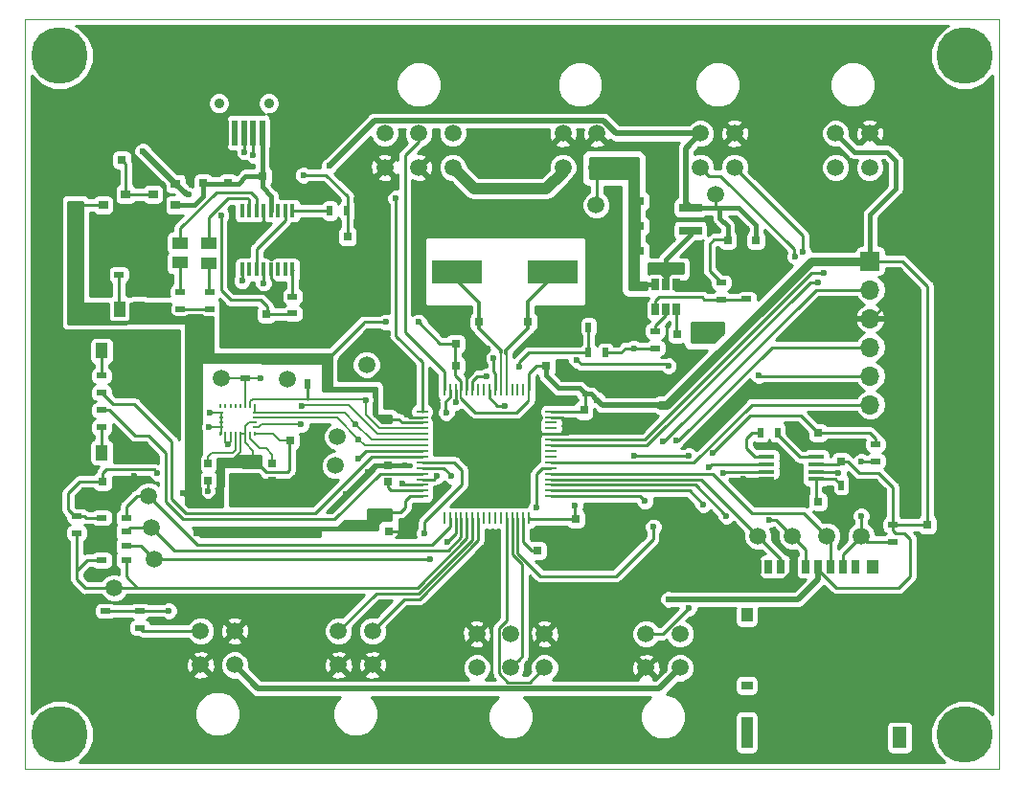
<source format=gbr>
G04 #@! TF.GenerationSoftware,KiCad,Pcbnew,(5.0.2)-1*
G04 #@! TF.CreationDate,2019-05-11T15:19:44-06:00*
G04 #@! TF.ProjectId,AndromedaV2.2,416e6472-6f6d-4656-9461-56322e322e6b,rev?*
G04 #@! TF.SameCoordinates,Original*
G04 #@! TF.FileFunction,Copper,L1,Top*
G04 #@! TF.FilePolarity,Positive*
%FSLAX46Y46*%
G04 Gerber Fmt 4.6, Leading zero omitted, Abs format (unit mm)*
G04 Created by KiCad (PCBNEW (5.0.2)-1) date 2019-05-11 3:19:44 PM*
%MOMM*%
%LPD*%
G01*
G04 APERTURE LIST*
G04 #@! TA.AperFunction,NonConductor*
%ADD10C,0.100000*%
G04 #@! TD*
G04 #@! TA.AperFunction,ComponentPad*
%ADD11C,1.500000*%
G04 #@! TD*
G04 #@! TA.AperFunction,SMDPad,CuDef*
%ADD12R,0.700000X1.200000*%
G04 #@! TD*
G04 #@! TA.AperFunction,SMDPad,CuDef*
%ADD13R,1.000000X1.200000*%
G04 #@! TD*
G04 #@! TA.AperFunction,SMDPad,CuDef*
%ADD14R,1.000000X0.800000*%
G04 #@! TD*
G04 #@! TA.AperFunction,SMDPad,CuDef*
%ADD15R,1.000000X2.800000*%
G04 #@! TD*
G04 #@! TA.AperFunction,SMDPad,CuDef*
%ADD16R,1.300000X1.900000*%
G04 #@! TD*
G04 #@! TA.AperFunction,SMDPad,CuDef*
%ADD17R,1.400000X1.120000*%
G04 #@! TD*
G04 #@! TA.AperFunction,SMDPad,CuDef*
%ADD18R,0.900000X0.800000*%
G04 #@! TD*
G04 #@! TA.AperFunction,SMDPad,CuDef*
%ADD19R,1.120000X1.400000*%
G04 #@! TD*
G04 #@! TA.AperFunction,ComponentPad*
%ADD20R,1.700000X1.700000*%
G04 #@! TD*
G04 #@! TA.AperFunction,ComponentPad*
%ADD21O,1.700000X1.700000*%
G04 #@! TD*
G04 #@! TA.AperFunction,SMDPad,CuDef*
%ADD22R,0.400000X1.200000*%
G04 #@! TD*
G04 #@! TA.AperFunction,SMDPad,CuDef*
%ADD23R,0.650000X1.060000*%
G04 #@! TD*
G04 #@! TA.AperFunction,SMDPad,CuDef*
%ADD24R,0.250000X1.000000*%
G04 #@! TD*
G04 #@! TA.AperFunction,SMDPad,CuDef*
%ADD25R,1.000000X0.250000*%
G04 #@! TD*
G04 #@! TA.AperFunction,SMDPad,CuDef*
%ADD26R,0.950000X0.550000*%
G04 #@! TD*
G04 #@! TA.AperFunction,SMDPad,CuDef*
%ADD27R,0.230000X0.350000*%
G04 #@! TD*
G04 #@! TA.AperFunction,SMDPad,CuDef*
%ADD28R,0.350000X0.230000*%
G04 #@! TD*
G04 #@! TA.AperFunction,SMDPad,CuDef*
%ADD29R,4.500000X2.000000*%
G04 #@! TD*
G04 #@! TA.AperFunction,SMDPad,CuDef*
%ADD30R,0.500000X0.900000*%
G04 #@! TD*
G04 #@! TA.AperFunction,SMDPad,CuDef*
%ADD31R,0.900000X0.500000*%
G04 #@! TD*
G04 #@! TA.AperFunction,BGAPad,CuDef*
%ADD32C,1.500000*%
G04 #@! TD*
G04 #@! TA.AperFunction,SMDPad,CuDef*
%ADD33R,0.750000X0.800000*%
G04 #@! TD*
G04 #@! TA.AperFunction,SMDPad,CuDef*
%ADD34R,0.800000X0.750000*%
G04 #@! TD*
G04 #@! TA.AperFunction,SMDPad,CuDef*
%ADD35R,1.450000X0.450000*%
G04 #@! TD*
G04 #@! TA.AperFunction,SMDPad,CuDef*
%ADD36R,0.450000X0.600000*%
G04 #@! TD*
G04 #@! TA.AperFunction,SMDPad,CuDef*
%ADD37R,1.998980X2.499360*%
G04 #@! TD*
G04 #@! TA.AperFunction,ComponentPad*
%ADD38C,0.909320*%
G04 #@! TD*
G04 #@! TA.AperFunction,SMDPad,CuDef*
%ADD39R,0.500380X2.301240*%
G04 #@! TD*
G04 #@! TA.AperFunction,SMDPad,CuDef*
%ADD40R,2.000000X0.800000*%
G04 #@! TD*
G04 #@! TA.AperFunction,ComponentPad*
%ADD41C,5.000000*%
G04 #@! TD*
G04 #@! TA.AperFunction,ViaPad*
%ADD42C,0.600000*%
G04 #@! TD*
G04 #@! TA.AperFunction,Conductor*
%ADD43C,0.250000*%
G04 #@! TD*
G04 #@! TA.AperFunction,Conductor*
%ADD44C,0.180000*%
G04 #@! TD*
G04 #@! TA.AperFunction,Conductor*
%ADD45C,0.200000*%
G04 #@! TD*
G04 #@! TA.AperFunction,Conductor*
%ADD46C,0.400000*%
G04 #@! TD*
G04 #@! TA.AperFunction,Conductor*
%ADD47C,0.500000*%
G04 #@! TD*
G04 #@! TA.AperFunction,Conductor*
%ADD48C,0.800000*%
G04 #@! TD*
G04 #@! TA.AperFunction,Conductor*
%ADD49C,0.300000*%
G04 #@! TD*
G04 #@! TA.AperFunction,Conductor*
%ADD50C,1.000000*%
G04 #@! TD*
G04 #@! TA.AperFunction,Conductor*
%ADD51C,0.254000*%
G04 #@! TD*
G04 APERTURE END LIST*
D10*
X169926000Y-66548000D02*
X169926000Y-67818000D01*
X83820000Y-66548000D02*
X169926000Y-66548000D01*
X83820000Y-67818000D02*
X83820000Y-66548000D01*
X83820000Y-67818000D02*
X83820000Y-132842000D01*
X169926000Y-132842000D02*
X169926000Y-67818000D01*
X83820000Y-132842000D02*
X169926000Y-132842000D01*
D11*
G04 #@! TO.P,J21,1*
G04 #@! TO.N,PROPULSION1*
X129746000Y-123922000D03*
G04 #@! TO.P,J21,2*
G04 #@! TO.N,PROPULSION2*
X126746000Y-123922000D03*
G04 #@! TO.P,J21,4*
G04 #@! TO.N,GND*
X129746000Y-120922000D03*
G04 #@! TO.P,J21,5*
X126746000Y-120922000D03*
G04 #@! TO.P,J21,6*
X123746000Y-120922000D03*
G04 #@! TO.P,J21,3*
G04 #@! TO.N,PROPULSION3*
X123746000Y-123922000D03*
G04 #@! TD*
G04 #@! TO.P,J22,1*
G04 #@! TO.N,+5V*
X141708000Y-123922000D03*
G04 #@! TO.P,J22,2*
G04 #@! TO.N,GND*
X138708000Y-123922000D03*
G04 #@! TO.P,J22,3*
G04 #@! TO.N,Net-(J22-Pad3)*
X141708000Y-120922000D03*
G04 #@! TO.P,J22,4*
G04 #@! TO.N,Net-(J22-Pad4)*
X138708000Y-120922000D03*
G04 #@! TD*
D12*
G04 #@! TO.P,J12,9*
G04 #@! TO.N,GND*
X148576000Y-114970000D03*
G04 #@! TO.P,J12,8*
G04 #@! TO.N,Net-(J12-Pad8)*
X149526000Y-114970000D03*
G04 #@! TO.P,J12,1*
G04 #@! TO.N,Net-(J12-Pad1)*
X157226000Y-114970000D03*
G04 #@! TO.P,J12,2*
G04 #@! TO.N,SD1_~CS*
X156126000Y-114970000D03*
G04 #@! TO.P,J12,3*
G04 #@! TO.N,SPI3_MOSI*
X155026000Y-114970000D03*
G04 #@! TO.P,J12,4*
G04 #@! TO.N,+3V3*
X153926000Y-114970000D03*
G04 #@! TO.P,J12,5*
G04 #@! TO.N,SPI3_SCK*
X152826000Y-114970000D03*
G04 #@! TO.P,J12,6*
G04 #@! TO.N,GND*
X151726000Y-114970000D03*
G04 #@! TO.P,J12,7*
G04 #@! TO.N,SPI3_MISO*
X150626000Y-114970000D03*
D13*
G04 #@! TO.P,J12,11*
G04 #@! TO.N,N/C*
X158776000Y-114970000D03*
X147626000Y-119270000D03*
D14*
G04 #@! TO.P,J12,10*
X147626000Y-125470000D03*
D15*
G04 #@! TO.P,J12,11*
X147626000Y-129620000D03*
D16*
X161126000Y-130070000D03*
G04 #@! TD*
D17*
G04 #@! TO.P,D1,1*
G04 #@! TO.N,/Power and FTDI/TX_LED*
X100075000Y-86390000D03*
G04 #@! TO.P,D1,2*
G04 #@! TO.N,Net-(D1-Pad2)*
X100075000Y-88150000D03*
G04 #@! TD*
G04 #@! TO.P,D2,1*
G04 #@! TO.N,/Power and FTDI/RX_LED*
X97525000Y-86350000D03*
G04 #@! TO.P,D2,2*
G04 #@! TO.N,Net-(D2-Pad2)*
X97525000Y-88110000D03*
G04 #@! TD*
D18*
G04 #@! TO.P,D3,1*
G04 #@! TO.N,VBUS*
X97125000Y-83000000D03*
G04 #@! TO.P,D3,2*
G04 #@! TO.N,+5V*
X97125000Y-81100000D03*
G04 #@! TO.P,D3,3*
G04 #@! TO.N,VCC*
X95125000Y-82050000D03*
G04 #@! TD*
D19*
G04 #@! TO.P,D4,1*
G04 #@! TO.N,Net-(D4-Pad1)*
X92165000Y-92200000D03*
G04 #@! TO.P,D4,2*
G04 #@! TO.N,+3V3*
X93925000Y-92200000D03*
G04 #@! TD*
G04 #@! TO.P,D5,1*
G04 #@! TO.N,GND*
X92353000Y-95898000D03*
G04 #@! TO.P,D5,2*
G04 #@! TO.N,Net-(D5-Pad2)*
X90593000Y-95898000D03*
G04 #@! TD*
G04 #@! TO.P,D6,1*
G04 #@! TO.N,GND*
X92353000Y-104898000D03*
G04 #@! TO.P,D6,2*
G04 #@! TO.N,Net-(D6-Pad2)*
X90593000Y-104898000D03*
G04 #@! TD*
D20*
G04 #@! TO.P,J24,1*
G04 #@! TO.N,+3V3*
X158525000Y-87950000D03*
D21*
G04 #@! TO.P,J24,2*
G04 #@! TO.N,SWCLK*
X158525000Y-90490000D03*
G04 #@! TO.P,J24,3*
G04 #@! TO.N,GND*
X158525000Y-93030000D03*
G04 #@! TO.P,J24,4*
G04 #@! TO.N,SWDIO*
X158525000Y-95570000D03*
G04 #@! TO.P,J24,5*
G04 #@! TO.N,NRST*
X158525000Y-98110000D03*
G04 #@! TO.P,J24,6*
G04 #@! TO.N,SWO*
X158525000Y-100650000D03*
G04 #@! TD*
D22*
G04 #@! TO.P,U1,1*
G04 #@! TO.N,UART3_RX*
X103030000Y-88700000D03*
G04 #@! TO.P,U1,2*
G04 #@! TO.N,Net-(U1-Pad2)*
X103665000Y-88700000D03*
G04 #@! TO.P,U1,3*
G04 #@! TO.N,Net-(U1-Pad10)*
X104300000Y-88700000D03*
G04 #@! TO.P,U1,4*
G04 #@! TO.N,UART3_TX*
X104935000Y-88700000D03*
G04 #@! TO.P,U1,5*
G04 #@! TO.N,GND*
X105570000Y-88700000D03*
G04 #@! TO.P,U1,6*
G04 #@! TO.N,Net-(U1-Pad6)*
X106205000Y-88700000D03*
G04 #@! TO.P,U1,7*
G04 #@! TO.N,Net-(U1-Pad7)*
X106840000Y-88700000D03*
G04 #@! TO.P,U1,8*
G04 #@! TO.N,Net-(R2-Pad1)*
X107475000Y-88700000D03*
G04 #@! TO.P,U1,9*
G04 #@! TO.N,Net-(R1-Pad1)*
X107475000Y-83500000D03*
G04 #@! TO.P,U1,10*
G04 #@! TO.N,Net-(U1-Pad10)*
X106840000Y-83500000D03*
G04 #@! TO.P,U1,11*
G04 #@! TO.N,Net-(U1-Pad11)*
X106205000Y-83500000D03*
G04 #@! TO.P,U1,12*
G04 #@! TO.N,VBUS*
X105570000Y-83500000D03*
G04 #@! TO.P,U1,13*
G04 #@! TO.N,GND*
X104935000Y-83500000D03*
G04 #@! TO.P,U1,14*
G04 #@! TO.N,/Power and FTDI/RX_LED*
X104300000Y-83500000D03*
G04 #@! TO.P,U1,15*
G04 #@! TO.N,/Power and FTDI/TX_LED*
X103665000Y-83500000D03*
G04 #@! TO.P,U1,16*
G04 #@! TO.N,Net-(U1-Pad16)*
X103030000Y-83500000D03*
G04 #@! TD*
D23*
G04 #@! TO.P,U2,1*
G04 #@! TO.N,GND*
X141425000Y-90050000D03*
G04 #@! TO.P,U2,2*
G04 #@! TO.N,Net-(C9-Pad2)*
X140475000Y-90050000D03*
G04 #@! TO.P,U2,3*
G04 #@! TO.N,+BATT*
X139525000Y-90050000D03*
G04 #@! TO.P,U2,4*
G04 #@! TO.N,Net-(R4-Pad1)*
X139525000Y-92250000D03*
G04 #@! TO.P,U2,6*
G04 #@! TO.N,Net-(C9-Pad1)*
X141425000Y-92250000D03*
G04 #@! TO.P,U2,5*
G04 #@! TO.N,Net-(R3-Pad2)*
X140475000Y-92250000D03*
G04 #@! TD*
D18*
G04 #@! TO.P,U3,1*
G04 #@! TO.N,GND*
X90725000Y-81100000D03*
G04 #@! TO.P,U3,2*
G04 #@! TO.N,+3V3*
X90725000Y-83000000D03*
G04 #@! TO.P,U3,3*
G04 #@! TO.N,VCC*
X92725000Y-82050000D03*
G04 #@! TD*
D24*
G04 #@! TO.P,U5,1*
G04 #@! TO.N,+3V3*
X128375000Y-99300000D03*
G04 #@! TO.P,U5,2*
G04 #@! TO.N,Net-(U5-Pad2)*
X127875000Y-99300000D03*
G04 #@! TO.P,U5,3*
G04 #@! TO.N,Net-(U5-Pad3)*
X127375000Y-99300000D03*
G04 #@! TO.P,U5,4*
G04 #@! TO.N,Net-(U5-Pad4)*
X126875000Y-99300000D03*
G04 #@! TO.P,U5,5*
G04 #@! TO.N,Net-(C20-Pad1)*
X126375000Y-99300000D03*
G04 #@! TO.P,U5,6*
G04 #@! TO.N,Net-(C18-Pad1)*
X125875000Y-99300000D03*
G04 #@! TO.P,U5,7*
G04 #@! TO.N,NRST*
X125375000Y-99300000D03*
G04 #@! TO.P,U5,8*
G04 #@! TO.N,Net-(R17-Pad2)*
X124875000Y-99300000D03*
G04 #@! TO.P,U5,9*
G04 #@! TO.N,Net-(U5-Pad9)*
X124375000Y-99300000D03*
G04 #@! TO.P,U5,10*
G04 #@! TO.N,Net-(U5-Pad10)*
X123875000Y-99300000D03*
G04 #@! TO.P,U5,11*
G04 #@! TO.N,LAUNCH*
X123375000Y-99300000D03*
G04 #@! TO.P,U5,12*
G04 #@! TO.N,GND*
X122875000Y-99300000D03*
G04 #@! TO.P,U5,13*
G04 #@! TO.N,+3V3*
X122375000Y-99300000D03*
G04 #@! TO.P,U5,14*
G04 #@! TO.N,UART4_TX*
X121875000Y-99300000D03*
G04 #@! TO.P,U5,15*
G04 #@! TO.N,UART4_RX*
X121375000Y-99300000D03*
G04 #@! TO.P,U5,16*
G04 #@! TO.N,UART2_TX*
X120875000Y-99300000D03*
D25*
G04 #@! TO.P,U5,17*
G04 #@! TO.N,UART2_RX*
X118925000Y-101250000D03*
G04 #@! TO.P,U5,18*
G04 #@! TO.N,GND*
X118925000Y-101750000D03*
G04 #@! TO.P,U5,19*
G04 #@! TO.N,+3V3*
X118925000Y-102250000D03*
G04 #@! TO.P,U5,20*
G04 #@! TO.N,A/G_~CS*
X118925000Y-102750000D03*
G04 #@! TO.P,U5,21*
G04 #@! TO.N,SPI1_SCK*
X118925000Y-103250000D03*
G04 #@! TO.P,U5,22*
G04 #@! TO.N,SPI1_MISO*
X118925000Y-103750000D03*
G04 #@! TO.P,U5,23*
G04 #@! TO.N,SPI1_MOSI*
X118925000Y-104250000D03*
G04 #@! TO.P,U5,24*
G04 #@! TO.N,MAG_~CS*
X118925000Y-104750000D03*
G04 #@! TO.P,U5,25*
G04 #@! TO.N,LED1*
X118925000Y-105250000D03*
G04 #@! TO.P,U5,26*
G04 #@! TO.N,ADC1*
X118925000Y-105750000D03*
G04 #@! TO.P,U5,27*
G04 #@! TO.N,ADC2*
X118925000Y-106250000D03*
G04 #@! TO.P,U5,28*
G04 #@! TO.N,LED2*
X118925000Y-106750000D03*
G04 #@! TO.P,U5,29*
G04 #@! TO.N,UART3_TX*
X118925000Y-107250000D03*
G04 #@! TO.P,U5,30*
G04 #@! TO.N,UART3_RX*
X118925000Y-107750000D03*
G04 #@! TO.P,U5,31*
G04 #@! TO.N,Net-(C17-Pad1)*
X118925000Y-108250000D03*
G04 #@! TO.P,U5,32*
G04 #@! TO.N,+3V3*
X118925000Y-108750000D03*
D24*
G04 #@! TO.P,U5,33*
G04 #@! TO.N,Net-(U5-Pad33)*
X120875000Y-110700000D03*
G04 #@! TO.P,U5,34*
G04 #@! TO.N,SPI2_SCK*
X121375000Y-110700000D03*
G04 #@! TO.P,U5,35*
G04 #@! TO.N,SPI2_MISO*
X121875000Y-110700000D03*
G04 #@! TO.P,U5,36*
G04 #@! TO.N,SPI2_MOSI*
X122375000Y-110700000D03*
G04 #@! TO.P,U5,37*
G04 #@! TO.N,BARO_~CS*
X122875000Y-110700000D03*
G04 #@! TO.P,U5,38*
G04 #@! TO.N,RECOVERY_1*
X123375000Y-110700000D03*
G04 #@! TO.P,U5,39*
G04 #@! TO.N,RECOVERY_2*
X123875000Y-110700000D03*
G04 #@! TO.P,U5,40*
G04 #@! TO.N,Net-(U5-Pad40)*
X124375000Y-110700000D03*
G04 #@! TO.P,U5,41*
G04 #@! TO.N,Net-(U5-Pad41)*
X124875000Y-110700000D03*
G04 #@! TO.P,U5,42*
G04 #@! TO.N,Net-(U5-Pad42)*
X125375000Y-110700000D03*
G04 #@! TO.P,U5,43*
G04 #@! TO.N,Net-(U5-Pad43)*
X125875000Y-110700000D03*
G04 #@! TO.P,U5,44*
G04 #@! TO.N,PROPULSION1*
X126375000Y-110700000D03*
G04 #@! TO.P,U5,45*
G04 #@! TO.N,PROPULSION2*
X126875000Y-110700000D03*
G04 #@! TO.P,U5,46*
G04 #@! TO.N,SWDIO*
X127375000Y-110700000D03*
G04 #@! TO.P,U5,47*
G04 #@! TO.N,Net-(C16-Pad1)*
X127875000Y-110700000D03*
G04 #@! TO.P,U5,48*
G04 #@! TO.N,+3V3*
X128375000Y-110700000D03*
D25*
G04 #@! TO.P,U5,49*
G04 #@! TO.N,SWCLK*
X130325000Y-108750000D03*
G04 #@! TO.P,U5,50*
G04 #@! TO.N,SD1_~CS*
X130325000Y-108250000D03*
G04 #@! TO.P,U5,51*
G04 #@! TO.N,SPI3_SCK*
X130325000Y-107750000D03*
G04 #@! TO.P,U5,52*
G04 #@! TO.N,SPI3_MISO*
X130325000Y-107250000D03*
G04 #@! TO.P,U5,53*
G04 #@! TO.N,SPI3_MOSI*
X130325000Y-106750000D03*
G04 #@! TO.P,U5,54*
G04 #@! TO.N,PROPULSION3*
X130325000Y-106250000D03*
G04 #@! TO.P,U5,55*
G04 #@! TO.N,SWO*
X130325000Y-105750000D03*
G04 #@! TO.P,U5,56*
G04 #@! TO.N,Net-(U5-Pad56)*
X130325000Y-105250000D03*
G04 #@! TO.P,U5,57*
G04 #@! TO.N,Net-(U5-Pad57)*
X130325000Y-104750000D03*
G04 #@! TO.P,U5,58*
G04 #@! TO.N,UART1_TX*
X130325000Y-104250000D03*
G04 #@! TO.P,U5,59*
G04 #@! TO.N,UART1_RX*
X130325000Y-103750000D03*
G04 #@! TO.P,U5,60*
G04 #@! TO.N,GND*
X130325000Y-103250000D03*
G04 #@! TO.P,U5,61*
G04 #@! TO.N,Net-(U5-Pad61)*
X130325000Y-102750000D03*
G04 #@! TO.P,U5,62*
G04 #@! TO.N,Net-(U5-Pad62)*
X130325000Y-102250000D03*
G04 #@! TO.P,U5,63*
G04 #@! TO.N,GND*
X130325000Y-101750000D03*
G04 #@! TO.P,U5,64*
G04 #@! TO.N,+3V3*
X130325000Y-101250000D03*
G04 #@! TD*
D26*
G04 #@! TO.P,U6,4*
G04 #@! TO.N,BARO_~CS*
X90619000Y-114397000D03*
G04 #@! TO.P,U6,1*
G04 #@! TO.N,+3V3*
X90619000Y-110647000D03*
G04 #@! TO.P,U6,2*
G04 #@! TO.N,GND*
X90619000Y-111897000D03*
G04 #@! TO.P,U6,3*
X90619000Y-113147000D03*
G04 #@! TO.P,U6,8*
G04 #@! TO.N,SPI2_SCK*
X92769000Y-110647000D03*
G04 #@! TO.P,U6,7*
G04 #@! TO.N,SPI2_MOSI*
X92769000Y-111897000D03*
G04 #@! TO.P,U6,6*
G04 #@! TO.N,SPI2_MISO*
X92769000Y-113147000D03*
G04 #@! TO.P,U6,5*
G04 #@! TO.N,BARO_~CS*
X92769000Y-114397000D03*
G04 #@! TD*
D27*
G04 #@! TO.P,U7,1*
G04 #@! TO.N,+3V3*
X104130000Y-103225000D03*
D28*
G04 #@! TO.P,U7,2*
G04 #@! TO.N,SPI1_SCK*
X104100000Y-102645000D03*
G04 #@! TO.P,U7,17*
G04 #@! TO.N,GND*
X101150000Y-102645000D03*
G04 #@! TO.P,U7,3*
G04 #@! TO.N,+3V3*
X104100000Y-102215000D03*
G04 #@! TO.P,U7,16*
G04 #@! TO.N,GND*
X101150000Y-102215000D03*
G04 #@! TO.P,U7,4*
G04 #@! TO.N,SPI1_MOSI*
X104100000Y-101785000D03*
G04 #@! TO.P,U7,15*
G04 #@! TO.N,GND*
X101150000Y-101785000D03*
G04 #@! TO.P,U7,5*
G04 #@! TO.N,SPI1_MISO*
X104100000Y-101355000D03*
G04 #@! TO.P,U7,14*
G04 #@! TO.N,GND*
X101150000Y-101355000D03*
D27*
G04 #@! TO.P,U7,24*
G04 #@! TO.N,Net-(C29-Pad1)*
X103700000Y-103225000D03*
G04 #@! TO.P,U7,23*
G04 #@! TO.N,+3V3*
X103270000Y-103225000D03*
G04 #@! TO.P,U7,22*
X102840000Y-103225000D03*
G04 #@! TO.P,U7,21*
G04 #@! TO.N,Net-(C28-Pad1)*
X102410000Y-103225000D03*
G04 #@! TO.P,U7,20*
G04 #@! TO.N,GND*
X101980000Y-103225000D03*
G04 #@! TO.P,U7,19*
X101550000Y-103225000D03*
G04 #@! TO.P,U7,18*
X101120000Y-103225000D03*
G04 #@! TO.P,U7,6*
G04 #@! TO.N,SPI1_MISO*
X104130000Y-100775000D03*
G04 #@! TO.P,U7,7*
G04 #@! TO.N,A/G_~CS*
X103700000Y-100775000D03*
G04 #@! TO.P,U7,8*
G04 #@! TO.N,MAG_~CS*
X103270000Y-100775000D03*
G04 #@! TO.P,U7,9*
G04 #@! TO.N,Net-(U7-Pad9)*
X102840000Y-100775000D03*
G04 #@! TO.P,U7,10*
G04 #@! TO.N,Net-(U7-Pad10)*
X102410000Y-100775000D03*
G04 #@! TO.P,U7,11*
G04 #@! TO.N,Net-(U7-Pad11)*
X101980000Y-100775000D03*
G04 #@! TO.P,U7,12*
G04 #@! TO.N,Net-(U7-Pad12)*
X101550000Y-100775000D03*
G04 #@! TO.P,U7,13*
G04 #@! TO.N,Net-(U7-Pad13)*
X101120000Y-100775000D03*
G04 #@! TD*
D29*
G04 #@! TO.P,Y1,1*
G04 #@! TO.N,Net-(C18-Pad1)*
X121975000Y-88950000D03*
G04 #@! TO.P,Y1,2*
G04 #@! TO.N,Net-(C20-Pad1)*
X130475000Y-88950000D03*
G04 #@! TD*
D30*
G04 #@! TO.P,R1,1*
G04 #@! TO.N,Net-(R1-Pad1)*
X110775000Y-83500000D03*
G04 #@! TO.P,R1,2*
G04 #@! TO.N,Net-(C1-Pad1)*
X112275000Y-83500000D03*
G04 #@! TD*
D31*
G04 #@! TO.P,R2,1*
G04 #@! TO.N,Net-(R2-Pad1)*
X107475000Y-91100000D03*
G04 #@! TO.P,R2,2*
G04 #@! TO.N,Net-(C2-Pad1)*
X107475000Y-92600000D03*
G04 #@! TD*
G04 #@! TO.P,R3,1*
G04 #@! TO.N,+BATT*
X139525000Y-95650000D03*
G04 #@! TO.P,R3,2*
G04 #@! TO.N,Net-(R3-Pad2)*
X139525000Y-94150000D03*
G04 #@! TD*
G04 #@! TO.P,R4,1*
G04 #@! TO.N,Net-(R4-Pad1)*
X147600000Y-91325000D03*
G04 #@! TO.P,R4,2*
G04 #@! TO.N,GND*
X147600000Y-89825000D03*
G04 #@! TD*
G04 #@! TO.P,R5,1*
G04 #@! TO.N,Net-(R5-Pad1)*
X100125000Y-92200000D03*
G04 #@! TO.P,R5,2*
G04 #@! TO.N,Net-(D1-Pad2)*
X100125000Y-90700000D03*
G04 #@! TD*
G04 #@! TO.P,R6,1*
G04 #@! TO.N,+5V*
X145375000Y-89850000D03*
G04 #@! TO.P,R6,2*
G04 #@! TO.N,Net-(R4-Pad1)*
X145375000Y-91350000D03*
G04 #@! TD*
G04 #@! TO.P,R7,1*
G04 #@! TO.N,Net-(D2-Pad2)*
X97525000Y-90700000D03*
G04 #@! TO.P,R7,2*
G04 #@! TO.N,Net-(R5-Pad1)*
X97525000Y-92200000D03*
G04 #@! TD*
G04 #@! TO.P,R8,1*
G04 #@! TO.N,Net-(D4-Pad1)*
X92125000Y-89150000D03*
G04 #@! TO.P,R8,2*
G04 #@! TO.N,GND*
X92125000Y-87650000D03*
G04 #@! TD*
G04 #@! TO.P,R9,1*
G04 #@! TO.N,+3V3*
X88392000Y-110502000D03*
G04 #@! TO.P,R9,2*
G04 #@! TO.N,BARO_~CS*
X88392000Y-112002000D03*
G04 #@! TD*
G04 #@! TO.P,R10,1*
G04 #@! TO.N,+3V3*
X160528000Y-111276000D03*
G04 #@! TO.P,R10,2*
G04 #@! TO.N,SD1_~CS*
X160528000Y-112776000D03*
G04 #@! TD*
D30*
G04 #@! TO.P,R11,1*
G04 #@! TO.N,+3V3*
X110325000Y-98850000D03*
G04 #@! TO.P,R11,2*
G04 #@! TO.N,A/G_~CS*
X108825000Y-98850000D03*
G04 #@! TD*
D31*
G04 #@! TO.P,R12,1*
G04 #@! TO.N,+3V3*
X103275000Y-96825000D03*
G04 #@! TO.P,R12,2*
G04 #@! TO.N,MAG_~CS*
X103275000Y-98325000D03*
G04 #@! TD*
G04 #@! TO.P,R13,1*
G04 #@! TO.N,Net-(J23-Pad4)*
X93980000Y-120384000D03*
G04 #@! TO.P,R13,2*
G04 #@! TO.N,ADC1*
X93980000Y-118884000D03*
G04 #@! TD*
G04 #@! TO.P,R14,1*
G04 #@! TO.N,ADC1*
X90932000Y-118884000D03*
G04 #@! TO.P,R14,2*
G04 #@! TO.N,GND*
X90932000Y-120384000D03*
G04 #@! TD*
G04 #@! TO.P,R15,1*
G04 #@! TO.N,LED1*
X90593000Y-99598000D03*
G04 #@! TO.P,R15,2*
G04 #@! TO.N,Net-(D5-Pad2)*
X90593000Y-98098000D03*
G04 #@! TD*
G04 #@! TO.P,R16,1*
G04 #@! TO.N,LED2*
X90593000Y-101148000D03*
G04 #@! TO.P,R16,2*
G04 #@! TO.N,Net-(D6-Pad2)*
X90593000Y-102648000D03*
G04 #@! TD*
D30*
G04 #@! TO.P,R17,1*
G04 #@! TO.N,+BATT*
X135125000Y-96050000D03*
G04 #@! TO.P,R17,2*
G04 #@! TO.N,Net-(R17-Pad2)*
X133625000Y-96050000D03*
G04 #@! TD*
G04 #@! TO.P,R18,1*
G04 #@! TO.N,Net-(R17-Pad2)*
X133625000Y-93800000D03*
G04 #@! TO.P,R18,2*
G04 #@! TO.N,GND*
X135125000Y-93800000D03*
G04 #@! TD*
D32*
G04 #@! TO.P,J2,1*
G04 #@! TO.N,+BATT*
X134300000Y-83000000D03*
G04 #@! TD*
G04 #@! TO.P,J3,1*
G04 #@! TO.N,+5V*
X144900000Y-82100000D03*
G04 #@! TD*
G04 #@! TO.P,J4,1*
G04 #@! TO.N,SD1_~CS*
X157734000Y-112268000D03*
G04 #@! TD*
G04 #@! TO.P,J5,1*
G04 #@! TO.N,SPI3_MOSI*
X154686000Y-112268000D03*
G04 #@! TD*
G04 #@! TO.P,J6,1*
G04 #@! TO.N,SPI3_SCK*
X151638000Y-112268000D03*
G04 #@! TD*
G04 #@! TO.P,J7,1*
G04 #@! TO.N,SPI3_MISO*
X148590000Y-112268000D03*
G04 #@! TD*
G04 #@! TO.P,J8,1*
G04 #@! TO.N,BARO_~CS*
X91694000Y-116840000D03*
G04 #@! TD*
G04 #@! TO.P,J9,1*
G04 #@! TO.N,SPI2_MISO*
X95250000Y-114300000D03*
G04 #@! TD*
G04 #@! TO.P,J10,1*
G04 #@! TO.N,SPI2_MOSI*
X94996000Y-111506000D03*
G04 #@! TD*
G04 #@! TO.P,J11,1*
G04 #@! TO.N,SPI2_SCK*
X94742000Y-108712000D03*
G04 #@! TD*
G04 #@! TO.P,J13,1*
G04 #@! TO.N,A/G_~CS*
X114000000Y-97100000D03*
G04 #@! TD*
G04 #@! TO.P,J14,1*
G04 #@! TO.N,SPI1_MOSI*
X111250000Y-106050000D03*
G04 #@! TD*
G04 #@! TO.P,J15,1*
G04 #@! TO.N,SPI1_SCK*
X107050000Y-98400000D03*
G04 #@! TD*
G04 #@! TO.P,J16,1*
G04 #@! TO.N,MAG_~CS*
X101150000Y-98300000D03*
G04 #@! TD*
G04 #@! TO.P,J17,1*
G04 #@! TO.N,SPI1_MISO*
X111450000Y-103500000D03*
G04 #@! TD*
D33*
G04 #@! TO.P,C33,2*
G04 #@! TO.N,+3V3*
X155956000Y-105702383D03*
G04 #@! TO.P,C33,1*
G04 #@! TO.N,GND*
X155956000Y-104202383D03*
G04 #@! TD*
D34*
G04 #@! TO.P,C34,2*
G04 #@! TO.N,GND*
X152412000Y-109220000D03*
G04 #@! TO.P,C34,1*
G04 #@! TO.N,Net-(C34-Pad1)*
X153912000Y-109220000D03*
G04 #@! TD*
G04 #@! TO.P,C35,2*
G04 #@! TO.N,GND*
X152412000Y-103124000D03*
G04 #@! TO.P,C35,1*
G04 #@! TO.N,ADC2*
X153912000Y-103124000D03*
G04 #@! TD*
D30*
G04 #@! TO.P,R19,1*
G04 #@! TO.N,Net-(R19-Pad1)*
X148856000Y-103124000D03*
G04 #@! TO.P,R19,2*
G04 #@! TO.N,Net-(R19-Pad2)*
X150356000Y-103124000D03*
G04 #@! TD*
G04 #@! TO.P,R20,1*
G04 #@! TO.N,Net-(C34-Pad1)*
X155968000Y-107770383D03*
G04 #@! TO.P,R20,2*
G04 #@! TO.N,GND*
X157468000Y-107770383D03*
G04 #@! TD*
D31*
G04 #@! TO.P,R21,1*
G04 #@! TO.N,ADC2*
X159004000Y-104152000D03*
G04 #@! TO.P,R21,2*
G04 #@! TO.N,Net-(R21-Pad2)*
X159004000Y-105652000D03*
G04 #@! TD*
D35*
G04 #@! TO.P,U8,1*
G04 #@! TO.N,Net-(R19-Pad1)*
X149331936Y-105277383D03*
G04 #@! TO.P,U8,2*
G04 #@! TO.N,Net-(J22-Pad3)*
X149331936Y-105927383D03*
G04 #@! TO.P,U8,3*
G04 #@! TO.N,Net-(J22-Pad4)*
X149331936Y-106577383D03*
G04 #@! TO.P,U8,4*
G04 #@! TO.N,GND*
X149331936Y-107227383D03*
G04 #@! TO.P,U8,5*
G04 #@! TO.N,Net-(C34-Pad1)*
X153731936Y-107227383D03*
G04 #@! TO.P,U8,6*
G04 #@! TO.N,Net-(R21-Pad2)*
X153731936Y-106577383D03*
G04 #@! TO.P,U8,7*
G04 #@! TO.N,+3V3*
X153731936Y-105927383D03*
G04 #@! TO.P,U8,8*
G04 #@! TO.N,Net-(R19-Pad2)*
X153731936Y-105277383D03*
G04 #@! TD*
D33*
G04 #@! TO.P,C1,2*
G04 #@! TO.N,GND*
X112325000Y-87300000D03*
G04 #@! TO.P,C1,1*
G04 #@! TO.N,Net-(C1-Pad1)*
X112325000Y-85800000D03*
G04 #@! TD*
D34*
G04 #@! TO.P,C2,2*
G04 #@! TO.N,GND*
X103675000Y-92650000D03*
G04 #@! TO.P,C2,1*
G04 #@! TO.N,Net-(C2-Pad1)*
X105175000Y-92650000D03*
G04 #@! TD*
G04 #@! TO.P,C3,2*
G04 #@! TO.N,GND*
X106325000Y-80450000D03*
G04 #@! TO.P,C3,1*
G04 #@! TO.N,VBUS*
X104825000Y-80450000D03*
G04 #@! TD*
G04 #@! TO.P,C4,2*
G04 #@! TO.N,GND*
X139675000Y-84850000D03*
G04 #@! TO.P,C4,1*
G04 #@! TO.N,+BATT*
X138175000Y-84850000D03*
G04 #@! TD*
G04 #@! TO.P,C5,2*
G04 #@! TO.N,GND*
X139675000Y-82650000D03*
G04 #@! TO.P,C5,1*
G04 #@! TO.N,+BATT*
X138175000Y-82650000D03*
G04 #@! TD*
G04 #@! TO.P,C6,2*
G04 #@! TO.N,GND*
X139675000Y-87050000D03*
G04 #@! TO.P,C6,1*
G04 #@! TO.N,+BATT*
X138175000Y-87050000D03*
G04 #@! TD*
D33*
G04 #@! TO.P,C7,2*
G04 #@! TO.N,GND*
X101775000Y-79550000D03*
G04 #@! TO.P,C7,1*
G04 #@! TO.N,VBUS*
X101775000Y-81050000D03*
G04 #@! TD*
G04 #@! TO.P,C8,2*
G04 #@! TO.N,GND*
X99575000Y-79550000D03*
G04 #@! TO.P,C8,1*
G04 #@! TO.N,VBUS*
X99575000Y-81050000D03*
G04 #@! TD*
D34*
G04 #@! TO.P,C9,2*
G04 #@! TO.N,Net-(C9-Pad2)*
X142975000Y-94400000D03*
G04 #@! TO.P,C9,1*
G04 #@! TO.N,Net-(C9-Pad1)*
X141475000Y-94400000D03*
G04 #@! TD*
D33*
G04 #@! TO.P,C10,2*
G04 #@! TO.N,GND*
X148425000Y-87600000D03*
G04 #@! TO.P,C10,1*
G04 #@! TO.N,+5V*
X148425000Y-86100000D03*
G04 #@! TD*
G04 #@! TO.P,C11,2*
G04 #@! TO.N,GND*
X145925000Y-87600000D03*
G04 #@! TO.P,C11,1*
G04 #@! TO.N,+5V*
X145925000Y-86100000D03*
G04 #@! TD*
D34*
G04 #@! TO.P,C12,2*
G04 #@! TO.N,GND*
X90875000Y-79000000D03*
G04 #@! TO.P,C12,1*
G04 #@! TO.N,VCC*
X92375000Y-79000000D03*
G04 #@! TD*
G04 #@! TO.P,C16,2*
G04 #@! TO.N,GND*
X130575000Y-113550000D03*
G04 #@! TO.P,C16,1*
G04 #@! TO.N,Net-(C16-Pad1)*
X129075000Y-113550000D03*
G04 #@! TD*
D33*
G04 #@! TO.P,C17,2*
G04 #@! TO.N,GND*
X115875000Y-106000000D03*
G04 #@! TO.P,C17,1*
G04 #@! TO.N,Net-(C17-Pad1)*
X115875000Y-107500000D03*
G04 #@! TD*
D34*
G04 #@! TO.P,C18,2*
G04 #@! TO.N,GND*
X122475000Y-93350000D03*
G04 #@! TO.P,C18,1*
G04 #@! TO.N,Net-(C18-Pad1)*
X123975000Y-93350000D03*
G04 #@! TD*
D33*
G04 #@! TO.P,C19,2*
G04 #@! TO.N,GND*
X115950000Y-111850000D03*
G04 #@! TO.P,C19,1*
G04 #@! TO.N,+3V3*
X115950000Y-110350000D03*
G04 #@! TD*
D34*
G04 #@! TO.P,C20,2*
G04 #@! TO.N,GND*
X129775000Y-93350000D03*
G04 #@! TO.P,C20,1*
G04 #@! TO.N,Net-(C20-Pad1)*
X128275000Y-93350000D03*
G04 #@! TD*
G04 #@! TO.P,C21,2*
G04 #@! TO.N,GND*
X131400000Y-97200000D03*
G04 #@! TO.P,C21,1*
G04 #@! TO.N,+3V3*
X129900000Y-97200000D03*
G04 #@! TD*
D33*
G04 #@! TO.P,C22,2*
G04 #@! TO.N,GND*
X115875000Y-100400000D03*
G04 #@! TO.P,C22,1*
G04 #@! TO.N,+3V3*
X115875000Y-101900000D03*
G04 #@! TD*
D34*
G04 #@! TO.P,C23,2*
G04 #@! TO.N,GND*
X123375000Y-95250000D03*
G04 #@! TO.P,C23,1*
G04 #@! TO.N,+3V3*
X121875000Y-95250000D03*
G04 #@! TD*
G04 #@! TO.P,C24,2*
G04 #@! TO.N,GND*
X133975000Y-110750000D03*
G04 #@! TO.P,C24,1*
G04 #@! TO.N,+3V3*
X132475000Y-110750000D03*
G04 #@! TD*
G04 #@! TO.P,C25,2*
G04 #@! TO.N,GND*
X123375000Y-97200000D03*
G04 #@! TO.P,C25,1*
G04 #@! TO.N,+3V3*
X121875000Y-97200000D03*
G04 #@! TD*
D33*
G04 #@! TO.P,C26,2*
G04 #@! TO.N,GND*
X133225000Y-102650000D03*
G04 #@! TO.P,C26,1*
G04 #@! TO.N,+3V3*
X133225000Y-101150000D03*
G04 #@! TD*
D34*
G04 #@! TO.P,C27,2*
G04 #@! TO.N,GND*
X92190000Y-107442000D03*
G04 #@! TO.P,C27,1*
G04 #@! TO.N,+3V3*
X90690000Y-107442000D03*
G04 #@! TD*
D33*
G04 #@! TO.P,C28,2*
G04 #@! TO.N,GND*
X100025000Y-107350000D03*
G04 #@! TO.P,C28,1*
G04 #@! TO.N,Net-(C28-Pad1)*
X100025000Y-105850000D03*
G04 #@! TD*
G04 #@! TO.P,C29,2*
G04 #@! TO.N,GND*
X105700000Y-107350000D03*
G04 #@! TO.P,C29,1*
G04 #@! TO.N,Net-(C29-Pad1)*
X105700000Y-105850000D03*
G04 #@! TD*
D34*
G04 #@! TO.P,C30,2*
G04 #@! TO.N,GND*
X108750000Y-103825000D03*
G04 #@! TO.P,C30,1*
G04 #@! TO.N,+3V3*
X107250000Y-103825000D03*
G04 #@! TD*
D33*
G04 #@! TO.P,C31,2*
G04 #@! TO.N,GND*
X102200000Y-107350000D03*
G04 #@! TO.P,C31,1*
G04 #@! TO.N,+3V3*
X102200000Y-105850000D03*
G04 #@! TD*
G04 #@! TO.P,C32,2*
G04 #@! TO.N,GND*
X104000000Y-107350000D03*
G04 #@! TO.P,C32,1*
G04 #@! TO.N,+3V3*
X104000000Y-105850000D03*
G04 #@! TD*
G04 #@! TO.P,C36,1*
G04 #@! TO.N,+3V3*
X163576000Y-111264000D03*
G04 #@! TO.P,C36,2*
G04 #@! TO.N,GND*
X163576000Y-112764000D03*
G04 #@! TD*
D36*
G04 #@! TO.P,D7,1*
G04 #@! TO.N,+12V*
X126475000Y-81550000D03*
G04 #@! TO.P,D7,2*
G04 #@! TO.N,GND*
X126475000Y-83650000D03*
G04 #@! TD*
D37*
G04 #@! TO.P,J1,6*
G04 #@! TO.N,GND*
X107625440Y-71000260D03*
X107625440Y-76499360D03*
X98725280Y-76499360D03*
X98725280Y-71000260D03*
D38*
G04 #@! TO.P,J1,*
G04 #@! TO.N,*
X105375000Y-74000000D03*
X100975720Y-74000000D03*
D39*
G04 #@! TO.P,J1,5*
G04 #@! TO.N,GND*
X101575160Y-76600960D03*
G04 #@! TO.P,J1,4*
G04 #@! TO.N,Net-(J1-Pad4)*
X102375260Y-76600960D03*
G04 #@! TO.P,J1,3*
G04 #@! TO.N,Net-(C2-Pad1)*
X103175360Y-76600960D03*
G04 #@! TO.P,J1,2*
G04 #@! TO.N,Net-(C1-Pad1)*
X103975460Y-76600960D03*
G04 #@! TO.P,J1,1*
G04 #@! TO.N,VBUS*
X104775560Y-76600960D03*
G04 #@! TD*
D11*
G04 #@! TO.P,J18,1*
G04 #@! TO.N,+3V3*
X155472000Y-76670000D03*
G04 #@! TO.P,J18,2*
G04 #@! TO.N,GND*
X158472000Y-76670000D03*
G04 #@! TO.P,J18,3*
G04 #@! TO.N,UART4_TX*
X155472000Y-79670000D03*
G04 #@! TO.P,J18,4*
G04 #@! TO.N,UART4_RX*
X158472000Y-79670000D03*
G04 #@! TD*
G04 #@! TO.P,J19,1*
G04 #@! TO.N,+5V*
X143534000Y-76670000D03*
G04 #@! TO.P,J19,2*
G04 #@! TO.N,GND*
X146534000Y-76670000D03*
G04 #@! TO.P,J19,3*
G04 #@! TO.N,UART1_TX*
X143534000Y-79670000D03*
G04 #@! TO.P,J19,4*
G04 #@! TO.N,UART1_RX*
X146534000Y-79670000D03*
G04 #@! TD*
G04 #@! TO.P,J20,1*
G04 #@! TO.N,GND*
X114530000Y-123668000D03*
G04 #@! TO.P,J20,2*
X111530000Y-123668000D03*
G04 #@! TO.P,J20,3*
G04 #@! TO.N,RECOVERY_2*
X114530000Y-120668000D03*
G04 #@! TO.P,J20,4*
G04 #@! TO.N,RECOVERY_1*
X111530000Y-120668000D03*
G04 #@! TD*
G04 #@! TO.P,J23,1*
G04 #@! TO.N,+5V*
X102338000Y-123668000D03*
G04 #@! TO.P,J23,2*
G04 #@! TO.N,GND*
X99338000Y-123668000D03*
G04 #@! TO.P,J23,3*
X102338000Y-120668000D03*
G04 #@! TO.P,J23,4*
G04 #@! TO.N,Net-(J23-Pad4)*
X99338000Y-120668000D03*
G04 #@! TD*
G04 #@! TO.P,J25,1*
G04 #@! TO.N,GND*
X131375000Y-76670000D03*
G04 #@! TO.P,J25,2*
X134375000Y-76670000D03*
G04 #@! TO.P,J25,3*
G04 #@! TO.N,+12V*
X131375000Y-79670000D03*
G04 #@! TO.P,J25,4*
G04 #@! TO.N,+BATT*
X134375000Y-79670000D03*
G04 #@! TD*
G04 #@! TO.P,J26,1*
G04 #@! TO.N,LAUNCH*
X115625000Y-76670000D03*
G04 #@! TO.P,J26,2*
G04 #@! TO.N,UART2_TX*
X118625000Y-76670000D03*
G04 #@! TO.P,J26,4*
G04 #@! TO.N,GND*
X115625000Y-79670000D03*
G04 #@! TO.P,J26,5*
X118625000Y-79670000D03*
G04 #@! TO.P,J26,6*
G04 #@! TO.N,+12V*
X121625000Y-79670000D03*
G04 #@! TO.P,J26,3*
G04 #@! TO.N,UART2_RX*
X121625000Y-76670000D03*
G04 #@! TD*
D40*
G04 #@! TO.P,L1,1*
G04 #@! TO.N,+5V*
X142625000Y-83250000D03*
G04 #@! TO.P,L1,2*
G04 #@! TO.N,Net-(C9-Pad2)*
X142625000Y-85250000D03*
G04 #@! TD*
D33*
G04 #@! TO.P,C13,1*
G04 #@! TO.N,+3V3*
X88392000Y-83046000D03*
G04 #@! TO.P,C13,2*
G04 #@! TO.N,GND*
X88392000Y-81546000D03*
G04 #@! TD*
D41*
G04 #@! TO.P,MK2,1*
G04 #@! TO.N,N/C*
X166868000Y-69794000D03*
G04 #@! TD*
G04 #@! TO.P,MK3,1*
G04 #@! TO.N,N/C*
X166868000Y-129794000D03*
G04 #@! TD*
G04 #@! TO.P,MK4,1*
G04 #@! TO.N,N/C*
X86868000Y-69794000D03*
G04 #@! TD*
G04 #@! TO.P,MK1,1*
G04 #@! TO.N,N/C*
X86868000Y-129794000D03*
G04 #@! TD*
D42*
G04 #@! TO.N,Net-(C1-Pad1)*
X108425000Y-80350000D03*
X103975000Y-78600000D03*
G04 #@! TO.N,GND*
X103600000Y-68700000D03*
X95500000Y-68700000D03*
X86700000Y-79900000D03*
X86700000Y-89000000D03*
X86700000Y-96500000D03*
X86800000Y-108200000D03*
X86800000Y-117100000D03*
X86800000Y-123700000D03*
X95600000Y-131700000D03*
X102800000Y-131700000D03*
X113500000Y-131700000D03*
X127900000Y-131700000D03*
X141400000Y-131700000D03*
X156400000Y-131700000D03*
X162100000Y-68800000D03*
X155900000Y-68800000D03*
X149900000Y-68800000D03*
X144500000Y-68800000D03*
X135800000Y-68800000D03*
X126500000Y-68800000D03*
X118000000Y-68800000D03*
X111800000Y-68800000D03*
X138325000Y-102100000D03*
X136125000Y-102050000D03*
X129550000Y-83675000D03*
X123675000Y-83625000D03*
X121300000Y-92300000D03*
X110150000Y-87350000D03*
X100000000Y-108300000D03*
X134350000Y-85450000D03*
X134550000Y-90100000D03*
X135050000Y-92200000D03*
X131950000Y-93400000D03*
X136600000Y-99050000D03*
X144100000Y-90050000D03*
X101750000Y-104150000D03*
X102950000Y-108400000D03*
X100150000Y-101350000D03*
X100050000Y-102650000D03*
X117200000Y-97500000D03*
X161900000Y-97350000D03*
X117450000Y-106000000D03*
X112150000Y-108600000D03*
X114100000Y-106650000D03*
X124700000Y-95650000D03*
X117550000Y-100350000D03*
X102150000Y-86000000D03*
X101700000Y-92600000D03*
X106300000Y-90200000D03*
X161700000Y-89950000D03*
X153050000Y-93700000D03*
X156050000Y-93000000D03*
X109750000Y-102800000D03*
X109700000Y-103850000D03*
X142750000Y-90000000D03*
X150275000Y-88800000D03*
X148750000Y-88750000D03*
X146250000Y-88750000D03*
X139500000Y-75500000D03*
X139500000Y-79250000D03*
X140750000Y-81250000D03*
X140750000Y-83750000D03*
X106650000Y-86750000D03*
X104950000Y-84650000D03*
X107000000Y-94750000D03*
X102000000Y-94750000D03*
X136500000Y-110500000D03*
X118000000Y-111500000D03*
X128500000Y-104000000D03*
X128500000Y-106000000D03*
X93472000Y-106955001D03*
X94488000Y-105156000D03*
X147320000Y-107188000D03*
X145542000Y-101854000D03*
X157226000Y-104140000D03*
X161290000Y-102870000D03*
X160782000Y-106934000D03*
X159766000Y-108204000D03*
X162814000Y-131572000D03*
X164846000Y-126492000D03*
X168148000Y-122174000D03*
X168148000Y-115062000D03*
X168148000Y-104140000D03*
X166370000Y-101600000D03*
X164084000Y-74168000D03*
X168148000Y-79756000D03*
X168148000Y-85344000D03*
X168148000Y-92202000D03*
X168148000Y-98298000D03*
X166370000Y-100584000D03*
X89916000Y-126492000D03*
X145542000Y-116840000D03*
X143764000Y-116840000D03*
X140716000Y-116840000D03*
X136906000Y-112776000D03*
X125222000Y-103632000D03*
X121920000Y-103632000D03*
X121412000Y-104902000D03*
X120904000Y-108204000D03*
X120142000Y-108966000D03*
X123698000Y-109220000D03*
G04 #@! TO.N,Net-(C2-Pad1)*
X101150000Y-83900000D03*
X103225000Y-78300000D03*
G04 #@! TO.N,+BATT*
X137700000Y-90050000D03*
X136125000Y-80175000D03*
X137625000Y-95650000D03*
X136125000Y-79250000D03*
G04 #@! TO.N,Net-(C9-Pad2)*
X139250000Y-88550000D03*
X141425000Y-88525000D03*
X140425000Y-88550000D03*
X143825000Y-93750000D03*
X144925000Y-93750000D03*
X144925000Y-94750000D03*
X143825000Y-94750000D03*
G04 #@! TO.N,+5V*
X110744000Y-79502000D03*
X98298000Y-82084002D03*
X94234000Y-78232000D03*
G04 #@! TO.N,+3V3*
X134400000Y-100225000D03*
X133325000Y-99700000D03*
X100000000Y-109500000D03*
X98900000Y-109500000D03*
X115700000Y-93350000D03*
X118600000Y-93350000D03*
X99000000Y-112000000D03*
X100000000Y-112000000D03*
X114225000Y-111075000D03*
X114875000Y-111075000D03*
X132425000Y-109575000D03*
X97790000Y-108458000D03*
X95504000Y-106680000D03*
X140716000Y-117856000D03*
G04 #@! TO.N,SPI2_MISO*
X121158000Y-112776000D03*
X119634000Y-114300000D03*
G04 #@! TO.N,MAG_~CS*
X113250000Y-105450000D03*
X104675000Y-98325000D03*
G04 #@! TO.N,SPI1_MISO*
X113050000Y-102350000D03*
X111450000Y-103500000D03*
G04 #@! TO.N,Net-(J22-Pad4)*
X145542000Y-106680000D03*
X142494000Y-118618000D03*
G04 #@! TO.N,SWCLK*
X140200000Y-103900000D03*
X138625000Y-109175000D03*
G04 #@! TO.N,SWDIO*
X141400000Y-103800000D03*
X139375000Y-111475000D03*
G04 #@! TO.N,NRST*
X132600000Y-96700000D03*
X125250000Y-96550000D03*
X140675000Y-97225000D03*
X148675000Y-98075000D03*
G04 #@! TO.N,A/G_~CS*
X113950000Y-100250000D03*
X114000000Y-97100000D03*
G04 #@! TO.N,SPI1_SCK*
X107050000Y-98400000D03*
X108250000Y-100750000D03*
X108225000Y-102400000D03*
G04 #@! TO.N,SPI1_MOSI*
X113300000Y-103700000D03*
X111300000Y-106050000D03*
G04 #@! TO.N,SPI3_SCK*
X145796000Y-110490000D03*
X149606000Y-110811000D03*
G04 #@! TO.N,SD1_~CS*
X143764000Y-109474000D03*
X157734000Y-110490000D03*
G04 #@! TO.N,UART4_TX*
X121900000Y-100450000D03*
G04 #@! TO.N,UART4_RX*
X121050000Y-101350000D03*
G04 #@! TO.N,UART1_TX*
X153925000Y-89850000D03*
X151900000Y-87575000D03*
G04 #@! TO.N,UART1_RX*
X154450000Y-89025000D03*
X152575000Y-87100000D03*
G04 #@! TO.N,LAUNCH*
X124600000Y-98150000D03*
G04 #@! TO.N,UART2_RX*
X116600000Y-82400000D03*
G04 #@! TO.N,ADC1*
X119126000Y-112014000D03*
X96520000Y-118872000D03*
G04 #@! TO.N,Net-(R17-Pad2)*
X126238000Y-100771000D03*
X127508000Y-97282000D03*
G04 #@! TO.N,UART3_RX*
X103000000Y-89700000D03*
X117200000Y-107600000D03*
G04 #@! TO.N,UART3_TX*
X120250000Y-106950000D03*
X104900000Y-89900000D03*
G04 #@! TO.N,ADC2*
X121500000Y-106950000D03*
X137668000Y-105156000D03*
X142494000Y-105156000D03*
X144611174Y-104902000D03*
G04 #@! TO.N,Net-(R21-Pad2)*
X155702000Y-106680000D03*
X157734000Y-105664000D03*
G04 #@! TO.N,PROPULSION3*
X129032000Y-109728000D03*
G04 #@! TO.N,Net-(J22-Pad3)*
X144272000Y-106172000D03*
G04 #@! TD*
D43*
G04 #@! TO.N,Net-(C1-Pad1)*
X112325000Y-82250000D02*
X112325000Y-83500000D01*
X108425000Y-80350000D02*
X110425000Y-80350000D01*
X110425000Y-80350000D02*
X112325000Y-82250000D01*
X112325000Y-83500000D02*
X112325000Y-85750000D01*
X103975460Y-76600960D02*
X103975460Y-78599540D01*
X103975460Y-78599540D02*
X103975000Y-78600000D01*
G04 #@! TO.N,GND*
X103600000Y-68700000D02*
X111700000Y-68700000D01*
X111700000Y-68700000D02*
X111800000Y-68800000D01*
X86700000Y-96500000D02*
X86700000Y-89000000D01*
X86800000Y-117100000D02*
X86800000Y-108200000D01*
X102800000Y-131700000D02*
X95600000Y-131700000D01*
X127900000Y-131700000D02*
X113500000Y-131700000D01*
X156400000Y-131700000D02*
X141400000Y-131700000D01*
X149900000Y-68800000D02*
X155900000Y-68800000D01*
X135800000Y-68800000D02*
X144500000Y-68800000D01*
X118000000Y-68800000D02*
X126500000Y-68800000D01*
X107625440Y-71000260D02*
X109599740Y-71000260D01*
X109599740Y-71000260D02*
X111800000Y-68800000D01*
X121300000Y-92300000D02*
X121300000Y-92700000D01*
X121300000Y-92700000D02*
X121950000Y-93350000D01*
X121950000Y-93350000D02*
X122425000Y-93350000D01*
X133225000Y-102650000D02*
X135525000Y-102650000D01*
X135525000Y-102650000D02*
X136125000Y-102050000D01*
X131700000Y-103250000D02*
X132300000Y-102650000D01*
X132300000Y-102650000D02*
X133225000Y-102650000D01*
X130325000Y-103250000D02*
X131700000Y-103250000D01*
X132250000Y-102700000D02*
X133175000Y-102700000D01*
X133175000Y-102700000D02*
X133225000Y-102650000D01*
X131300000Y-101750000D02*
X132250000Y-102700000D01*
X130325000Y-101750000D02*
X131300000Y-101750000D01*
X126475000Y-83650000D02*
X129525000Y-83650000D01*
X129525000Y-83650000D02*
X129550000Y-83675000D01*
X126475000Y-83650000D02*
X123700000Y-83650000D01*
X123700000Y-83650000D02*
X123675000Y-83625000D01*
X112325000Y-87350000D02*
X110150000Y-87350000D01*
X105700000Y-107400000D02*
X103950000Y-107400000D01*
X103950000Y-107400000D02*
X102950000Y-108400000D01*
X104000000Y-107400000D02*
X103950000Y-107400000D01*
X102200000Y-107400000D02*
X102200000Y-107650000D01*
X102200000Y-107650000D02*
X102950000Y-108400000D01*
X100000000Y-108300000D02*
X100025000Y-108275000D01*
X100025000Y-108275000D02*
X100025000Y-107400000D01*
X134350000Y-85450000D02*
X129700000Y-85450000D01*
X135050000Y-92200000D02*
X135050000Y-90600000D01*
X135050000Y-90600000D02*
X134550000Y-90100000D01*
X129825000Y-93350000D02*
X131900000Y-93350000D01*
X131900000Y-93350000D02*
X131950000Y-93400000D01*
X132700000Y-98350000D02*
X135900000Y-98350000D01*
X135900000Y-98350000D02*
X136600000Y-99050000D01*
X131550000Y-97200000D02*
X132700000Y-98350000D01*
X131450000Y-97200000D02*
X131550000Y-97200000D01*
X130325000Y-103250000D02*
X129250000Y-103250000D01*
X129250000Y-103250000D02*
X128500000Y-104000000D01*
X142750000Y-90000000D02*
X144050000Y-90000000D01*
X144050000Y-90000000D02*
X144100000Y-90050000D01*
X141425000Y-90050000D02*
X142700000Y-90050000D01*
X142700000Y-90050000D02*
X142750000Y-90000000D01*
D44*
X101750000Y-104150000D02*
X101550000Y-103950000D01*
X101550000Y-103950000D02*
X101550000Y-103225000D01*
X101750000Y-104150000D02*
X101980000Y-103920000D01*
X101980000Y-103920000D02*
X101980000Y-103225000D01*
D43*
X102950000Y-108400000D02*
X104075000Y-107275000D01*
X104075000Y-107275000D02*
X105700000Y-107275000D01*
D44*
X101150000Y-102645000D02*
X101150000Y-103195000D01*
X101150000Y-103195000D02*
X101120000Y-103225000D01*
X101150000Y-101355000D02*
X100155000Y-101355000D01*
X100155000Y-101355000D02*
X100150000Y-101350000D01*
X101150000Y-102645000D02*
X100055000Y-102645000D01*
X100055000Y-102645000D02*
X100050000Y-102650000D01*
X101150000Y-102215000D02*
X101150000Y-102645000D01*
X101150000Y-101785000D02*
X101150000Y-102215000D01*
X101150000Y-101355000D02*
X101150000Y-101785000D01*
D43*
X117550000Y-100350000D02*
X117550000Y-97850000D01*
X117550000Y-97850000D02*
X117200000Y-97500000D01*
X161700000Y-89950000D02*
X161700000Y-97150000D01*
X161700000Y-97150000D02*
X161900000Y-97350000D01*
X115875000Y-105950000D02*
X117400000Y-105950000D01*
X117400000Y-105950000D02*
X117450000Y-106000000D01*
X115875000Y-105950000D02*
X114800000Y-105950000D01*
X114800000Y-105950000D02*
X114100000Y-106650000D01*
X123425000Y-95250000D02*
X124300000Y-95250000D01*
X124300000Y-95250000D02*
X124700000Y-95650000D01*
X115875000Y-100350000D02*
X117550000Y-100350000D01*
X102150000Y-86000000D02*
X103500000Y-84650000D01*
X103500000Y-84650000D02*
X104950000Y-84650000D01*
X101700000Y-92600000D02*
X101750000Y-92650000D01*
X101750000Y-92650000D02*
X103625000Y-92650000D01*
X106300000Y-90200000D02*
X105570000Y-89470000D01*
X105570000Y-89470000D02*
X105570000Y-88700000D01*
X158525000Y-93030000D02*
X158620000Y-93030000D01*
X158620000Y-93030000D02*
X161700000Y-89950000D01*
X158525000Y-93030000D02*
X156080000Y-93030000D01*
X156080000Y-93030000D02*
X156050000Y-93000000D01*
D45*
X108800000Y-103825000D02*
X109675000Y-103825000D01*
X109675000Y-103825000D02*
X109700000Y-103850000D01*
D43*
X148750000Y-88750000D02*
X150250000Y-88750000D01*
X150250000Y-88750000D02*
X150500000Y-89000000D01*
X147250000Y-87650000D02*
X148425000Y-87650000D01*
X145925000Y-87650000D02*
X147250000Y-87650000D01*
X147250000Y-87650000D02*
X147250000Y-87750000D01*
X147250000Y-87750000D02*
X146250000Y-88750000D01*
X140750000Y-81250000D02*
X140750000Y-80500000D01*
X140750000Y-80500000D02*
X139500000Y-79250000D01*
X139725000Y-84850000D02*
X139725000Y-84775000D01*
X139725000Y-84775000D02*
X140750000Y-83750000D01*
X115875000Y-100350000D02*
X117150000Y-100350000D01*
X115875000Y-100350000D02*
X116475000Y-100350000D01*
X116475000Y-100350000D02*
X117875000Y-101750000D01*
X104935000Y-83500000D02*
X104935000Y-84635000D01*
X104935000Y-84635000D02*
X104950000Y-84650000D01*
X107000000Y-94750000D02*
X109750000Y-94750000D01*
X134025000Y-110750000D02*
X136250000Y-110750000D01*
X136250000Y-110750000D02*
X136500000Y-110500000D01*
X130625000Y-113550000D02*
X132550000Y-113550000D01*
X132550000Y-113550000D02*
X133000000Y-114000000D01*
X128000000Y-103500000D02*
X128500000Y-104000000D01*
X115950000Y-111900000D02*
X117600000Y-111900000D01*
X117600000Y-111900000D02*
X118000000Y-111500000D01*
X89075000Y-81400000D02*
X89375000Y-81100000D01*
X89375000Y-81100000D02*
X90725000Y-81100000D01*
X88425000Y-81400000D02*
X89075000Y-81400000D01*
X90725000Y-81100000D02*
X90725000Y-79100000D01*
X90725000Y-79100000D02*
X90825000Y-79000000D01*
X90575000Y-81250000D02*
X90725000Y-81100000D01*
X117875000Y-101750000D02*
X118925000Y-101750000D01*
X123425000Y-95250000D02*
X123425000Y-97200000D01*
X123425000Y-97750000D02*
X122875000Y-98300000D01*
X122875000Y-98300000D02*
X122875000Y-99300000D01*
X123425000Y-97200000D02*
X123425000Y-97750000D01*
X123625000Y-97250000D02*
X123625000Y-97500000D01*
D45*
X101120000Y-103225000D02*
X101120000Y-103165000D01*
D43*
X92190000Y-107442000D02*
X92985001Y-107442000D01*
X92985001Y-107442000D02*
X93472000Y-106955001D01*
D45*
X149331936Y-107227383D02*
X147359383Y-107227383D01*
X147359383Y-107227383D02*
X147320000Y-107188000D01*
X155956000Y-104202383D02*
X157163617Y-104202383D01*
X157163617Y-104202383D02*
X157226000Y-104140000D01*
X161290000Y-102870000D02*
X161798000Y-102870000D01*
X161798000Y-102870000D02*
X162306000Y-103378000D01*
X162306000Y-103378000D02*
X162306000Y-105410000D01*
X162306000Y-105410000D02*
X160782000Y-106934000D01*
X157901617Y-108204000D02*
X157468000Y-107770383D01*
X159766000Y-108204000D02*
X157901617Y-108204000D01*
D43*
X164802998Y-126492000D02*
X164846000Y-126492000D01*
X162814000Y-131572000D02*
X162814000Y-128480998D01*
X162814000Y-128480998D02*
X164802998Y-126492000D01*
X168148000Y-122174000D02*
X168148000Y-115062000D01*
X168148000Y-104140000D02*
X168148000Y-103378000D01*
X168148000Y-103378000D02*
X166370000Y-101600000D01*
X162100000Y-68800000D02*
X162100000Y-72184000D01*
X162100000Y-72184000D02*
X164084000Y-74168000D01*
X168148000Y-79756000D02*
X168148000Y-85344000D01*
X168148000Y-92202000D02*
X168148000Y-98298000D01*
X86800000Y-123700000D02*
X86800000Y-125662000D01*
X86800000Y-125662000D02*
X87630000Y-126492000D01*
X87630000Y-126492000D02*
X89916000Y-126492000D01*
X86700000Y-79900000D02*
X86700000Y-75098000D01*
X86700000Y-75098000D02*
X87630000Y-74168000D01*
X87630000Y-74168000D02*
X90170000Y-74168000D01*
X90170000Y-74168000D02*
X91948000Y-72390000D01*
X91948000Y-72390000D02*
X91948000Y-69342000D01*
X92590000Y-68700000D02*
X91948000Y-69342000D01*
X95500000Y-68700000D02*
X92590000Y-68700000D01*
X150106000Y-116840000D02*
X145542000Y-116840000D01*
X151726000Y-114970000D02*
X151726000Y-115220000D01*
X151726000Y-115220000D02*
X150106000Y-116840000D01*
X143764000Y-116840000D02*
X140716000Y-116840000D01*
X128000000Y-103500000D02*
X125354000Y-103500000D01*
X125354000Y-103500000D02*
X125222000Y-103632000D01*
X121920000Y-103632000D02*
X121920000Y-104394000D01*
X121920000Y-104394000D02*
X121412000Y-104902000D01*
X120904000Y-108204000D02*
X120142000Y-108966000D01*
G04 #@! TO.N,Net-(C2-Pad1)*
X101150000Y-83900000D02*
X101150000Y-90550000D01*
X101150000Y-90550000D02*
X102000000Y-91400000D01*
X102000000Y-91400000D02*
X104650000Y-91400000D01*
X104650000Y-91400000D02*
X105225000Y-91975000D01*
X105225000Y-91975000D02*
X105225000Y-92650000D01*
X103175360Y-76600960D02*
X103175360Y-78250360D01*
X103175360Y-78250360D02*
X103225000Y-78300000D01*
X105225000Y-92650000D02*
X107525000Y-92650000D01*
D46*
G04 #@! TO.N,VBUS*
X102675000Y-81100000D02*
X103325000Y-80450000D01*
X103325000Y-80450000D02*
X104775000Y-80450000D01*
X101775000Y-81100000D02*
X102675000Y-81100000D01*
X99575000Y-81100000D02*
X101775000Y-81100000D01*
X99575000Y-82200000D02*
X98775000Y-83000000D01*
X98775000Y-83000000D02*
X97125000Y-83000000D01*
X99575000Y-81100000D02*
X99575000Y-82200000D01*
X104775000Y-81400000D02*
X105570000Y-82195000D01*
X105570000Y-82195000D02*
X105570000Y-83500000D01*
X104775000Y-80450000D02*
X104775000Y-81400000D01*
X104775560Y-76600960D02*
X104775560Y-80449440D01*
X104775560Y-80449440D02*
X104775000Y-80450000D01*
X105575000Y-83495000D02*
X105570000Y-83500000D01*
D43*
G04 #@! TO.N,+BATT*
X137700000Y-90050000D02*
X137700000Y-87475000D01*
X137700000Y-87475000D02*
X138125000Y-87050000D01*
D46*
X137700000Y-90050000D02*
X139525000Y-90050000D01*
D43*
X138125000Y-82650000D02*
X138125000Y-84850000D01*
X138125000Y-84850000D02*
X138125000Y-87050000D01*
X134375000Y-79670000D02*
X134375000Y-82925000D01*
X134375000Y-82925000D02*
X134300000Y-83000000D01*
X136475000Y-96050000D02*
X136875000Y-95650000D01*
X136875000Y-95650000D02*
X137625000Y-95650000D01*
X135125000Y-96050000D02*
X136475000Y-96050000D01*
X139525000Y-95650000D02*
X137625000Y-95650000D01*
X136125000Y-79250000D02*
X135705000Y-79670000D01*
X136245000Y-79120000D02*
X136125000Y-79240000D01*
X135705000Y-79670000D02*
X134375000Y-79670000D01*
X136125000Y-79240000D02*
X136125000Y-79250000D01*
G04 #@! TO.N,Net-(C9-Pad1)*
X141425000Y-92250000D02*
X141425000Y-94400000D01*
D46*
G04 #@! TO.N,Net-(C9-Pad2)*
X142625000Y-85250000D02*
X142625000Y-85625000D01*
X142625000Y-85625000D02*
X140425000Y-87825000D01*
X140425000Y-87825000D02*
X140425000Y-88550000D01*
D43*
X139625000Y-88550000D02*
X140425000Y-88550000D01*
X144925000Y-94750000D02*
X144925000Y-93750000D01*
X143025000Y-94250000D02*
X143325000Y-94250000D01*
X143325000Y-94250000D02*
X143825000Y-94750000D01*
X140475000Y-90050000D02*
X140475000Y-89100000D01*
X140425000Y-89050000D02*
X140425000Y-88550000D01*
X140475000Y-89100000D02*
X140425000Y-89050000D01*
G04 #@! TO.N,VCC*
X95125000Y-82050000D02*
X92725000Y-82050000D01*
X92725000Y-79350000D02*
X92375000Y-79000000D01*
X92725000Y-82050000D02*
X92725000Y-79350000D01*
G04 #@! TO.N,+5V*
X145925000Y-86050000D02*
X144725000Y-86050000D01*
X144725000Y-86050000D02*
X144325000Y-86450000D01*
X144325000Y-86450000D02*
X144325000Y-88800000D01*
X144325000Y-88800000D02*
X145375000Y-89850000D01*
D46*
X142625000Y-83250000D02*
X144750000Y-83250000D01*
X144750000Y-83250000D02*
X145225000Y-83250000D01*
D43*
X144900000Y-82100000D02*
X144900000Y-83100000D01*
X144900000Y-83100000D02*
X144750000Y-83250000D01*
D46*
X145225000Y-83250000D02*
X145225000Y-84150000D01*
X145225000Y-84150000D02*
X145925000Y-84850000D01*
X145925000Y-84850000D02*
X145925000Y-86050000D01*
X148425000Y-84750000D02*
X146925000Y-83250000D01*
X146925000Y-83250000D02*
X145225000Y-83250000D01*
X148425000Y-86050000D02*
X148425000Y-84750000D01*
D47*
X142225000Y-77979000D02*
X143534000Y-76670000D01*
X142625000Y-83250000D02*
X142225000Y-82850000D01*
X142225000Y-82850000D02*
X142225000Y-77979000D01*
X114726001Y-75519999D02*
X110744000Y-79502000D01*
X134927001Y-75519999D02*
X114726001Y-75519999D01*
X143534000Y-76670000D02*
X136077002Y-76670000D01*
X136077002Y-76670000D02*
X134927001Y-75519999D01*
X98109002Y-82084002D02*
X97125000Y-81100000D01*
X98298000Y-82084002D02*
X98109002Y-82084002D01*
X97125000Y-81100000D02*
X97102000Y-81100000D01*
X97102000Y-81100000D02*
X94234000Y-78232000D01*
X140958001Y-124671999D02*
X141708000Y-123922000D01*
X139882990Y-125747010D02*
X140958001Y-124671999D01*
X104417010Y-125747010D02*
X139882990Y-125747010D01*
X102338000Y-123668000D02*
X104417010Y-125747010D01*
D43*
G04 #@! TO.N,+3V3*
X130325000Y-101250000D02*
X133125000Y-101250000D01*
X133125000Y-101250000D02*
X133225000Y-101150000D01*
X133325000Y-99700000D02*
X133325000Y-101050000D01*
X133325000Y-101050000D02*
X133225000Y-101150000D01*
D46*
X134400000Y-100225000D02*
X133875000Y-99700000D01*
X133875000Y-99700000D02*
X133325000Y-99700000D01*
D47*
X134400000Y-100225000D02*
X134875000Y-100700000D01*
X134875000Y-100700000D02*
X139925000Y-100700000D01*
D46*
X133325000Y-99700000D02*
X132825000Y-99200000D01*
X132825000Y-99200000D02*
X130950000Y-99200000D01*
X130950000Y-99200000D02*
X129850000Y-98100000D01*
X129850000Y-98100000D02*
X129850000Y-97200000D01*
D48*
X158525000Y-87950000D02*
X153325000Y-87950000D01*
X153325000Y-87950000D02*
X140575000Y-100700000D01*
X140575000Y-100700000D02*
X139925000Y-100700000D01*
D47*
X158475000Y-88000000D02*
X158525000Y-87950000D01*
X158575000Y-88000000D02*
X158525000Y-87950000D01*
D45*
X122375000Y-99300000D02*
X122375000Y-100025000D01*
X128250000Y-100350000D02*
X128375000Y-100225000D01*
X128375000Y-100225000D02*
X128375000Y-99300000D01*
D44*
X103635000Y-102215000D02*
X103270000Y-102580000D01*
X103270000Y-102580000D02*
X103270000Y-103225000D01*
X104100000Y-102215000D02*
X103635000Y-102215000D01*
D43*
X107000000Y-106650000D02*
X107200000Y-106450000D01*
X107200000Y-106450000D02*
X107200000Y-103825000D01*
X105150000Y-106650000D02*
X107000000Y-106650000D01*
X104300000Y-105800000D02*
X105150000Y-106650000D01*
X104000000Y-105800000D02*
X104300000Y-105800000D01*
D45*
X104130000Y-103225000D02*
X105775000Y-103225000D01*
X105775000Y-103225000D02*
X106375000Y-103825000D01*
X106375000Y-103825000D02*
X107200000Y-103825000D01*
D43*
X101000000Y-108650000D02*
X101000000Y-106500000D01*
X100000000Y-109500000D02*
X100150000Y-109500000D01*
X100150000Y-109500000D02*
X101000000Y-108650000D01*
X101000000Y-106500000D02*
X101825000Y-105675000D01*
X101825000Y-105675000D02*
X102275000Y-105675000D01*
D45*
X103270000Y-103225000D02*
X103270000Y-104020000D01*
X103975000Y-104725000D02*
X103975000Y-105675000D01*
X103270000Y-104020000D02*
X103975000Y-104725000D01*
X103975000Y-105675000D02*
X102275000Y-105675000D01*
X102840000Y-103225000D02*
X102840000Y-104860000D01*
X102840000Y-104860000D02*
X102275000Y-105425000D01*
X102275000Y-105425000D02*
X102275000Y-105675000D01*
D43*
X110400000Y-96750000D02*
X110400000Y-98775000D01*
X110400000Y-98775000D02*
X110325000Y-98850000D01*
X113750000Y-93400000D02*
X110400000Y-96750000D01*
X113750000Y-93350000D02*
X113750000Y-93400000D01*
X115700000Y-93350000D02*
X113750000Y-93350000D01*
X121825000Y-95250000D02*
X120500000Y-95250000D01*
X120500000Y-95250000D02*
X118600000Y-93350000D01*
X121825000Y-95250000D02*
X121825000Y-95175000D01*
X100000000Y-112000000D02*
X99000000Y-112000000D01*
X114875000Y-111075000D02*
X115650000Y-110300000D01*
X115650000Y-110300000D02*
X115950000Y-110300000D01*
X129050000Y-97200000D02*
X128375000Y-97875000D01*
X128375000Y-97875000D02*
X128375000Y-99300000D01*
X129850000Y-97200000D02*
X129050000Y-97200000D01*
X132425000Y-110750000D02*
X132425000Y-109575000D01*
X101125000Y-106325000D02*
X101775000Y-105675000D01*
X101775000Y-105675000D02*
X102275000Y-105675000D01*
X116850000Y-101950000D02*
X117150000Y-102250000D01*
X117150000Y-102250000D02*
X118925000Y-102250000D01*
X115875000Y-101950000D02*
X116850000Y-101950000D01*
D46*
X158650000Y-87825000D02*
X158525000Y-87950000D01*
D43*
X117025000Y-110150000D02*
X115325000Y-110150000D01*
X118925000Y-108750000D02*
X117825000Y-108750000D01*
X117425000Y-109150000D02*
X117825000Y-108750000D01*
X117425000Y-109750000D02*
X117425000Y-109150000D01*
X117025000Y-110150000D02*
X117425000Y-109750000D01*
X132425000Y-110750000D02*
X128425000Y-110750000D01*
X128425000Y-110750000D02*
X128375000Y-110700000D01*
X90725000Y-83000000D02*
X88425000Y-83000000D01*
D45*
X103270000Y-103225000D02*
X102840000Y-103225000D01*
X102825000Y-103240000D02*
X102840000Y-103225000D01*
D43*
X121825000Y-95250000D02*
X121825000Y-97200000D01*
X121825000Y-98050000D02*
X122375000Y-98600000D01*
X122375000Y-98600000D02*
X122375000Y-99300000D01*
X121825000Y-97200000D02*
X121825000Y-98050000D01*
X89237000Y-110647000D02*
X90402990Y-110647000D01*
X89092000Y-110502000D02*
X89237000Y-110647000D01*
X88392000Y-110502000D02*
X89092000Y-110502000D01*
X88192000Y-110502000D02*
X87630000Y-109940000D01*
X88392000Y-110502000D02*
X88192000Y-110502000D01*
X87630000Y-109940000D02*
X87630000Y-108458000D01*
X88646000Y-107442000D02*
X90690000Y-107442000D01*
X87630000Y-108458000D02*
X88646000Y-107442000D01*
X98900000Y-109500000D02*
X98832000Y-109500000D01*
X98832000Y-109500000D02*
X97790000Y-108458000D01*
X95204001Y-106380001D02*
X90977999Y-106380001D01*
X95504000Y-106680000D02*
X95204001Y-106380001D01*
X90690000Y-106668000D02*
X90690000Y-107442000D01*
X90977999Y-106380001D02*
X90690000Y-106668000D01*
X155731000Y-105927383D02*
X153731936Y-105927383D01*
X155956000Y-105702383D02*
X155731000Y-105927383D01*
X156581000Y-105702383D02*
X157558617Y-106680000D01*
X155956000Y-105702383D02*
X156581000Y-105702383D01*
X157558617Y-106680000D02*
X159258000Y-106680000D01*
X160528000Y-107950000D02*
X160528000Y-111276000D01*
X159258000Y-106680000D02*
X160528000Y-107950000D01*
X153926000Y-115220000D02*
X153926000Y-114970000D01*
X161036000Y-116840000D02*
X155546000Y-116840000D01*
X160528000Y-111276000D02*
X160528000Y-111776000D01*
X160528000Y-111776000D02*
X160766000Y-112014000D01*
X160766000Y-112014000D02*
X161544000Y-112014000D01*
X161544000Y-112014000D02*
X162052000Y-112522000D01*
X162052000Y-112522000D02*
X162052000Y-115824000D01*
X155546000Y-116840000D02*
X153926000Y-115220000D01*
X162052000Y-115824000D02*
X161036000Y-116840000D01*
X160540000Y-111264000D02*
X160528000Y-111276000D01*
X163576000Y-111264000D02*
X160540000Y-111264000D01*
X158525000Y-87950000D02*
X161356000Y-87950000D01*
X163576000Y-90170000D02*
X163576000Y-111264000D01*
X161356000Y-87950000D02*
X163576000Y-90170000D01*
D46*
X157127000Y-78325000D02*
X155472000Y-76670000D01*
X160025000Y-78325000D02*
X157127000Y-78325000D01*
X160775000Y-79075000D02*
X160025000Y-78325000D01*
X160775000Y-81575000D02*
X160775000Y-79075000D01*
X158525000Y-87950000D02*
X158525000Y-83825000D01*
X158525000Y-83825000D02*
X160775000Y-81575000D01*
D47*
X153918000Y-116078000D02*
X153926000Y-116070000D01*
X153926000Y-116070000D02*
X153926000Y-114970000D01*
X152140000Y-117856000D02*
X153926000Y-116070000D01*
X140716000Y-117856000D02*
X152140000Y-117856000D01*
D43*
X122375000Y-100073998D02*
X123647002Y-101346000D01*
X122375000Y-100025000D02*
X122375000Y-100073998D01*
X127254000Y-101346000D02*
X128250000Y-100350000D01*
X123647002Y-101346000D02*
X127254000Y-101346000D01*
G04 #@! TO.N,Net-(C16-Pad1)*
X127875000Y-110700000D02*
X127875000Y-112800000D01*
X127875000Y-112800000D02*
X128625000Y-113550000D01*
X128625000Y-113550000D02*
X129025000Y-113550000D01*
G04 #@! TO.N,Net-(C17-Pad1)*
X118925000Y-108250000D02*
X116150000Y-108250000D01*
X116150000Y-108250000D02*
X115875000Y-107975000D01*
X115875000Y-107975000D02*
X115875000Y-107625000D01*
D49*
G04 #@! TO.N,Net-(C18-Pad1)*
X123975000Y-93350000D02*
X123975000Y-91650000D01*
X123975000Y-91650000D02*
X121975000Y-89650000D01*
X121975000Y-89650000D02*
X121975000Y-88950000D01*
X125875000Y-95850000D02*
X123975000Y-93950000D01*
X123975000Y-93950000D02*
X123975000Y-93350000D01*
X125875000Y-96025000D02*
X125875000Y-95850000D01*
D45*
X125875000Y-99300000D02*
X125875000Y-96025000D01*
D49*
G04 #@! TO.N,Net-(C20-Pad1)*
X128275000Y-93350000D02*
X128275000Y-93925000D01*
X128275000Y-93925000D02*
X126350000Y-95850000D01*
X126350000Y-95850000D02*
X126350000Y-96075000D01*
D45*
X126350000Y-96075000D02*
X126375000Y-96100000D01*
X126375000Y-96100000D02*
X126375000Y-99300000D01*
D49*
X130475000Y-89300000D02*
X128275000Y-91500000D01*
X128275000Y-91500000D02*
X128275000Y-93350000D01*
X130475000Y-88950000D02*
X130475000Y-89300000D01*
D45*
G04 #@! TO.N,Net-(C28-Pad1)*
X100025000Y-105675000D02*
X100025000Y-105225000D01*
X100025000Y-105225000D02*
X100350000Y-104900000D01*
X100350000Y-104900000D02*
X102150000Y-104900000D01*
X102150000Y-104900000D02*
X102410000Y-104640000D01*
X102410000Y-104640000D02*
X102410000Y-103225000D01*
G04 #@! TO.N,Net-(C29-Pad1)*
X105125000Y-104525000D02*
X105700000Y-105100000D01*
X105700000Y-105100000D02*
X105700000Y-105675000D01*
X104550000Y-104525000D02*
X105125000Y-104525000D01*
X103700000Y-103675000D02*
X104550000Y-104525000D01*
X103700000Y-103225000D02*
X103700000Y-103675000D01*
D43*
G04 #@! TO.N,/Power and FTDI/TX_LED*
X100075000Y-86390000D02*
X100075000Y-84050000D01*
X100075000Y-84050000D02*
X101725000Y-82400000D01*
X101725000Y-82400000D02*
X103525000Y-82400000D01*
X103525000Y-82400000D02*
X103665000Y-82540000D01*
X103665000Y-82540000D02*
X103665000Y-83500000D01*
G04 #@! TO.N,Net-(D1-Pad2)*
X100075000Y-88150000D02*
X100075000Y-90600000D01*
X100075000Y-90600000D02*
X100125000Y-90650000D01*
G04 #@! TO.N,/Power and FTDI/RX_LED*
X104300000Y-83500000D02*
X104300000Y-82375000D01*
X104300000Y-82375000D02*
X103775000Y-81850000D01*
X103775000Y-81850000D02*
X100725000Y-81850000D01*
X100725000Y-81850000D02*
X97525000Y-85050000D01*
X97525000Y-85050000D02*
X97525000Y-86350000D01*
G04 #@! TO.N,Net-(D2-Pad2)*
X97525000Y-88110000D02*
X97525000Y-90650000D01*
G04 #@! TO.N,Net-(D4-Pad1)*
X92125000Y-89150000D02*
X92125000Y-92160000D01*
X92125000Y-92160000D02*
X92165000Y-92200000D01*
G04 #@! TO.N,Net-(D5-Pad2)*
X90593000Y-95898000D02*
X90593000Y-98098000D01*
G04 #@! TO.N,Net-(D6-Pad2)*
X90593000Y-102648000D02*
X90593000Y-104898000D01*
G04 #@! TO.N,SPI2_MISO*
X121875000Y-110700000D02*
X121875000Y-111805000D01*
X121875000Y-111805000D02*
X121875000Y-112059000D01*
X121875000Y-112059000D02*
X121158000Y-112776000D01*
X119634000Y-114300000D02*
X95250000Y-114300000D01*
X94097000Y-113147000D02*
X92769000Y-113147000D01*
X95250000Y-114300000D02*
X94097000Y-113147000D01*
G04 #@! TO.N,SPI2_MOSI*
X97028000Y-113538000D02*
X94996000Y-111506000D01*
X93160000Y-111506000D02*
X92769000Y-111897000D01*
X94996000Y-111506000D02*
X93160000Y-111506000D01*
X122375000Y-111450000D02*
X122375000Y-110700000D01*
X122375000Y-112410002D02*
X122375000Y-111450000D01*
X121247002Y-113538000D02*
X122375000Y-112410002D01*
X97028000Y-113538000D02*
X121247002Y-113538000D01*
G04 #@! TO.N,SPI2_SCK*
X99060000Y-113030000D02*
X94742000Y-108712000D01*
X119795000Y-113030000D02*
X99060000Y-113030000D01*
X121375000Y-110700000D02*
X121375000Y-111450000D01*
X121375000Y-111450000D02*
X119795000Y-113030000D01*
X93681340Y-108712000D02*
X94742000Y-108712000D01*
X92769000Y-110647000D02*
X92769000Y-109624340D01*
X92769000Y-109624340D02*
X93681340Y-108712000D01*
G04 #@! TO.N,MAG_~CS*
X118925000Y-104750000D02*
X113950000Y-104750000D01*
X113950000Y-104750000D02*
X113250000Y-105450000D01*
D45*
X101150000Y-98300000D02*
X103250000Y-98300000D01*
X103250000Y-98300000D02*
X103275000Y-98325000D01*
X103275000Y-98325000D02*
X104675000Y-98325000D01*
X103275000Y-98325000D02*
X103275000Y-100770000D01*
X103275000Y-100770000D02*
X103270000Y-100775000D01*
G04 #@! TO.N,SPI1_MISO*
X112055000Y-101355000D02*
X113050000Y-102350000D01*
X113050000Y-102350000D02*
X114450000Y-103750000D01*
X104100000Y-101355000D02*
X112055000Y-101355000D01*
X114450000Y-103750000D02*
X118925000Y-103750000D01*
X104100000Y-101355000D02*
X104130000Y-101325000D01*
X104130000Y-101325000D02*
X104130000Y-100775000D01*
D43*
G04 #@! TO.N,Net-(J22-Pad4)*
X149331936Y-106577383D02*
X145644617Y-106577383D01*
X145644617Y-106577383D02*
X145542000Y-106680000D01*
X140190000Y-120922000D02*
X138708000Y-120922000D01*
X142494000Y-118618000D02*
X140190000Y-120922000D01*
G04 #@! TO.N,Net-(J23-Pad4)*
X94264000Y-120668000D02*
X93980000Y-120384000D01*
X99338000Y-120668000D02*
X94264000Y-120668000D01*
G04 #@! TO.N,SWCLK*
X140200000Y-103900000D02*
X140300000Y-103900000D01*
X140300000Y-103900000D02*
X153710000Y-90490000D01*
X153710000Y-90490000D02*
X158525000Y-90490000D01*
X138625000Y-109175000D02*
X138200000Y-108750000D01*
X138200000Y-108750000D02*
X130325000Y-108750000D01*
G04 #@! TO.N,SWDIO*
X141400000Y-103800000D02*
X141600000Y-103800000D01*
X141600000Y-103800000D02*
X149830000Y-95570000D01*
X149830000Y-95570000D02*
X158525000Y-95570000D01*
X136025000Y-115825000D02*
X129400000Y-115825000D01*
X139375000Y-111475000D02*
X139325000Y-111525000D01*
X139325000Y-112525000D02*
X136025000Y-115825000D01*
X139325000Y-111525000D02*
X139325000Y-112525000D01*
X129400000Y-115825000D02*
X127375000Y-113800000D01*
X127375000Y-113800000D02*
X127375000Y-110700000D01*
G04 #@! TO.N,NRST*
X132600000Y-96700000D02*
X132975000Y-97075000D01*
X132975000Y-97075000D02*
X140525000Y-97075000D01*
X140525000Y-97075000D02*
X140675000Y-97225000D01*
X125250000Y-96550000D02*
X125250000Y-97725002D01*
X125375000Y-97850002D02*
X125375000Y-99300000D01*
X125250000Y-97725002D02*
X125375000Y-97850002D01*
X148675000Y-98075000D02*
X148710000Y-98110000D01*
X148710000Y-98110000D02*
X158525000Y-98110000D01*
G04 #@! TO.N,SWO*
X158525000Y-100650000D02*
X148050000Y-100650000D01*
X148050000Y-100650000D02*
X142950000Y-105750000D01*
X142950000Y-105750000D02*
X130325000Y-105750000D01*
D50*
G04 #@! TO.N,+12V*
X126475000Y-81550000D02*
X123505000Y-81550000D01*
X123505000Y-81550000D02*
X121625000Y-79670000D01*
X131375000Y-80075000D02*
X129900000Y-81550000D01*
X129900000Y-81550000D02*
X126475000Y-81550000D01*
X131375000Y-79670000D02*
X131375000Y-80075000D01*
D43*
G04 #@! TO.N,Net-(R1-Pad1)*
X107475000Y-83500000D02*
X110775000Y-83500000D01*
G04 #@! TO.N,Net-(R2-Pad1)*
X107475000Y-90100000D02*
X107475000Y-91100000D01*
X107475000Y-88700000D02*
X107475000Y-90100000D01*
X107525000Y-88750000D02*
X107475000Y-88700000D01*
D45*
G04 #@! TO.N,A/G_~CS*
X113950000Y-100250000D02*
X113850000Y-100150000D01*
X113850000Y-100150000D02*
X108775000Y-100150000D01*
X115150000Y-102750000D02*
X113950000Y-101550000D01*
X113950000Y-101550000D02*
X113950000Y-100250000D01*
X115200000Y-102750000D02*
X118925000Y-102750000D01*
X115200000Y-102750000D02*
X115150000Y-102750000D01*
X113950000Y-100250000D02*
X113950000Y-100625000D01*
X103924998Y-100150000D02*
X108775000Y-100150000D01*
D43*
X108775000Y-98850000D02*
X108775000Y-100150000D01*
D45*
X103700000Y-100775000D02*
X103700000Y-100374998D01*
X103700000Y-100374998D02*
X103924998Y-100150000D01*
D43*
G04 #@! TO.N,LED1*
X90593000Y-99598000D02*
X91593000Y-100598000D01*
X109475000Y-110250000D02*
X114475000Y-105250000D01*
X114475000Y-105250000D02*
X118925000Y-105250000D01*
X91593000Y-100598000D02*
X93486000Y-100598000D01*
X93486000Y-100598000D02*
X96774000Y-103886000D01*
X96774000Y-108980000D02*
X98044000Y-110250000D01*
X96774000Y-103886000D02*
X96774000Y-108980000D01*
X98044000Y-110250000D02*
X109475000Y-110250000D01*
G04 #@! TO.N,LED2*
X115200000Y-106750000D02*
X118925000Y-106750000D01*
X111150000Y-110800000D02*
X115200000Y-106750000D01*
X91293000Y-101148000D02*
X93523000Y-103378000D01*
X90593000Y-101148000D02*
X91293000Y-101148000D01*
X93523000Y-103378000D02*
X94742000Y-103378000D01*
X94742000Y-103378000D02*
X96266000Y-104902000D01*
X96266000Y-109276000D02*
X97790000Y-110800000D01*
X96266000Y-104902000D02*
X96266000Y-109276000D01*
X97790000Y-110800000D02*
X111150000Y-110800000D01*
G04 #@! TO.N,Net-(U1-Pad10)*
X106840000Y-84310000D02*
X104300000Y-86850000D01*
X104300000Y-86850000D02*
X104300000Y-88700000D01*
X106840000Y-83500000D02*
X106840000Y-84310000D01*
G04 #@! TO.N,Net-(R4-Pad1)*
X145375000Y-91350000D02*
X147525000Y-91350000D01*
X147525000Y-91350000D02*
X147600000Y-91275000D01*
X139525000Y-92250000D02*
X139525000Y-91450000D01*
X139525000Y-91450000D02*
X139825000Y-91150000D01*
X139825000Y-91150000D02*
X143675000Y-91150000D01*
X143675000Y-91150000D02*
X143875000Y-91350000D01*
X143875000Y-91350000D02*
X145375000Y-91350000D01*
D45*
G04 #@! TO.N,SPI1_SCK*
X108250000Y-100750000D02*
X108300000Y-100700000D01*
X108300000Y-100700000D02*
X112400000Y-100700000D01*
X112400000Y-100700000D02*
X114950000Y-103250000D01*
X114950000Y-103250000D02*
X118925000Y-103250000D01*
X104720000Y-102400000D02*
X104475000Y-102645000D01*
X108225000Y-102400000D02*
X104720000Y-102400000D01*
X104475000Y-102645000D02*
X104100000Y-102645000D01*
G04 #@! TO.N,SPI1_MOSI*
X111385000Y-101785000D02*
X113300000Y-103700000D01*
X113300000Y-103700000D02*
X113850000Y-104250000D01*
X104100000Y-101785000D02*
X111385000Y-101785000D01*
X113850000Y-104250000D02*
X118225000Y-104250000D01*
X118225000Y-104250000D02*
X118925000Y-104250000D01*
D43*
G04 #@! TO.N,Net-(R3-Pad2)*
X139525000Y-94150000D02*
X139525000Y-93650000D01*
X139525000Y-93650000D02*
X140475000Y-92700000D01*
X140475000Y-92700000D02*
X140475000Y-92250000D01*
G04 #@! TO.N,SPI3_MOSI*
X155026000Y-112608000D02*
X154686000Y-112268000D01*
X155026000Y-114970000D02*
X155026000Y-112608000D01*
X130325000Y-106750000D02*
X144596000Y-106750000D01*
X144596000Y-106750000D02*
X148082000Y-110236000D01*
X152654000Y-110236000D02*
X154686000Y-112268000D01*
X148082000Y-110236000D02*
X152654000Y-110236000D01*
G04 #@! TO.N,SPI3_SCK*
X152826000Y-113456000D02*
X151638000Y-112268000D01*
X152826000Y-114970000D02*
X152826000Y-113456000D01*
X130325000Y-107750000D02*
X143056000Y-107750000D01*
X143056000Y-107750000D02*
X145796000Y-110490000D01*
X150181000Y-110811000D02*
X151638000Y-112268000D01*
X149606000Y-110811000D02*
X150181000Y-110811000D01*
G04 #@! TO.N,SPI3_MISO*
X149339999Y-113017999D02*
X148590000Y-112268000D01*
X150626000Y-114304000D02*
X149339999Y-113017999D01*
X150626000Y-114970000D02*
X150626000Y-114304000D01*
X143572000Y-107250000D02*
X148590000Y-112268000D01*
X130325000Y-107250000D02*
X143572000Y-107250000D01*
G04 #@! TO.N,SD1_~CS*
X156126000Y-113876000D02*
X157734000Y-112268000D01*
X156126000Y-114970000D02*
X156126000Y-113876000D01*
X130325000Y-108250000D02*
X142540000Y-108250000D01*
X142540000Y-108250000D02*
X143764000Y-109474000D01*
X157734000Y-110490000D02*
X157734000Y-112268000D01*
X158242000Y-112776000D02*
X157734000Y-112268000D01*
X160528000Y-112776000D02*
X158242000Y-112776000D01*
G04 #@! TO.N,BARO_~CS*
X88392000Y-112002000D02*
X88392000Y-114046000D01*
X92754660Y-116840000D02*
X91694000Y-116840000D01*
X122875000Y-112475700D02*
X118510700Y-116840000D01*
X122875000Y-110700000D02*
X122875000Y-112475700D01*
X88392000Y-116078000D02*
X89154000Y-116840000D01*
X89154000Y-116840000D02*
X89662000Y-116840000D01*
X89662000Y-116840000D02*
X91694000Y-116840000D01*
X88392000Y-115570000D02*
X88392000Y-115316000D01*
X88392000Y-115570000D02*
X88392000Y-116078000D01*
X88392000Y-114046000D02*
X88392000Y-115570000D01*
X89311000Y-114397000D02*
X90402990Y-114397000D01*
X88392000Y-115316000D02*
X89311000Y-114397000D01*
X94234000Y-116840000D02*
X93726000Y-116840000D01*
X94234000Y-116840000D02*
X92754660Y-116840000D01*
X118510700Y-116840000D02*
X94234000Y-116840000D01*
X92769000Y-115883000D02*
X92769000Y-114397000D01*
X93726000Y-116840000D02*
X92769000Y-115883000D01*
G04 #@! TO.N,UART4_TX*
X121900000Y-100450000D02*
X121875000Y-100425000D01*
X121875000Y-100425000D02*
X121875000Y-99300000D01*
G04 #@! TO.N,UART4_RX*
X121050000Y-101350000D02*
X121000000Y-101300000D01*
X121000000Y-101300000D02*
X121000000Y-100350000D01*
X121000000Y-100350000D02*
X121375000Y-99975000D01*
X121375000Y-99975000D02*
X121375000Y-99300000D01*
G04 #@! TO.N,UART1_TX*
X151900000Y-87575000D02*
X151775000Y-87450000D01*
X151775000Y-87450000D02*
X151775000Y-86875000D01*
X153925000Y-89850000D02*
X153200000Y-89850000D01*
X138800000Y-104250000D02*
X130325000Y-104250000D01*
X153200000Y-89850000D02*
X138800000Y-104250000D01*
X144283999Y-80419999D02*
X143534000Y-79670000D01*
X145319999Y-80419999D02*
X144283999Y-80419999D01*
X151775000Y-86875000D02*
X145319999Y-80419999D01*
G04 #@! TO.N,UART1_RX*
X153325000Y-89025000D02*
X138600000Y-103750000D01*
X154450000Y-89025000D02*
X153325000Y-89025000D01*
X138600000Y-103750000D02*
X130325000Y-103750000D01*
X152575000Y-85711000D02*
X146534000Y-79670000D01*
X152575000Y-87100000D02*
X152575000Y-85711000D01*
G04 #@! TO.N,RECOVERY_2*
X123875000Y-112656698D02*
X118675698Y-117856000D01*
X123875000Y-110700000D02*
X123875000Y-112656698D01*
X117342000Y-117856000D02*
X114530000Y-120668000D01*
X118675698Y-117856000D02*
X117342000Y-117856000D01*
G04 #@! TO.N,RECOVERY_1*
X123375000Y-112591000D02*
X118618000Y-117348000D01*
X123375000Y-110700000D02*
X123375000Y-112591000D01*
X114850000Y-117348000D02*
X111530000Y-120668000D01*
X118618000Y-117348000D02*
X114850000Y-117348000D01*
G04 #@! TO.N,PROPULSION2*
X127495999Y-123172001D02*
X126746000Y-123922000D01*
X127771001Y-122896999D02*
X127495999Y-123172001D01*
X127771001Y-114761699D02*
X127771001Y-122896999D01*
X126875000Y-113865698D02*
X127771001Y-114761699D01*
X126875000Y-110700000D02*
X126875000Y-113865698D01*
G04 #@! TO.N,LAUNCH*
X123375000Y-99300000D02*
X123375000Y-98575000D01*
X123375000Y-98575000D02*
X123800000Y-98150000D01*
X123800000Y-98150000D02*
X124600000Y-98150000D01*
X115625000Y-76670000D02*
X115030000Y-76670000D01*
G04 #@! TO.N,UART2_TX*
X118625000Y-76670000D02*
X118625000Y-77275000D01*
X117400000Y-94250000D02*
X120875000Y-97725000D01*
X120875000Y-97725000D02*
X120875000Y-99300000D01*
X117400000Y-78600000D02*
X117400000Y-94250000D01*
X118625000Y-77375000D02*
X117400000Y-78600000D01*
X118625000Y-76670000D02*
X118625000Y-77375000D01*
X118625000Y-76670000D02*
X118320000Y-76670000D01*
G04 #@! TO.N,UART2_RX*
X116600000Y-82400000D02*
X116600000Y-94550000D01*
X116600000Y-94550000D02*
X118925000Y-96875000D01*
X118925000Y-96875000D02*
X118925000Y-96900000D01*
X118925000Y-101250000D02*
X118925000Y-96900000D01*
G04 #@! TO.N,ADC1*
X90932000Y-118884000D02*
X93980000Y-118884000D01*
X118925000Y-105750000D02*
X121752000Y-105750000D01*
X121752000Y-105750000D02*
X122428000Y-106426000D01*
X122428000Y-106426000D02*
X122428000Y-107696000D01*
X122428000Y-107696000D02*
X119126000Y-110998000D01*
X119126000Y-110998000D02*
X119126000Y-112014000D01*
X93992000Y-118872000D02*
X93980000Y-118884000D01*
X96520000Y-118872000D02*
X93992000Y-118872000D01*
G04 #@! TO.N,Net-(R17-Pad2)*
X133625000Y-96050000D02*
X133625000Y-93800000D01*
X125596000Y-100771000D02*
X126238000Y-100771000D01*
X124875000Y-99300000D02*
X124875000Y-100050000D01*
X124875000Y-100050000D02*
X125596000Y-100771000D01*
X133125000Y-96050000D02*
X133625000Y-96050000D01*
X128315736Y-96050000D02*
X133125000Y-96050000D01*
X127508000Y-96857736D02*
X128315736Y-96050000D01*
X127508000Y-97282000D02*
X127508000Y-96857736D01*
G04 #@! TO.N,UART3_RX*
X117350000Y-107750000D02*
X118925000Y-107750000D01*
X117200000Y-107600000D02*
X117350000Y-107750000D01*
X103000000Y-89700000D02*
X103030000Y-89670000D01*
X103030000Y-89670000D02*
X103030000Y-88700000D01*
G04 #@! TO.N,UART3_TX*
X120250000Y-106950000D02*
X119950000Y-107250000D01*
X119950000Y-107250000D02*
X118925000Y-107250000D01*
X104900000Y-89900000D02*
X104935000Y-89865000D01*
X104935000Y-89865000D02*
X104935000Y-88700000D01*
G04 #@! TO.N,ADC2*
X120850000Y-106250000D02*
X121500000Y-106900000D01*
X121500000Y-106900000D02*
X121500000Y-106950000D01*
X118925000Y-106250000D02*
X120850000Y-106250000D01*
X159004000Y-103652000D02*
X159004000Y-104152000D01*
X158476000Y-103124000D02*
X159004000Y-103652000D01*
X153912000Y-103124000D02*
X158476000Y-103124000D01*
X153887000Y-103124000D02*
X152363000Y-101600000D01*
X153912000Y-103124000D02*
X153887000Y-103124000D01*
X152363000Y-101600000D02*
X147913174Y-101600000D01*
X137668000Y-105156000D02*
X142494000Y-105156000D01*
X147913174Y-101600000D02*
X144611174Y-104902000D01*
G04 #@! TO.N,PROPULSION1*
X125720999Y-124414001D02*
X126528998Y-125222000D01*
X125720999Y-120429999D02*
X125720999Y-124414001D01*
X126375000Y-110700000D02*
X126375000Y-119775998D01*
X126375000Y-119775998D02*
X125720999Y-120429999D01*
X128446000Y-125222000D02*
X129746000Y-123922000D01*
X126528998Y-125222000D02*
X128446000Y-125222000D01*
G04 #@! TO.N,Net-(C34-Pad1)*
X155425000Y-107227383D02*
X155968000Y-107770383D01*
X153731936Y-107227383D02*
X155425000Y-107227383D01*
X153731936Y-109039936D02*
X153912000Y-109220000D01*
X153731936Y-107227383D02*
X153731936Y-109039936D01*
G04 #@! TO.N,Net-(R19-Pad1)*
X148356936Y-105277383D02*
X147574000Y-104494447D01*
X149331936Y-105277383D02*
X148356936Y-105277383D01*
X147574000Y-104494447D02*
X147574000Y-103632000D01*
X148082000Y-103124000D02*
X148856000Y-103124000D01*
X147574000Y-103632000D02*
X148082000Y-103124000D01*
G04 #@! TO.N,Net-(R19-Pad2)*
X150356000Y-103324000D02*
X150356000Y-103124000D01*
X152309383Y-105277383D02*
X150356000Y-103324000D01*
X153731936Y-105277383D02*
X152309383Y-105277383D01*
G04 #@! TO.N,Net-(R21-Pad2)*
X153731936Y-106577383D02*
X155599383Y-106577383D01*
X155599383Y-106577383D02*
X155702000Y-106680000D01*
X158992000Y-105664000D02*
X159004000Y-105652000D01*
X157734000Y-105664000D02*
X158992000Y-105664000D01*
G04 #@! TO.N,Net-(R5-Pad1)*
X97525000Y-92200000D02*
X100125000Y-92200000D01*
G04 #@! TO.N,PROPULSION3*
X130325000Y-106250000D02*
X129575000Y-106250000D01*
X129032000Y-106793000D02*
X129032000Y-109728000D01*
X129575000Y-106250000D02*
X129032000Y-106793000D01*
G04 #@! TO.N,Net-(J22-Pad3)*
X149331936Y-105927383D02*
X144516617Y-105927383D01*
X144516617Y-105927383D02*
X144272000Y-106172000D01*
G04 #@! TD*
D51*
G04 #@! TO.N,Net-(C9-Pad2)*
G36*
X145498000Y-94313290D02*
X144688290Y-95123000D01*
X142752000Y-95123000D01*
X142752000Y-93377000D01*
X145498000Y-93377000D01*
X145498000Y-94313290D01*
X145498000Y-94313290D01*
G37*
X145498000Y-94313290D02*
X144688290Y-95123000D01*
X142752000Y-95123000D01*
X142752000Y-93377000D01*
X145498000Y-93377000D01*
X145498000Y-94313290D01*
G36*
X141977387Y-89038118D02*
X141955625Y-89023577D01*
X141750000Y-88982676D01*
X141100000Y-88982676D01*
X140894375Y-89023577D01*
X140720055Y-89140055D01*
X140603577Y-89314375D01*
X140562676Y-89520000D01*
X140562676Y-90323000D01*
X140387324Y-90323000D01*
X140387324Y-89520000D01*
X140346423Y-89314375D01*
X140229945Y-89140055D01*
X140055625Y-89023577D01*
X139850000Y-88982676D01*
X139200000Y-88982676D01*
X138994375Y-89023577D01*
X138952000Y-89051891D01*
X138952000Y-88177000D01*
X141995327Y-88177000D01*
X141977387Y-89038118D01*
X141977387Y-89038118D01*
G37*
X141977387Y-89038118D02*
X141955625Y-89023577D01*
X141750000Y-88982676D01*
X141100000Y-88982676D01*
X140894375Y-89023577D01*
X140720055Y-89140055D01*
X140603577Y-89314375D01*
X140562676Y-89520000D01*
X140562676Y-90323000D01*
X140387324Y-90323000D01*
X140387324Y-89520000D01*
X140346423Y-89314375D01*
X140229945Y-89140055D01*
X140055625Y-89023577D01*
X139850000Y-88982676D01*
X139200000Y-88982676D01*
X138994375Y-89023577D01*
X138952000Y-89051891D01*
X138952000Y-88177000D01*
X141995327Y-88177000D01*
X141977387Y-89038118D01*
G04 #@! TO.N,+3V3*
G36*
X88898000Y-91575000D02*
X88907667Y-91623601D01*
X88935197Y-91664803D01*
X88976399Y-91692333D01*
X89025000Y-91702000D01*
X91169635Y-91702000D01*
X91169635Y-92900000D01*
X91202775Y-93066607D01*
X91297150Y-93207850D01*
X91438393Y-93302225D01*
X91605000Y-93335365D01*
X92725000Y-93335365D01*
X92891607Y-93302225D01*
X93032850Y-93207850D01*
X93127225Y-93066607D01*
X93160365Y-92900000D01*
X93160365Y-91702000D01*
X96727160Y-91702000D01*
X96672775Y-91783393D01*
X96639635Y-91950000D01*
X96639635Y-92450000D01*
X96672775Y-92616607D01*
X96767150Y-92757850D01*
X96908393Y-92852225D01*
X97075000Y-92885365D01*
X97975000Y-92885365D01*
X98141607Y-92852225D01*
X98282850Y-92757850D01*
X98286759Y-92752000D01*
X99363241Y-92752000D01*
X99367150Y-92757850D01*
X99508393Y-92852225D01*
X99675000Y-92885365D01*
X100398000Y-92885365D01*
X100398000Y-96075000D01*
X100407667Y-96123601D01*
X100435197Y-96164803D01*
X100476399Y-96192333D01*
X100525000Y-96202000D01*
X110896910Y-96202000D01*
X110873005Y-98998915D01*
X110882256Y-99047596D01*
X110909433Y-99089032D01*
X110950398Y-99116913D01*
X111000000Y-99127000D01*
X114873000Y-99127000D01*
X114873000Y-101500000D01*
X114882667Y-101548601D01*
X114910197Y-101589803D01*
X114951399Y-101617333D01*
X115000000Y-101627000D01*
X116125919Y-101627000D01*
X116139779Y-102223000D01*
X115368291Y-102223000D01*
X114652000Y-101506710D01*
X114652000Y-100454965D01*
X114677000Y-100394609D01*
X114677000Y-100105391D01*
X114652000Y-100045035D01*
X114652000Y-99575000D01*
X114642333Y-99526399D01*
X114614803Y-99485197D01*
X114573601Y-99457667D01*
X114525000Y-99448000D01*
X110152000Y-99448000D01*
X110152000Y-97075000D01*
X110142333Y-97026399D01*
X110114803Y-96985197D01*
X110073601Y-96957667D01*
X110025905Y-96948003D01*
X99500905Y-96873003D01*
X99452237Y-96882324D01*
X99410840Y-96909560D01*
X99383017Y-96950564D01*
X99373000Y-97000000D01*
X99373000Y-102384680D01*
X99323000Y-102505391D01*
X99323000Y-102794609D01*
X99373000Y-102915320D01*
X99373000Y-105000000D01*
X99382667Y-105048601D01*
X99410197Y-105089803D01*
X99415345Y-105093243D01*
X99342150Y-105142150D01*
X99247775Y-105283393D01*
X99214635Y-105450000D01*
X99214635Y-106250000D01*
X99247775Y-106416607D01*
X99342150Y-106557850D01*
X99405232Y-106600000D01*
X99342150Y-106642150D01*
X99247775Y-106783393D01*
X99214635Y-106950000D01*
X99214635Y-107750000D01*
X99247775Y-107916607D01*
X99324404Y-108031291D01*
X99273000Y-108155391D01*
X99273000Y-108444609D01*
X99383679Y-108711813D01*
X99588187Y-108916321D01*
X99855391Y-109027000D01*
X100144609Y-109027000D01*
X100411813Y-108916321D01*
X100616321Y-108711813D01*
X100727000Y-108444609D01*
X100727000Y-108155391D01*
X100691204Y-108068972D01*
X100707850Y-108057850D01*
X100802225Y-107916607D01*
X100835365Y-107750000D01*
X100835365Y-106950000D01*
X100802225Y-106783393D01*
X100707850Y-106642150D01*
X100644768Y-106600000D01*
X100707850Y-106557850D01*
X100802225Y-106416607D01*
X100835365Y-106250000D01*
X100835365Y-105450000D01*
X100830790Y-105427000D01*
X102098102Y-105427000D01*
X102150000Y-105437323D01*
X102201898Y-105427000D01*
X102201903Y-105427000D01*
X102355625Y-105396423D01*
X102529945Y-105279945D01*
X102559346Y-105235944D01*
X102623653Y-105171637D01*
X104623000Y-105200199D01*
X104623000Y-106171062D01*
X101451924Y-106123015D01*
X101403182Y-106131944D01*
X101361568Y-106158847D01*
X101333417Y-106199627D01*
X101323012Y-106248284D01*
X101276394Y-109698000D01*
X98272646Y-109698000D01*
X98052757Y-109478111D01*
X98077000Y-93550193D01*
X98067407Y-93501578D01*
X98039939Y-93460334D01*
X97998779Y-93432741D01*
X97949695Y-93423000D01*
X87652000Y-93447695D01*
X87652000Y-82702000D01*
X88898000Y-82702000D01*
X88898000Y-91575000D01*
X88898000Y-91575000D01*
G37*
X88898000Y-91575000D02*
X88907667Y-91623601D01*
X88935197Y-91664803D01*
X88976399Y-91692333D01*
X89025000Y-91702000D01*
X91169635Y-91702000D01*
X91169635Y-92900000D01*
X91202775Y-93066607D01*
X91297150Y-93207850D01*
X91438393Y-93302225D01*
X91605000Y-93335365D01*
X92725000Y-93335365D01*
X92891607Y-93302225D01*
X93032850Y-93207850D01*
X93127225Y-93066607D01*
X93160365Y-92900000D01*
X93160365Y-91702000D01*
X96727160Y-91702000D01*
X96672775Y-91783393D01*
X96639635Y-91950000D01*
X96639635Y-92450000D01*
X96672775Y-92616607D01*
X96767150Y-92757850D01*
X96908393Y-92852225D01*
X97075000Y-92885365D01*
X97975000Y-92885365D01*
X98141607Y-92852225D01*
X98282850Y-92757850D01*
X98286759Y-92752000D01*
X99363241Y-92752000D01*
X99367150Y-92757850D01*
X99508393Y-92852225D01*
X99675000Y-92885365D01*
X100398000Y-92885365D01*
X100398000Y-96075000D01*
X100407667Y-96123601D01*
X100435197Y-96164803D01*
X100476399Y-96192333D01*
X100525000Y-96202000D01*
X110896910Y-96202000D01*
X110873005Y-98998915D01*
X110882256Y-99047596D01*
X110909433Y-99089032D01*
X110950398Y-99116913D01*
X111000000Y-99127000D01*
X114873000Y-99127000D01*
X114873000Y-101500000D01*
X114882667Y-101548601D01*
X114910197Y-101589803D01*
X114951399Y-101617333D01*
X115000000Y-101627000D01*
X116125919Y-101627000D01*
X116139779Y-102223000D01*
X115368291Y-102223000D01*
X114652000Y-101506710D01*
X114652000Y-100454965D01*
X114677000Y-100394609D01*
X114677000Y-100105391D01*
X114652000Y-100045035D01*
X114652000Y-99575000D01*
X114642333Y-99526399D01*
X114614803Y-99485197D01*
X114573601Y-99457667D01*
X114525000Y-99448000D01*
X110152000Y-99448000D01*
X110152000Y-97075000D01*
X110142333Y-97026399D01*
X110114803Y-96985197D01*
X110073601Y-96957667D01*
X110025905Y-96948003D01*
X99500905Y-96873003D01*
X99452237Y-96882324D01*
X99410840Y-96909560D01*
X99383017Y-96950564D01*
X99373000Y-97000000D01*
X99373000Y-102384680D01*
X99323000Y-102505391D01*
X99323000Y-102794609D01*
X99373000Y-102915320D01*
X99373000Y-105000000D01*
X99382667Y-105048601D01*
X99410197Y-105089803D01*
X99415345Y-105093243D01*
X99342150Y-105142150D01*
X99247775Y-105283393D01*
X99214635Y-105450000D01*
X99214635Y-106250000D01*
X99247775Y-106416607D01*
X99342150Y-106557850D01*
X99405232Y-106600000D01*
X99342150Y-106642150D01*
X99247775Y-106783393D01*
X99214635Y-106950000D01*
X99214635Y-107750000D01*
X99247775Y-107916607D01*
X99324404Y-108031291D01*
X99273000Y-108155391D01*
X99273000Y-108444609D01*
X99383679Y-108711813D01*
X99588187Y-108916321D01*
X99855391Y-109027000D01*
X100144609Y-109027000D01*
X100411813Y-108916321D01*
X100616321Y-108711813D01*
X100727000Y-108444609D01*
X100727000Y-108155391D01*
X100691204Y-108068972D01*
X100707850Y-108057850D01*
X100802225Y-107916607D01*
X100835365Y-107750000D01*
X100835365Y-106950000D01*
X100802225Y-106783393D01*
X100707850Y-106642150D01*
X100644768Y-106600000D01*
X100707850Y-106557850D01*
X100802225Y-106416607D01*
X100835365Y-106250000D01*
X100835365Y-105450000D01*
X100830790Y-105427000D01*
X102098102Y-105427000D01*
X102150000Y-105437323D01*
X102201898Y-105427000D01*
X102201903Y-105427000D01*
X102355625Y-105396423D01*
X102529945Y-105279945D01*
X102559346Y-105235944D01*
X102623653Y-105171637D01*
X104623000Y-105200199D01*
X104623000Y-106171062D01*
X101451924Y-106123015D01*
X101403182Y-106131944D01*
X101361568Y-106158847D01*
X101333417Y-106199627D01*
X101323012Y-106248284D01*
X101276394Y-109698000D01*
X98272646Y-109698000D01*
X98052757Y-109478111D01*
X98077000Y-93550193D01*
X98067407Y-93501578D01*
X98039939Y-93460334D01*
X97998779Y-93432741D01*
X97949695Y-93423000D01*
X87652000Y-93447695D01*
X87652000Y-82702000D01*
X88898000Y-82702000D01*
X88898000Y-91575000D01*
G36*
X116148000Y-110810717D02*
X115575000Y-110810717D01*
X115330357Y-110859380D01*
X115122959Y-110997959D01*
X114984380Y-111205357D01*
X114935717Y-111450000D01*
X114935717Y-111698000D01*
X110025000Y-111698000D01*
X109976399Y-111707667D01*
X109935197Y-111735197D01*
X109907667Y-111776399D01*
X109898000Y-111825000D01*
X109898000Y-112278000D01*
X99371488Y-112278000D01*
X98652000Y-111558512D01*
X98652000Y-111552000D01*
X111075941Y-111552000D01*
X111150000Y-111566731D01*
X111224059Y-111552000D01*
X111224063Y-111552000D01*
X111443416Y-111508368D01*
X111692161Y-111342161D01*
X111734116Y-111279371D01*
X112079773Y-110933714D01*
X114025000Y-110933714D01*
X114073601Y-110924047D01*
X114114803Y-110896517D01*
X114142333Y-110855315D01*
X114152000Y-110806714D01*
X114152000Y-109952000D01*
X116148000Y-109952000D01*
X116148000Y-110810717D01*
X116148000Y-110810717D01*
G37*
X116148000Y-110810717D02*
X115575000Y-110810717D01*
X115330357Y-110859380D01*
X115122959Y-110997959D01*
X114984380Y-111205357D01*
X114935717Y-111450000D01*
X114935717Y-111698000D01*
X110025000Y-111698000D01*
X109976399Y-111707667D01*
X109935197Y-111735197D01*
X109907667Y-111776399D01*
X109898000Y-111825000D01*
X109898000Y-112278000D01*
X99371488Y-112278000D01*
X98652000Y-111558512D01*
X98652000Y-111552000D01*
X111075941Y-111552000D01*
X111150000Y-111566731D01*
X111224059Y-111552000D01*
X111224063Y-111552000D01*
X111443416Y-111508368D01*
X111692161Y-111342161D01*
X111734116Y-111279371D01*
X112079773Y-110933714D01*
X114025000Y-110933714D01*
X114073601Y-110924047D01*
X114114803Y-110896517D01*
X114142333Y-110855315D01*
X114152000Y-110806714D01*
X114152000Y-109952000D01*
X116148000Y-109952000D01*
X116148000Y-110810717D01*
G04 #@! TO.N,+BATT*
G36*
X137973000Y-89750000D02*
X137982667Y-89798601D01*
X138010197Y-89839803D01*
X138051399Y-89867333D01*
X138100000Y-89877000D01*
X138773000Y-89877000D01*
X138773000Y-90423000D01*
X137277000Y-90423000D01*
X137277000Y-80750000D01*
X137267333Y-80701399D01*
X137239803Y-80660197D01*
X137198601Y-80632667D01*
X137150000Y-80623000D01*
X133752000Y-80623000D01*
X133752000Y-78877000D01*
X137973000Y-78877000D01*
X137973000Y-89750000D01*
X137973000Y-89750000D01*
G37*
X137973000Y-89750000D02*
X137982667Y-89798601D01*
X138010197Y-89839803D01*
X138051399Y-89867333D01*
X138100000Y-89877000D01*
X138773000Y-89877000D01*
X138773000Y-90423000D01*
X137277000Y-90423000D01*
X137277000Y-80750000D01*
X137267333Y-80701399D01*
X137239803Y-80660197D01*
X137198601Y-80632667D01*
X137150000Y-80623000D01*
X133752000Y-80623000D01*
X133752000Y-78877000D01*
X137973000Y-78877000D01*
X137973000Y-89750000D01*
D43*
G04 #@! TO.N,GND*
G36*
X165154475Y-67229529D02*
X164303529Y-68080475D01*
X163843000Y-69192290D01*
X163843000Y-70395710D01*
X164303529Y-71507525D01*
X165154475Y-72358471D01*
X166266290Y-72819000D01*
X167469710Y-72819000D01*
X168581525Y-72358471D01*
X169351001Y-71588995D01*
X169351000Y-127999004D01*
X168581525Y-127229529D01*
X167469710Y-126769000D01*
X166266290Y-126769000D01*
X165154475Y-127229529D01*
X164303529Y-128080475D01*
X163843000Y-129192290D01*
X163843000Y-130395710D01*
X164303529Y-131507525D01*
X165063004Y-132267000D01*
X88672996Y-132267000D01*
X89432471Y-131507525D01*
X89893000Y-130395710D01*
X89893000Y-129192290D01*
X89432471Y-128080475D01*
X88937198Y-127585202D01*
X98813000Y-127585202D01*
X98813000Y-128390798D01*
X99121288Y-129135070D01*
X99690930Y-129704712D01*
X100435202Y-130013000D01*
X101240798Y-130013000D01*
X101985070Y-129704712D01*
X102554712Y-129135070D01*
X102863000Y-128390798D01*
X102863000Y-127585202D01*
X102554712Y-126840930D01*
X101985070Y-126271288D01*
X101240798Y-125963000D01*
X100435202Y-125963000D01*
X99690930Y-126271288D01*
X99121288Y-126840930D01*
X98813000Y-127585202D01*
X88937198Y-127585202D01*
X88581525Y-127229529D01*
X87469710Y-126769000D01*
X86266290Y-126769000D01*
X85154475Y-127229529D01*
X84395000Y-127989004D01*
X84395000Y-124580584D01*
X98607850Y-124580584D01*
X98682026Y-124790339D01*
X99161460Y-124955936D01*
X99667771Y-124925456D01*
X99993974Y-124790339D01*
X100068150Y-124580584D01*
X99338000Y-123850434D01*
X98607850Y-124580584D01*
X84395000Y-124580584D01*
X84395000Y-123491460D01*
X98050064Y-123491460D01*
X98080544Y-123997771D01*
X98215661Y-124323974D01*
X98425416Y-124398150D01*
X99155566Y-123668000D01*
X99520434Y-123668000D01*
X100250584Y-124398150D01*
X100460339Y-124323974D01*
X100625936Y-123844540D01*
X100595456Y-123338229D01*
X100460339Y-123012026D01*
X100250584Y-122937850D01*
X99520434Y-123668000D01*
X99155566Y-123668000D01*
X98425416Y-122937850D01*
X98215661Y-123012026D01*
X98050064Y-123491460D01*
X84395000Y-123491460D01*
X84395000Y-122755416D01*
X98607850Y-122755416D01*
X99338000Y-123485566D01*
X100068150Y-122755416D01*
X99993974Y-122545661D01*
X99514540Y-122380064D01*
X99008229Y-122410544D01*
X98682026Y-122545661D01*
X98607850Y-122755416D01*
X84395000Y-122755416D01*
X84395000Y-108458000D01*
X86967266Y-108458000D01*
X86980001Y-108522021D01*
X86980000Y-109875983D01*
X86967266Y-109940000D01*
X86980000Y-110004016D01*
X86980000Y-110004017D01*
X87017714Y-110193616D01*
X87161376Y-110408624D01*
X87215654Y-110444891D01*
X87406715Y-110635952D01*
X87406715Y-110752000D01*
X87447461Y-110956845D01*
X87563496Y-111130504D01*
X87737155Y-111246539D01*
X87764609Y-111252000D01*
X87737155Y-111257461D01*
X87563496Y-111373496D01*
X87447461Y-111547155D01*
X87406715Y-111752000D01*
X87406715Y-112252000D01*
X87447461Y-112456845D01*
X87563496Y-112630504D01*
X87737155Y-112746539D01*
X87742000Y-112747503D01*
X87742001Y-113981978D01*
X87742000Y-113981983D01*
X87742001Y-115251978D01*
X87742000Y-115251982D01*
X87729266Y-115316000D01*
X87742000Y-115380016D01*
X87742000Y-116013984D01*
X87729266Y-116078000D01*
X87742000Y-116142016D01*
X87742000Y-116142018D01*
X87779714Y-116331617D01*
X87923377Y-116546624D01*
X87977652Y-116582889D01*
X88649112Y-117254351D01*
X88685376Y-117308624D01*
X88739648Y-117344887D01*
X88900382Y-117452286D01*
X89154000Y-117502734D01*
X89218018Y-117490000D01*
X90583188Y-117490000D01*
X90613107Y-117562230D01*
X90971770Y-117920893D01*
X91418691Y-118106013D01*
X91382000Y-118098715D01*
X90482000Y-118098715D01*
X90277155Y-118139461D01*
X90103496Y-118255496D01*
X89987461Y-118429155D01*
X89946715Y-118634000D01*
X89946715Y-119134000D01*
X89987461Y-119338845D01*
X90103496Y-119512504D01*
X90277155Y-119628539D01*
X90482000Y-119669285D01*
X91382000Y-119669285D01*
X91586845Y-119628539D01*
X91728333Y-119534000D01*
X93183667Y-119534000D01*
X93325155Y-119628539D01*
X93352609Y-119634000D01*
X93325155Y-119639461D01*
X93151496Y-119755496D01*
X93035461Y-119929155D01*
X92994715Y-120134000D01*
X92994715Y-120634000D01*
X93035461Y-120838845D01*
X93151496Y-121012504D01*
X93325155Y-121128539D01*
X93530000Y-121169285D01*
X93844257Y-121169285D01*
X93936501Y-121230920D01*
X94010382Y-121280286D01*
X94264000Y-121330734D01*
X94328018Y-121318000D01*
X98227188Y-121318000D01*
X98257107Y-121390230D01*
X98615770Y-121748893D01*
X99084387Y-121943000D01*
X99591613Y-121943000D01*
X100060230Y-121748893D01*
X100228539Y-121580584D01*
X101607850Y-121580584D01*
X101682026Y-121790339D01*
X102161460Y-121955936D01*
X102667771Y-121925456D01*
X102993974Y-121790339D01*
X103068150Y-121580584D01*
X102338000Y-120850434D01*
X101607850Y-121580584D01*
X100228539Y-121580584D01*
X100418893Y-121390230D01*
X100613000Y-120921613D01*
X100613000Y-120491460D01*
X101050064Y-120491460D01*
X101080544Y-120997771D01*
X101215661Y-121323974D01*
X101425416Y-121398150D01*
X102155566Y-120668000D01*
X102520434Y-120668000D01*
X103250584Y-121398150D01*
X103460339Y-121323974D01*
X103625936Y-120844540D01*
X103595456Y-120338229D01*
X103460339Y-120012026D01*
X103250584Y-119937850D01*
X102520434Y-120668000D01*
X102155566Y-120668000D01*
X101425416Y-119937850D01*
X101215661Y-120012026D01*
X101050064Y-120491460D01*
X100613000Y-120491460D01*
X100613000Y-120414387D01*
X100418893Y-119945770D01*
X100228539Y-119755416D01*
X101607850Y-119755416D01*
X102338000Y-120485566D01*
X103068150Y-119755416D01*
X102993974Y-119545661D01*
X102514540Y-119380064D01*
X102008229Y-119410544D01*
X101682026Y-119545661D01*
X101607850Y-119755416D01*
X100228539Y-119755416D01*
X100060230Y-119587107D01*
X99591613Y-119393000D01*
X99084387Y-119393000D01*
X98615770Y-119587107D01*
X98257107Y-119945770D01*
X98227188Y-120018000D01*
X94942211Y-120018000D01*
X94924539Y-119929155D01*
X94808504Y-119755496D01*
X94634845Y-119639461D01*
X94607391Y-119634000D01*
X94634845Y-119628539D01*
X94794292Y-119522000D01*
X96003274Y-119522000D01*
X96052675Y-119571401D01*
X96355897Y-119697000D01*
X96684103Y-119697000D01*
X96987325Y-119571401D01*
X97219401Y-119339325D01*
X97345000Y-119036103D01*
X97345000Y-118707897D01*
X97219401Y-118404675D01*
X96987325Y-118172599D01*
X96684103Y-118047000D01*
X96355897Y-118047000D01*
X96052675Y-118172599D01*
X96003274Y-118222000D01*
X94758374Y-118222000D01*
X94634845Y-118139461D01*
X94430000Y-118098715D01*
X93530000Y-118098715D01*
X93325155Y-118139461D01*
X93183667Y-118234000D01*
X91728333Y-118234000D01*
X91586845Y-118139461D01*
X91463871Y-118115000D01*
X91947613Y-118115000D01*
X92416230Y-117920893D01*
X92774893Y-117562230D01*
X92804812Y-117490000D01*
X93661983Y-117490000D01*
X93725999Y-117502734D01*
X93790016Y-117490000D01*
X113788762Y-117490000D01*
X111855844Y-119422919D01*
X111783613Y-119393000D01*
X111276387Y-119393000D01*
X110807770Y-119587107D01*
X110449107Y-119945770D01*
X110255000Y-120414387D01*
X110255000Y-120921613D01*
X110449107Y-121390230D01*
X110807770Y-121748893D01*
X111276387Y-121943000D01*
X111783613Y-121943000D01*
X112252230Y-121748893D01*
X112610893Y-121390230D01*
X112805000Y-120921613D01*
X112805000Y-120414387D01*
X112775081Y-120342156D01*
X115119238Y-117998000D01*
X116280761Y-117998000D01*
X114855844Y-119422919D01*
X114783613Y-119393000D01*
X114276387Y-119393000D01*
X113807770Y-119587107D01*
X113449107Y-119945770D01*
X113255000Y-120414387D01*
X113255000Y-120921613D01*
X113449107Y-121390230D01*
X113807770Y-121748893D01*
X114276387Y-121943000D01*
X114783613Y-121943000D01*
X115045353Y-121834584D01*
X123015850Y-121834584D01*
X123090026Y-122044339D01*
X123569460Y-122209936D01*
X124075771Y-122179456D01*
X124401974Y-122044339D01*
X124476150Y-121834584D01*
X123746000Y-121104434D01*
X123015850Y-121834584D01*
X115045353Y-121834584D01*
X115252230Y-121748893D01*
X115610893Y-121390230D01*
X115805000Y-120921613D01*
X115805000Y-120745460D01*
X122458064Y-120745460D01*
X122488544Y-121251771D01*
X122623661Y-121577974D01*
X122833416Y-121652150D01*
X123563566Y-120922000D01*
X123928434Y-120922000D01*
X124658584Y-121652150D01*
X124868339Y-121577974D01*
X125033936Y-121098540D01*
X125003456Y-120592229D01*
X124868339Y-120266026D01*
X124658584Y-120191850D01*
X123928434Y-120922000D01*
X123563566Y-120922000D01*
X122833416Y-120191850D01*
X122623661Y-120266026D01*
X122458064Y-120745460D01*
X115805000Y-120745460D01*
X115805000Y-120414387D01*
X115775081Y-120342156D01*
X116107821Y-120009416D01*
X123015850Y-120009416D01*
X123746000Y-120739566D01*
X124476150Y-120009416D01*
X124401974Y-119799661D01*
X123922540Y-119634064D01*
X123416229Y-119664544D01*
X123090026Y-119799661D01*
X123015850Y-120009416D01*
X116107821Y-120009416D01*
X117611239Y-118506000D01*
X118611682Y-118506000D01*
X118675698Y-118518734D01*
X118739714Y-118506000D01*
X118739716Y-118506000D01*
X118929315Y-118468286D01*
X119144322Y-118324624D01*
X119180589Y-118270346D01*
X124289352Y-113161585D01*
X124343624Y-113125322D01*
X124487286Y-112910315D01*
X124525000Y-112720716D01*
X124525000Y-112720715D01*
X124537734Y-112656699D01*
X124525000Y-112592683D01*
X124525000Y-111730312D01*
X124625000Y-111710421D01*
X124750000Y-111735285D01*
X125000000Y-111735285D01*
X125125000Y-111710421D01*
X125250000Y-111735285D01*
X125500000Y-111735285D01*
X125625000Y-111710421D01*
X125725000Y-111730312D01*
X125725001Y-119506759D01*
X125306653Y-119925108D01*
X125252375Y-119961375D01*
X125108713Y-120176383D01*
X125071286Y-120364539D01*
X125058265Y-120429999D01*
X125070999Y-120494015D01*
X125071000Y-124349980D01*
X125058265Y-124414001D01*
X125092227Y-124584734D01*
X125108714Y-124667618D01*
X125252376Y-124882625D01*
X125306651Y-124918890D01*
X125359771Y-124972010D01*
X124499113Y-124972010D01*
X124826893Y-124644230D01*
X125021000Y-124175613D01*
X125021000Y-123668387D01*
X124826893Y-123199770D01*
X124468230Y-122841107D01*
X123999613Y-122647000D01*
X123492387Y-122647000D01*
X123023770Y-122841107D01*
X122665107Y-123199770D01*
X122471000Y-123668387D01*
X122471000Y-124175613D01*
X122665107Y-124644230D01*
X122992887Y-124972010D01*
X104738026Y-124972010D01*
X104346600Y-124580584D01*
X110799850Y-124580584D01*
X110874026Y-124790339D01*
X111353460Y-124955936D01*
X111859771Y-124925456D01*
X112185974Y-124790339D01*
X112260150Y-124580584D01*
X113799850Y-124580584D01*
X113874026Y-124790339D01*
X114353460Y-124955936D01*
X114859771Y-124925456D01*
X115185974Y-124790339D01*
X115260150Y-124580584D01*
X114530000Y-123850434D01*
X113799850Y-124580584D01*
X112260150Y-124580584D01*
X111530000Y-123850434D01*
X110799850Y-124580584D01*
X104346600Y-124580584D01*
X103613000Y-123846985D01*
X103613000Y-123491460D01*
X110242064Y-123491460D01*
X110272544Y-123997771D01*
X110407661Y-124323974D01*
X110617416Y-124398150D01*
X111347566Y-123668000D01*
X111712434Y-123668000D01*
X112442584Y-124398150D01*
X112652339Y-124323974D01*
X112817936Y-123844540D01*
X112796681Y-123491460D01*
X113242064Y-123491460D01*
X113272544Y-123997771D01*
X113407661Y-124323974D01*
X113617416Y-124398150D01*
X114347566Y-123668000D01*
X114712434Y-123668000D01*
X115442584Y-124398150D01*
X115652339Y-124323974D01*
X115817936Y-123844540D01*
X115787456Y-123338229D01*
X115652339Y-123012026D01*
X115442584Y-122937850D01*
X114712434Y-123668000D01*
X114347566Y-123668000D01*
X113617416Y-122937850D01*
X113407661Y-123012026D01*
X113242064Y-123491460D01*
X112796681Y-123491460D01*
X112787456Y-123338229D01*
X112652339Y-123012026D01*
X112442584Y-122937850D01*
X111712434Y-123668000D01*
X111347566Y-123668000D01*
X110617416Y-122937850D01*
X110407661Y-123012026D01*
X110242064Y-123491460D01*
X103613000Y-123491460D01*
X103613000Y-123414387D01*
X103418893Y-122945770D01*
X103228539Y-122755416D01*
X110799850Y-122755416D01*
X111530000Y-123485566D01*
X112260150Y-122755416D01*
X113799850Y-122755416D01*
X114530000Y-123485566D01*
X115260150Y-122755416D01*
X115185974Y-122545661D01*
X114706540Y-122380064D01*
X114200229Y-122410544D01*
X113874026Y-122545661D01*
X113799850Y-122755416D01*
X112260150Y-122755416D01*
X112185974Y-122545661D01*
X111706540Y-122380064D01*
X111200229Y-122410544D01*
X110874026Y-122545661D01*
X110799850Y-122755416D01*
X103228539Y-122755416D01*
X103060230Y-122587107D01*
X102591613Y-122393000D01*
X102084387Y-122393000D01*
X101615770Y-122587107D01*
X101257107Y-122945770D01*
X101063000Y-123414387D01*
X101063000Y-123921613D01*
X101257107Y-124390230D01*
X101615770Y-124748893D01*
X102084387Y-124943000D01*
X102516985Y-124943000D01*
X103815029Y-126241045D01*
X103858266Y-126305754D01*
X104114620Y-126477044D01*
X104340680Y-126522010D01*
X104417009Y-126537193D01*
X104493338Y-126522010D01*
X111632208Y-126522010D01*
X111313288Y-126840930D01*
X111005000Y-127585202D01*
X111005000Y-128390798D01*
X111313288Y-129135070D01*
X111882930Y-129704712D01*
X112627202Y-130013000D01*
X113432798Y-130013000D01*
X114177070Y-129704712D01*
X114746712Y-129135070D01*
X115055000Y-128390798D01*
X115055000Y-127585202D01*
X114746712Y-126840930D01*
X114427792Y-126522010D01*
X125606844Y-126522010D01*
X125598930Y-126525288D01*
X125029288Y-127094930D01*
X124721000Y-127839202D01*
X124721000Y-128644798D01*
X125029288Y-129389070D01*
X125598930Y-129958712D01*
X126343202Y-130267000D01*
X127148798Y-130267000D01*
X127893070Y-129958712D01*
X128462712Y-129389070D01*
X128771000Y-128644798D01*
X128771000Y-127839202D01*
X128462712Y-127094930D01*
X127893070Y-126525288D01*
X127885156Y-126522010D01*
X139068844Y-126522010D01*
X139060930Y-126525288D01*
X138491288Y-127094930D01*
X138183000Y-127839202D01*
X138183000Y-128644798D01*
X138491288Y-129389070D01*
X139060930Y-129958712D01*
X139805202Y-130267000D01*
X140610798Y-130267000D01*
X141355070Y-129958712D01*
X141924712Y-129389070D01*
X142233000Y-128644798D01*
X142233000Y-128220000D01*
X146590715Y-128220000D01*
X146590715Y-131020000D01*
X146631461Y-131224845D01*
X146747496Y-131398504D01*
X146921155Y-131514539D01*
X147126000Y-131555285D01*
X148126000Y-131555285D01*
X148330845Y-131514539D01*
X148504504Y-131398504D01*
X148620539Y-131224845D01*
X148661285Y-131020000D01*
X148661285Y-129120000D01*
X159940715Y-129120000D01*
X159940715Y-131020000D01*
X159981461Y-131224845D01*
X160097496Y-131398504D01*
X160271155Y-131514539D01*
X160476000Y-131555285D01*
X161776000Y-131555285D01*
X161980845Y-131514539D01*
X162154504Y-131398504D01*
X162270539Y-131224845D01*
X162311285Y-131020000D01*
X162311285Y-129120000D01*
X162270539Y-128915155D01*
X162154504Y-128741496D01*
X161980845Y-128625461D01*
X161776000Y-128584715D01*
X160476000Y-128584715D01*
X160271155Y-128625461D01*
X160097496Y-128741496D01*
X159981461Y-128915155D01*
X159940715Y-129120000D01*
X148661285Y-129120000D01*
X148661285Y-128220000D01*
X148620539Y-128015155D01*
X148504504Y-127841496D01*
X148330845Y-127725461D01*
X148126000Y-127684715D01*
X147126000Y-127684715D01*
X146921155Y-127725461D01*
X146747496Y-127841496D01*
X146631461Y-128015155D01*
X146590715Y-128220000D01*
X142233000Y-128220000D01*
X142233000Y-127839202D01*
X141924712Y-127094930D01*
X141355070Y-126525288D01*
X140610798Y-126217000D01*
X140509015Y-126217000D01*
X141529016Y-125197000D01*
X141961613Y-125197000D01*
X142268218Y-125070000D01*
X146590715Y-125070000D01*
X146590715Y-125870000D01*
X146631461Y-126074845D01*
X146747496Y-126248504D01*
X146921155Y-126364539D01*
X147126000Y-126405285D01*
X148126000Y-126405285D01*
X148330845Y-126364539D01*
X148504504Y-126248504D01*
X148620539Y-126074845D01*
X148661285Y-125870000D01*
X148661285Y-125070000D01*
X148620539Y-124865155D01*
X148504504Y-124691496D01*
X148330845Y-124575461D01*
X148126000Y-124534715D01*
X147126000Y-124534715D01*
X146921155Y-124575461D01*
X146747496Y-124691496D01*
X146631461Y-124865155D01*
X146590715Y-125070000D01*
X142268218Y-125070000D01*
X142430230Y-125002893D01*
X142788893Y-124644230D01*
X142983000Y-124175613D01*
X142983000Y-123668387D01*
X142788893Y-123199770D01*
X142430230Y-122841107D01*
X141961613Y-122647000D01*
X141454387Y-122647000D01*
X140985770Y-122841107D01*
X140627107Y-123199770D01*
X140433000Y-123668387D01*
X140433000Y-124100984D01*
X139561975Y-124972010D01*
X139389552Y-124972010D01*
X139438150Y-124834584D01*
X138708000Y-124104434D01*
X137977850Y-124834584D01*
X138026448Y-124972010D01*
X130499113Y-124972010D01*
X130826893Y-124644230D01*
X131021000Y-124175613D01*
X131021000Y-123745460D01*
X137420064Y-123745460D01*
X137450544Y-124251771D01*
X137585661Y-124577974D01*
X137795416Y-124652150D01*
X138525566Y-123922000D01*
X138890434Y-123922000D01*
X139620584Y-124652150D01*
X139830339Y-124577974D01*
X139995936Y-124098540D01*
X139965456Y-123592229D01*
X139830339Y-123266026D01*
X139620584Y-123191850D01*
X138890434Y-123922000D01*
X138525566Y-123922000D01*
X137795416Y-123191850D01*
X137585661Y-123266026D01*
X137420064Y-123745460D01*
X131021000Y-123745460D01*
X131021000Y-123668387D01*
X130826893Y-123199770D01*
X130636539Y-123009416D01*
X137977850Y-123009416D01*
X138708000Y-123739566D01*
X139438150Y-123009416D01*
X139363974Y-122799661D01*
X138884540Y-122634064D01*
X138378229Y-122664544D01*
X138052026Y-122799661D01*
X137977850Y-123009416D01*
X130636539Y-123009416D01*
X130468230Y-122841107D01*
X129999613Y-122647000D01*
X129492387Y-122647000D01*
X129023770Y-122841107D01*
X128665107Y-123199770D01*
X128471000Y-123668387D01*
X128471000Y-124175613D01*
X128500919Y-124247843D01*
X128176763Y-124572000D01*
X127856812Y-124572000D01*
X128021000Y-124175613D01*
X128021000Y-123668387D01*
X127991082Y-123596157D01*
X128000886Y-123586353D01*
X128000890Y-123586348D01*
X128185349Y-123401889D01*
X128239625Y-123365623D01*
X128383287Y-123150616D01*
X128421001Y-122961017D01*
X128433735Y-122896999D01*
X128421001Y-122832981D01*
X128421001Y-121834584D01*
X129015850Y-121834584D01*
X129090026Y-122044339D01*
X129569460Y-122209936D01*
X130075771Y-122179456D01*
X130401974Y-122044339D01*
X130476150Y-121834584D01*
X129746000Y-121104434D01*
X129015850Y-121834584D01*
X128421001Y-121834584D01*
X128421001Y-120745460D01*
X128458064Y-120745460D01*
X128488544Y-121251771D01*
X128623661Y-121577974D01*
X128833416Y-121652150D01*
X129563566Y-120922000D01*
X129928434Y-120922000D01*
X130658584Y-121652150D01*
X130868339Y-121577974D01*
X131033936Y-121098540D01*
X131003456Y-120592229D01*
X130868339Y-120266026D01*
X130658584Y-120191850D01*
X129928434Y-120922000D01*
X129563566Y-120922000D01*
X128833416Y-120191850D01*
X128623661Y-120266026D01*
X128458064Y-120745460D01*
X128421001Y-120745460D01*
X128421001Y-120009416D01*
X129015850Y-120009416D01*
X129746000Y-120739566D01*
X130476150Y-120009416D01*
X130401974Y-119799661D01*
X129922540Y-119634064D01*
X129416229Y-119664544D01*
X129090026Y-119799661D01*
X129015850Y-120009416D01*
X128421001Y-120009416D01*
X128421001Y-115765239D01*
X128895112Y-116239351D01*
X128931376Y-116293624D01*
X129146383Y-116437286D01*
X129335982Y-116475000D01*
X129335983Y-116475000D01*
X129399999Y-116487734D01*
X129464015Y-116475000D01*
X135960984Y-116475000D01*
X136025000Y-116487734D01*
X136089016Y-116475000D01*
X136089018Y-116475000D01*
X136278617Y-116437286D01*
X136493624Y-116293624D01*
X136529891Y-116239346D01*
X139739351Y-113029887D01*
X139793624Y-112993624D01*
X139860602Y-112893383D01*
X139937286Y-112778618D01*
X139987734Y-112525000D01*
X139975000Y-112460982D01*
X139975000Y-112041726D01*
X140074401Y-111942325D01*
X140200000Y-111639103D01*
X140200000Y-111310897D01*
X140074401Y-111007675D01*
X139842325Y-110775599D01*
X139539103Y-110650000D01*
X139210897Y-110650000D01*
X138907675Y-110775599D01*
X138675599Y-111007675D01*
X138550000Y-111310897D01*
X138550000Y-111639103D01*
X138675000Y-111940880D01*
X138675001Y-112255760D01*
X135755763Y-115175000D01*
X129669239Y-115175000D01*
X128954523Y-114460285D01*
X129475000Y-114460285D01*
X129679845Y-114419539D01*
X129853504Y-114303504D01*
X129969539Y-114129845D01*
X130010285Y-113925000D01*
X130010285Y-113175000D01*
X129969539Y-112970155D01*
X129853504Y-112796496D01*
X129679845Y-112680461D01*
X129475000Y-112639715D01*
X128675000Y-112639715D01*
X128640763Y-112646525D01*
X128525000Y-112530763D01*
X128525000Y-111730312D01*
X128704845Y-111694539D01*
X128878504Y-111578504D01*
X128994539Y-111404845D01*
X128995503Y-111400000D01*
X131627337Y-111400000D01*
X131696496Y-111503504D01*
X131870155Y-111619539D01*
X132075000Y-111660285D01*
X132875000Y-111660285D01*
X133079845Y-111619539D01*
X133253504Y-111503504D01*
X133369539Y-111329845D01*
X133410285Y-111125000D01*
X133410285Y-110375000D01*
X133369539Y-110170155D01*
X133253504Y-109996496D01*
X133167255Y-109938866D01*
X133250000Y-109739103D01*
X133250000Y-109410897D01*
X133245486Y-109400000D01*
X137825224Y-109400000D01*
X137925599Y-109642325D01*
X138157675Y-109874401D01*
X138460897Y-110000000D01*
X138789103Y-110000000D01*
X139092325Y-109874401D01*
X139324401Y-109642325D01*
X139450000Y-109339103D01*
X139450000Y-109010897D01*
X139404065Y-108900000D01*
X142270763Y-108900000D01*
X142939000Y-109568238D01*
X142939000Y-109638103D01*
X143064599Y-109941325D01*
X143296675Y-110173401D01*
X143599897Y-110299000D01*
X143928103Y-110299000D01*
X144231325Y-110173401D01*
X144395744Y-110008982D01*
X144971000Y-110584238D01*
X144971000Y-110654103D01*
X145096599Y-110957325D01*
X145328675Y-111189401D01*
X145631897Y-111315000D01*
X145960103Y-111315000D01*
X146263325Y-111189401D01*
X146427744Y-111024982D01*
X147344918Y-111942157D01*
X147315000Y-112014387D01*
X147315000Y-112521613D01*
X147509107Y-112990230D01*
X147867770Y-113348893D01*
X148336387Y-113543000D01*
X148843613Y-113543000D01*
X148915843Y-113513082D01*
X148925647Y-113522886D01*
X148925653Y-113522890D01*
X149237478Y-113834715D01*
X149176000Y-113834715D01*
X148971155Y-113875461D01*
X148797496Y-113991496D01*
X148681461Y-114165155D01*
X148640715Y-114370000D01*
X148640715Y-115570000D01*
X148681461Y-115774845D01*
X148797496Y-115948504D01*
X148971155Y-116064539D01*
X149176000Y-116105285D01*
X149876000Y-116105285D01*
X150076000Y-116065503D01*
X150276000Y-116105285D01*
X150976000Y-116105285D01*
X151180845Y-116064539D01*
X151354504Y-115948504D01*
X151470539Y-115774845D01*
X151511285Y-115570000D01*
X151511285Y-114370000D01*
X151470539Y-114165155D01*
X151354504Y-113991496D01*
X151180845Y-113875461D01*
X151112297Y-113861826D01*
X151094624Y-113835376D01*
X151040348Y-113799111D01*
X149844890Y-112603653D01*
X149844886Y-112603647D01*
X149835082Y-112593843D01*
X149865000Y-112521613D01*
X149865000Y-112014387D01*
X149708267Y-111636000D01*
X149770103Y-111636000D01*
X149994015Y-111543252D01*
X150392919Y-111942156D01*
X150363000Y-112014387D01*
X150363000Y-112521613D01*
X150557107Y-112990230D01*
X150915770Y-113348893D01*
X151384387Y-113543000D01*
X151891613Y-113543000D01*
X151963843Y-113513081D01*
X152176001Y-113725239D01*
X152176001Y-113939041D01*
X152097496Y-113991496D01*
X151981461Y-114165155D01*
X151940715Y-114370000D01*
X151940715Y-115570000D01*
X151981461Y-115774845D01*
X152097496Y-115948504D01*
X152271155Y-116064539D01*
X152476000Y-116105285D01*
X152794700Y-116105285D01*
X151818985Y-117081000D01*
X141000813Y-117081000D01*
X140880103Y-117031000D01*
X140551897Y-117031000D01*
X140248675Y-117156599D01*
X140016599Y-117388675D01*
X139891000Y-117691897D01*
X139891000Y-118020103D01*
X140016599Y-118323325D01*
X140248675Y-118555401D01*
X140551897Y-118681000D01*
X140880103Y-118681000D01*
X141000813Y-118631000D01*
X141561762Y-118631000D01*
X139920763Y-120272000D01*
X139818812Y-120272000D01*
X139788893Y-120199770D01*
X139430230Y-119841107D01*
X138961613Y-119647000D01*
X138454387Y-119647000D01*
X137985770Y-119841107D01*
X137627107Y-120199770D01*
X137433000Y-120668387D01*
X137433000Y-121175613D01*
X137627107Y-121644230D01*
X137985770Y-122002893D01*
X138454387Y-122197000D01*
X138961613Y-122197000D01*
X139430230Y-122002893D01*
X139788893Y-121644230D01*
X139818812Y-121572000D01*
X140125984Y-121572000D01*
X140190000Y-121584734D01*
X140254016Y-121572000D01*
X140254018Y-121572000D01*
X140443617Y-121534286D01*
X140551663Y-121462092D01*
X140627107Y-121644230D01*
X140985770Y-122002893D01*
X141454387Y-122197000D01*
X141961613Y-122197000D01*
X142430230Y-122002893D01*
X142788893Y-121644230D01*
X142983000Y-121175613D01*
X142983000Y-120668387D01*
X142788893Y-120199770D01*
X142430230Y-119841107D01*
X142260454Y-119770784D01*
X142588238Y-119443000D01*
X142658103Y-119443000D01*
X142961325Y-119317401D01*
X143193401Y-119085325D01*
X143319000Y-118782103D01*
X143319000Y-118631000D01*
X146598473Y-118631000D01*
X146590715Y-118670000D01*
X146590715Y-119870000D01*
X146631461Y-120074845D01*
X146747496Y-120248504D01*
X146921155Y-120364539D01*
X147126000Y-120405285D01*
X148126000Y-120405285D01*
X148330845Y-120364539D01*
X148504504Y-120248504D01*
X148620539Y-120074845D01*
X148661285Y-119870000D01*
X148661285Y-118670000D01*
X148653527Y-118631000D01*
X152063670Y-118631000D01*
X152140000Y-118646183D01*
X152216330Y-118631000D01*
X152442390Y-118586034D01*
X152698744Y-118414744D01*
X152741983Y-118350032D01*
X154420032Y-116671983D01*
X154443239Y-116656477D01*
X155041111Y-117254348D01*
X155077376Y-117308624D01*
X155292383Y-117452286D01*
X155481982Y-117490000D01*
X155481983Y-117490000D01*
X155546000Y-117502734D01*
X155610016Y-117490000D01*
X160971984Y-117490000D01*
X161036000Y-117502734D01*
X161100016Y-117490000D01*
X161100018Y-117490000D01*
X161289617Y-117452286D01*
X161504624Y-117308624D01*
X161540891Y-117254346D01*
X162466348Y-116328890D01*
X162520624Y-116292624D01*
X162664286Y-116077617D01*
X162702000Y-115888018D01*
X162702000Y-115888017D01*
X162714734Y-115824000D01*
X162702000Y-115759984D01*
X162702000Y-112586015D01*
X162714734Y-112521999D01*
X162691603Y-112405714D01*
X162664286Y-112268383D01*
X162520624Y-112053376D01*
X162466351Y-112017113D01*
X162363238Y-111914000D01*
X162736633Y-111914000D01*
X162822496Y-112042504D01*
X162996155Y-112158539D01*
X163201000Y-112199285D01*
X163951000Y-112199285D01*
X164155845Y-112158539D01*
X164329504Y-112042504D01*
X164445539Y-111868845D01*
X164486285Y-111664000D01*
X164486285Y-110864000D01*
X164445539Y-110659155D01*
X164329504Y-110485496D01*
X164226000Y-110416337D01*
X164226000Y-90234016D01*
X164238734Y-90169999D01*
X164225530Y-90103618D01*
X164188286Y-89916383D01*
X164044624Y-89701376D01*
X163990349Y-89665111D01*
X161860891Y-87535654D01*
X161824624Y-87481376D01*
X161609617Y-87337714D01*
X161420018Y-87300000D01*
X161420016Y-87300000D01*
X161356000Y-87287266D01*
X161291984Y-87300000D01*
X159910285Y-87300000D01*
X159910285Y-87100000D01*
X159869539Y-86895155D01*
X159753504Y-86721496D01*
X159579845Y-86605461D01*
X159375000Y-86564715D01*
X159250000Y-86564715D01*
X159250000Y-84125304D01*
X161237166Y-82138139D01*
X161297694Y-82097695D01*
X161338138Y-82037167D01*
X161338143Y-82037162D01*
X161457935Y-81857881D01*
X161464475Y-81825000D01*
X161500000Y-81646404D01*
X161500000Y-81646400D01*
X161514202Y-81575000D01*
X161500000Y-81503600D01*
X161500000Y-79146398D01*
X161514202Y-79074999D01*
X161500000Y-79003600D01*
X161500000Y-79003596D01*
X161457935Y-78792119D01*
X161399371Y-78704472D01*
X161338142Y-78612837D01*
X161338141Y-78612836D01*
X161297695Y-78552305D01*
X161237164Y-78511859D01*
X160588142Y-77862838D01*
X160547695Y-77802305D01*
X160307881Y-77642065D01*
X160096404Y-77600000D01*
X160096400Y-77600000D01*
X160025000Y-77585798D01*
X159953600Y-77600000D01*
X159195991Y-77600000D01*
X159202150Y-77582584D01*
X158472000Y-76852434D01*
X157741850Y-77582584D01*
X157748009Y-77600000D01*
X157427305Y-77600000D01*
X156747000Y-76919696D01*
X156747000Y-76493460D01*
X157184064Y-76493460D01*
X157214544Y-76999771D01*
X157349661Y-77325974D01*
X157559416Y-77400150D01*
X158289566Y-76670000D01*
X158654434Y-76670000D01*
X159384584Y-77400150D01*
X159594339Y-77325974D01*
X159759936Y-76846540D01*
X159729456Y-76340229D01*
X159594339Y-76014026D01*
X159384584Y-75939850D01*
X158654434Y-76670000D01*
X158289566Y-76670000D01*
X157559416Y-75939850D01*
X157349661Y-76014026D01*
X157184064Y-76493460D01*
X156747000Y-76493460D01*
X156747000Y-76416387D01*
X156552893Y-75947770D01*
X156362539Y-75757416D01*
X157741850Y-75757416D01*
X158472000Y-76487566D01*
X159202150Y-75757416D01*
X159127974Y-75547661D01*
X158648540Y-75382064D01*
X158142229Y-75412544D01*
X157816026Y-75547661D01*
X157741850Y-75757416D01*
X156362539Y-75757416D01*
X156194230Y-75589107D01*
X155725613Y-75395000D01*
X155218387Y-75395000D01*
X154749770Y-75589107D01*
X154391107Y-75947770D01*
X154197000Y-76416387D01*
X154197000Y-76923613D01*
X154391107Y-77392230D01*
X154749770Y-77750893D01*
X155218387Y-77945000D01*
X155721696Y-77945000D01*
X156563859Y-78787164D01*
X156604305Y-78847695D01*
X156664836Y-78888141D01*
X156664837Y-78888142D01*
X156768537Y-78957432D01*
X156844119Y-79007935D01*
X157055596Y-79050000D01*
X157055600Y-79050000D01*
X157126999Y-79064202D01*
X157198398Y-79050000D01*
X157348762Y-79050000D01*
X157197000Y-79416387D01*
X157197000Y-79923613D01*
X157391107Y-80392230D01*
X157749770Y-80750893D01*
X158218387Y-80945000D01*
X158725613Y-80945000D01*
X159194230Y-80750893D01*
X159552893Y-80392230D01*
X159747000Y-79923613D01*
X159747000Y-79416387D01*
X159595238Y-79050000D01*
X159724696Y-79050000D01*
X160050001Y-79375306D01*
X160050000Y-81274695D01*
X158062836Y-83261859D01*
X158002306Y-83302305D01*
X157961860Y-83362836D01*
X157961858Y-83362838D01*
X157842065Y-83542120D01*
X157785798Y-83825000D01*
X157800001Y-83896405D01*
X157800000Y-86564715D01*
X157675000Y-86564715D01*
X157470155Y-86605461D01*
X157296496Y-86721496D01*
X157180461Y-86895155D01*
X157154633Y-87025000D01*
X153416096Y-87025000D01*
X153400000Y-87021798D01*
X153400000Y-86935897D01*
X153274401Y-86632675D01*
X153225000Y-86583274D01*
X153225000Y-85775016D01*
X153237734Y-85710999D01*
X153220627Y-85625000D01*
X153187286Y-85457383D01*
X153043624Y-85242376D01*
X152989349Y-85206111D01*
X147779081Y-79995844D01*
X147809000Y-79923613D01*
X147809000Y-79416387D01*
X154197000Y-79416387D01*
X154197000Y-79923613D01*
X154391107Y-80392230D01*
X154749770Y-80750893D01*
X155218387Y-80945000D01*
X155725613Y-80945000D01*
X156194230Y-80750893D01*
X156552893Y-80392230D01*
X156747000Y-79923613D01*
X156747000Y-79416387D01*
X156552893Y-78947770D01*
X156194230Y-78589107D01*
X155725613Y-78395000D01*
X155218387Y-78395000D01*
X154749770Y-78589107D01*
X154391107Y-78947770D01*
X154197000Y-79416387D01*
X147809000Y-79416387D01*
X147614893Y-78947770D01*
X147256230Y-78589107D01*
X146787613Y-78395000D01*
X146280387Y-78395000D01*
X145811770Y-78589107D01*
X145453107Y-78947770D01*
X145259000Y-79416387D01*
X145259000Y-79769399D01*
X145255983Y-79769999D01*
X144809000Y-79769999D01*
X144809000Y-79416387D01*
X144614893Y-78947770D01*
X144256230Y-78589107D01*
X143787613Y-78395000D01*
X143280387Y-78395000D01*
X143000000Y-78511140D01*
X143000000Y-78300015D01*
X143355015Y-77945000D01*
X143787613Y-77945000D01*
X144256230Y-77750893D01*
X144424539Y-77582584D01*
X145803850Y-77582584D01*
X145878026Y-77792339D01*
X146357460Y-77957936D01*
X146863771Y-77927456D01*
X147189974Y-77792339D01*
X147264150Y-77582584D01*
X146534000Y-76852434D01*
X145803850Y-77582584D01*
X144424539Y-77582584D01*
X144614893Y-77392230D01*
X144809000Y-76923613D01*
X144809000Y-76493460D01*
X145246064Y-76493460D01*
X145276544Y-76999771D01*
X145411661Y-77325974D01*
X145621416Y-77400150D01*
X146351566Y-76670000D01*
X146716434Y-76670000D01*
X147446584Y-77400150D01*
X147656339Y-77325974D01*
X147821936Y-76846540D01*
X147791456Y-76340229D01*
X147656339Y-76014026D01*
X147446584Y-75939850D01*
X146716434Y-76670000D01*
X146351566Y-76670000D01*
X145621416Y-75939850D01*
X145411661Y-76014026D01*
X145246064Y-76493460D01*
X144809000Y-76493460D01*
X144809000Y-76416387D01*
X144614893Y-75947770D01*
X144424539Y-75757416D01*
X145803850Y-75757416D01*
X146534000Y-76487566D01*
X147264150Y-75757416D01*
X147189974Y-75547661D01*
X146710540Y-75382064D01*
X146204229Y-75412544D01*
X145878026Y-75547661D01*
X145803850Y-75757416D01*
X144424539Y-75757416D01*
X144256230Y-75589107D01*
X143787613Y-75395000D01*
X143280387Y-75395000D01*
X142811770Y-75589107D01*
X142505877Y-75895000D01*
X136398018Y-75895000D01*
X135528984Y-75025967D01*
X135485745Y-74961255D01*
X135229391Y-74789965D01*
X135003331Y-74744999D01*
X134927001Y-74729816D01*
X134850671Y-74744999D01*
X114802331Y-74744999D01*
X114726001Y-74729816D01*
X114649671Y-74744999D01*
X114423611Y-74789965D01*
X114167257Y-74961255D01*
X114124020Y-75025964D01*
X110397386Y-78752599D01*
X110276675Y-78802599D01*
X110044599Y-79034675D01*
X109919000Y-79337897D01*
X109919000Y-79666103D01*
X109933041Y-79700000D01*
X108941726Y-79700000D01*
X108892325Y-79650599D01*
X108589103Y-79525000D01*
X108260897Y-79525000D01*
X107957675Y-79650599D01*
X107725599Y-79882675D01*
X107600000Y-80185897D01*
X107600000Y-80514103D01*
X107725599Y-80817325D01*
X107957675Y-81049401D01*
X108260897Y-81175000D01*
X108589103Y-81175000D01*
X108892325Y-81049401D01*
X108941726Y-81000000D01*
X110155763Y-81000000D01*
X111675000Y-82519239D01*
X111675000Y-82652450D01*
X111646496Y-82671496D01*
X111530461Y-82845155D01*
X111525000Y-82872609D01*
X111519539Y-82845155D01*
X111403504Y-82671496D01*
X111229845Y-82555461D01*
X111025000Y-82514715D01*
X110525000Y-82514715D01*
X110320155Y-82555461D01*
X110146496Y-82671496D01*
X110030461Y-82845155D01*
X110029497Y-82850000D01*
X108200339Y-82850000D01*
X108169539Y-82695155D01*
X108053504Y-82521496D01*
X107879845Y-82405461D01*
X107675000Y-82364715D01*
X107275000Y-82364715D01*
X107157500Y-82388087D01*
X107040000Y-82364715D01*
X106640000Y-82364715D01*
X106522500Y-82388087D01*
X106405000Y-82364715D01*
X106295000Y-82364715D01*
X106295000Y-82266400D01*
X106309202Y-82195000D01*
X106295000Y-82123600D01*
X106295000Y-82123596D01*
X106252935Y-81912119D01*
X106242496Y-81896496D01*
X106133142Y-81732837D01*
X106133138Y-81732833D01*
X106092694Y-81672305D01*
X106032166Y-81631861D01*
X105603626Y-81203322D01*
X105719539Y-81029845D01*
X105760285Y-80825000D01*
X105760285Y-80075000D01*
X105719539Y-79870155D01*
X105603504Y-79696496D01*
X105500560Y-79627711D01*
X105500560Y-77985952D01*
X105520289Y-77956425D01*
X105561035Y-77751580D01*
X105561035Y-75450340D01*
X105520289Y-75245495D01*
X105404254Y-75071836D01*
X105266303Y-74979660D01*
X105569867Y-74979660D01*
X105929933Y-74830516D01*
X106205516Y-74554933D01*
X106354660Y-74194867D01*
X106354660Y-73805133D01*
X106205516Y-73445067D01*
X105929933Y-73169484D01*
X105569867Y-73020340D01*
X105180133Y-73020340D01*
X104820067Y-73169484D01*
X104544484Y-73445067D01*
X104395340Y-73805133D01*
X104395340Y-74194867D01*
X104544484Y-74554933D01*
X104820067Y-74830516D01*
X105024163Y-74915055D01*
X104525370Y-74915055D01*
X104375510Y-74944864D01*
X104225650Y-74915055D01*
X103725270Y-74915055D01*
X103575410Y-74944864D01*
X103425550Y-74915055D01*
X102925170Y-74915055D01*
X102775310Y-74944864D01*
X102625450Y-74915055D01*
X102125070Y-74915055D01*
X101920225Y-74955801D01*
X101746566Y-75071836D01*
X101630531Y-75245495D01*
X101589785Y-75450340D01*
X101589785Y-77751580D01*
X101630531Y-77956425D01*
X101746566Y-78130084D01*
X101920225Y-78246119D01*
X102125070Y-78286865D01*
X102400000Y-78286865D01*
X102400000Y-78464103D01*
X102525599Y-78767325D01*
X102757675Y-78999401D01*
X103060897Y-79125000D01*
X103333274Y-79125000D01*
X103507675Y-79299401D01*
X103810897Y-79425000D01*
X104050561Y-79425000D01*
X104050561Y-79693780D01*
X104046496Y-79696496D01*
X104027450Y-79725000D01*
X103396400Y-79725000D01*
X103325000Y-79710798D01*
X103253600Y-79725000D01*
X103253596Y-79725000D01*
X103044934Y-79766505D01*
X103042119Y-79767065D01*
X102862837Y-79886858D01*
X102862836Y-79886859D01*
X102802305Y-79927305D01*
X102761859Y-79987836D01*
X102498349Y-80251347D01*
X102354845Y-80155461D01*
X102150000Y-80114715D01*
X101400000Y-80114715D01*
X101195155Y-80155461D01*
X101021496Y-80271496D01*
X100952337Y-80375000D01*
X100397663Y-80375000D01*
X100328504Y-80271496D01*
X100154845Y-80155461D01*
X99950000Y-80114715D01*
X99200000Y-80114715D01*
X98995155Y-80155461D01*
X98821496Y-80271496D01*
X98705461Y-80445155D01*
X98664715Y-80650000D01*
X98664715Y-81342927D01*
X98462103Y-81259002D01*
X98380018Y-81259002D01*
X98110285Y-80989270D01*
X98110285Y-80700000D01*
X98069539Y-80495155D01*
X97953504Y-80321496D01*
X97779845Y-80205461D01*
X97575000Y-80164715D01*
X97262730Y-80164715D01*
X94983401Y-77885386D01*
X94933401Y-77764675D01*
X94701325Y-77532599D01*
X94398103Y-77407000D01*
X94069897Y-77407000D01*
X93766675Y-77532599D01*
X93534599Y-77764675D01*
X93409000Y-78067897D01*
X93409000Y-78396103D01*
X93534599Y-78699325D01*
X93766675Y-78931401D01*
X93887386Y-78981401D01*
X96139715Y-81233730D01*
X96139715Y-81500000D01*
X96180461Y-81704845D01*
X96296496Y-81878504D01*
X96470155Y-81994539D01*
X96675000Y-82035285D01*
X96964270Y-82035285D01*
X96993700Y-82064715D01*
X96675000Y-82064715D01*
X96470155Y-82105461D01*
X96296496Y-82221496D01*
X96180461Y-82395155D01*
X96139715Y-82600000D01*
X96139715Y-83400000D01*
X96180461Y-83604845D01*
X96296496Y-83778504D01*
X96470155Y-83894539D01*
X96675000Y-83935285D01*
X97575000Y-83935285D01*
X97756600Y-83899163D01*
X97110654Y-84545109D01*
X97056376Y-84581376D01*
X96912714Y-84796384D01*
X96875000Y-84985982D01*
X96862266Y-85050000D01*
X96875000Y-85114017D01*
X96875000Y-85254715D01*
X96825000Y-85254715D01*
X96620155Y-85295461D01*
X96446496Y-85411496D01*
X96330461Y-85585155D01*
X96289715Y-85790000D01*
X96289715Y-86910000D01*
X96330461Y-87114845D01*
X96407405Y-87230000D01*
X96330461Y-87345155D01*
X96289715Y-87550000D01*
X96289715Y-88670000D01*
X96330461Y-88874845D01*
X96446496Y-89048504D01*
X96620155Y-89164539D01*
X96825000Y-89205285D01*
X96875000Y-89205285D01*
X96875001Y-89954497D01*
X96870155Y-89955461D01*
X96696496Y-90071496D01*
X96580461Y-90245155D01*
X96539715Y-90450000D01*
X96539715Y-90950000D01*
X96559606Y-91050000D01*
X94756502Y-91050000D01*
X94689845Y-91005461D01*
X94485000Y-90964715D01*
X93365000Y-90964715D01*
X93160155Y-91005461D01*
X93093498Y-91050000D01*
X92996502Y-91050000D01*
X92929845Y-91005461D01*
X92775000Y-90974661D01*
X92775000Y-89895503D01*
X92779845Y-89894539D01*
X92953504Y-89778504D01*
X93069539Y-89604845D01*
X93110285Y-89400000D01*
X93110285Y-88900000D01*
X93069539Y-88695155D01*
X92953504Y-88521496D01*
X92779845Y-88405461D01*
X92575000Y-88364715D01*
X91675000Y-88364715D01*
X91470155Y-88405461D01*
X91296496Y-88521496D01*
X91180461Y-88695155D01*
X91139715Y-88900000D01*
X91139715Y-89400000D01*
X91180461Y-89604845D01*
X91296496Y-89778504D01*
X91470155Y-89894539D01*
X91475000Y-89895503D01*
X91475001Y-90990573D01*
X91400155Y-91005461D01*
X91333498Y-91050000D01*
X89550000Y-91050000D01*
X89550000Y-83650000D01*
X89810633Y-83650000D01*
X89896496Y-83778504D01*
X90070155Y-83894539D01*
X90275000Y-83935285D01*
X91175000Y-83935285D01*
X91379845Y-83894539D01*
X91553504Y-83778504D01*
X91669539Y-83604845D01*
X91710285Y-83400000D01*
X91710285Y-82600000D01*
X91669539Y-82395155D01*
X91553504Y-82221496D01*
X91379845Y-82105461D01*
X91175000Y-82064715D01*
X90275000Y-82064715D01*
X90070155Y-82105461D01*
X89896496Y-82221496D01*
X89810633Y-82350000D01*
X89493940Y-82350000D01*
X89396231Y-82203769D01*
X89225909Y-82089963D01*
X89025000Y-82050000D01*
X87525000Y-82050000D01*
X87324091Y-82089963D01*
X87153769Y-82203769D01*
X87039963Y-82374091D01*
X87000000Y-82575000D01*
X87000000Y-93575000D01*
X87040446Y-93777071D01*
X87154660Y-93947120D01*
X87325255Y-94060517D01*
X87526259Y-94099998D01*
X97424199Y-94076262D01*
X97409476Y-103748967D01*
X97386286Y-103632383D01*
X97242624Y-103417376D01*
X97188349Y-103381111D01*
X93990891Y-100183654D01*
X93954624Y-100129376D01*
X93739617Y-99985714D01*
X93550018Y-99948000D01*
X93550016Y-99948000D01*
X93486000Y-99935266D01*
X93421984Y-99948000D01*
X91862239Y-99948000D01*
X91578285Y-99664047D01*
X91578285Y-99348000D01*
X91537539Y-99143155D01*
X91421504Y-98969496D01*
X91247845Y-98853461D01*
X91220391Y-98848000D01*
X91247845Y-98842539D01*
X91421504Y-98726504D01*
X91537539Y-98552845D01*
X91578285Y-98348000D01*
X91578285Y-97848000D01*
X91537539Y-97643155D01*
X91421504Y-97469496D01*
X91247845Y-97353461D01*
X91243000Y-97352497D01*
X91243000Y-97115383D01*
X91357845Y-97092539D01*
X91531504Y-96976504D01*
X91647539Y-96802845D01*
X91688285Y-96598000D01*
X91688285Y-95198000D01*
X91647539Y-94993155D01*
X91531504Y-94819496D01*
X91357845Y-94703461D01*
X91153000Y-94662715D01*
X90033000Y-94662715D01*
X89828155Y-94703461D01*
X89654496Y-94819496D01*
X89538461Y-94993155D01*
X89497715Y-95198000D01*
X89497715Y-96598000D01*
X89538461Y-96802845D01*
X89654496Y-96976504D01*
X89828155Y-97092539D01*
X89943001Y-97115383D01*
X89943001Y-97352497D01*
X89938155Y-97353461D01*
X89764496Y-97469496D01*
X89648461Y-97643155D01*
X89607715Y-97848000D01*
X89607715Y-98348000D01*
X89648461Y-98552845D01*
X89764496Y-98726504D01*
X89938155Y-98842539D01*
X89965609Y-98848000D01*
X89938155Y-98853461D01*
X89764496Y-98969496D01*
X89648461Y-99143155D01*
X89607715Y-99348000D01*
X89607715Y-99848000D01*
X89648461Y-100052845D01*
X89764496Y-100226504D01*
X89938155Y-100342539D01*
X90091294Y-100373000D01*
X89938155Y-100403461D01*
X89764496Y-100519496D01*
X89648461Y-100693155D01*
X89607715Y-100898000D01*
X89607715Y-101398000D01*
X89648461Y-101602845D01*
X89764496Y-101776504D01*
X89938155Y-101892539D01*
X89965609Y-101898000D01*
X89938155Y-101903461D01*
X89764496Y-102019496D01*
X89648461Y-102193155D01*
X89607715Y-102398000D01*
X89607715Y-102898000D01*
X89648461Y-103102845D01*
X89764496Y-103276504D01*
X89938155Y-103392539D01*
X89943000Y-103393503D01*
X89943000Y-103680617D01*
X89828155Y-103703461D01*
X89654496Y-103819496D01*
X89538461Y-103993155D01*
X89497715Y-104198000D01*
X89497715Y-105598000D01*
X89538461Y-105802845D01*
X89654496Y-105976504D01*
X89828155Y-106092539D01*
X90033000Y-106133285D01*
X90305478Y-106133285D01*
X90275654Y-106163109D01*
X90221376Y-106199376D01*
X90077714Y-106414384D01*
X90043325Y-106587266D01*
X90040310Y-106602425D01*
X89911496Y-106688496D01*
X89842337Y-106792000D01*
X88710016Y-106792000D01*
X88646000Y-106779266D01*
X88581983Y-106792000D01*
X88581982Y-106792000D01*
X88392383Y-106829714D01*
X88177376Y-106973376D01*
X88141110Y-107027652D01*
X87215652Y-107953111D01*
X87161377Y-107989376D01*
X87044281Y-108164624D01*
X87017715Y-108204383D01*
X86967266Y-108458000D01*
X84395000Y-108458000D01*
X84395000Y-78625000D01*
X91439715Y-78625000D01*
X91439715Y-79375000D01*
X91480461Y-79579845D01*
X91596496Y-79753504D01*
X91770155Y-79869539D01*
X91975000Y-79910285D01*
X92075001Y-79910285D01*
X92075000Y-81154497D01*
X92070155Y-81155461D01*
X91896496Y-81271496D01*
X91780461Y-81445155D01*
X91739715Y-81650000D01*
X91739715Y-82450000D01*
X91780461Y-82654845D01*
X91896496Y-82828504D01*
X92070155Y-82944539D01*
X92275000Y-82985285D01*
X93175000Y-82985285D01*
X93379845Y-82944539D01*
X93553504Y-82828504D01*
X93639367Y-82700000D01*
X94210633Y-82700000D01*
X94296496Y-82828504D01*
X94470155Y-82944539D01*
X94675000Y-82985285D01*
X95575000Y-82985285D01*
X95779845Y-82944539D01*
X95953504Y-82828504D01*
X96069539Y-82654845D01*
X96110285Y-82450000D01*
X96110285Y-81650000D01*
X96069539Y-81445155D01*
X95953504Y-81271496D01*
X95779845Y-81155461D01*
X95575000Y-81114715D01*
X94675000Y-81114715D01*
X94470155Y-81155461D01*
X94296496Y-81271496D01*
X94210633Y-81400000D01*
X93639367Y-81400000D01*
X93553504Y-81271496D01*
X93379845Y-81155461D01*
X93375000Y-81154497D01*
X93375000Y-79414018D01*
X93387734Y-79350000D01*
X93337286Y-79096382D01*
X93310285Y-79055972D01*
X93310285Y-78625000D01*
X93269539Y-78420155D01*
X93153504Y-78246496D01*
X92979845Y-78130461D01*
X92775000Y-78089715D01*
X91975000Y-78089715D01*
X91770155Y-78130461D01*
X91596496Y-78246496D01*
X91480461Y-78420155D01*
X91439715Y-78625000D01*
X84395000Y-78625000D01*
X84395000Y-73805133D01*
X99996060Y-73805133D01*
X99996060Y-74194867D01*
X100145204Y-74554933D01*
X100420787Y-74830516D01*
X100780853Y-74979660D01*
X101170587Y-74979660D01*
X101530653Y-74830516D01*
X101806236Y-74554933D01*
X101955380Y-74194867D01*
X101955380Y-73805133D01*
X101806236Y-73445067D01*
X101530653Y-73169484D01*
X101170587Y-73020340D01*
X100780853Y-73020340D01*
X100420787Y-73169484D01*
X100145204Y-73445067D01*
X99996060Y-73805133D01*
X84395000Y-73805133D01*
X84395000Y-71598996D01*
X85154475Y-72358471D01*
X86266290Y-72819000D01*
X87469710Y-72819000D01*
X88581525Y-72358471D01*
X88992794Y-71947202D01*
X116600000Y-71947202D01*
X116600000Y-72752798D01*
X116908288Y-73497070D01*
X117477930Y-74066712D01*
X118222202Y-74375000D01*
X119027798Y-74375000D01*
X119772070Y-74066712D01*
X120341712Y-73497070D01*
X120650000Y-72752798D01*
X120650000Y-71947202D01*
X130850000Y-71947202D01*
X130850000Y-72752798D01*
X131158288Y-73497070D01*
X131727930Y-74066712D01*
X132472202Y-74375000D01*
X133277798Y-74375000D01*
X134022070Y-74066712D01*
X134591712Y-73497070D01*
X134900000Y-72752798D01*
X134900000Y-71947202D01*
X143009000Y-71947202D01*
X143009000Y-72752798D01*
X143317288Y-73497070D01*
X143886930Y-74066712D01*
X144631202Y-74375000D01*
X145436798Y-74375000D01*
X146181070Y-74066712D01*
X146750712Y-73497070D01*
X147059000Y-72752798D01*
X147059000Y-71947202D01*
X154947000Y-71947202D01*
X154947000Y-72752798D01*
X155255288Y-73497070D01*
X155824930Y-74066712D01*
X156569202Y-74375000D01*
X157374798Y-74375000D01*
X158119070Y-74066712D01*
X158688712Y-73497070D01*
X158997000Y-72752798D01*
X158997000Y-71947202D01*
X158688712Y-71202930D01*
X158119070Y-70633288D01*
X157374798Y-70325000D01*
X156569202Y-70325000D01*
X155824930Y-70633288D01*
X155255288Y-71202930D01*
X154947000Y-71947202D01*
X147059000Y-71947202D01*
X146750712Y-71202930D01*
X146181070Y-70633288D01*
X145436798Y-70325000D01*
X144631202Y-70325000D01*
X143886930Y-70633288D01*
X143317288Y-71202930D01*
X143009000Y-71947202D01*
X134900000Y-71947202D01*
X134591712Y-71202930D01*
X134022070Y-70633288D01*
X133277798Y-70325000D01*
X132472202Y-70325000D01*
X131727930Y-70633288D01*
X131158288Y-71202930D01*
X130850000Y-71947202D01*
X120650000Y-71947202D01*
X120341712Y-71202930D01*
X119772070Y-70633288D01*
X119027798Y-70325000D01*
X118222202Y-70325000D01*
X117477930Y-70633288D01*
X116908288Y-71202930D01*
X116600000Y-71947202D01*
X88992794Y-71947202D01*
X89432471Y-71507525D01*
X89893000Y-70395710D01*
X89893000Y-69192290D01*
X89432471Y-68080475D01*
X88581525Y-67229529D01*
X88324341Y-67123000D01*
X165411659Y-67123000D01*
X165154475Y-67229529D01*
X165154475Y-67229529D01*
G37*
X165154475Y-67229529D02*
X164303529Y-68080475D01*
X163843000Y-69192290D01*
X163843000Y-70395710D01*
X164303529Y-71507525D01*
X165154475Y-72358471D01*
X166266290Y-72819000D01*
X167469710Y-72819000D01*
X168581525Y-72358471D01*
X169351001Y-71588995D01*
X169351000Y-127999004D01*
X168581525Y-127229529D01*
X167469710Y-126769000D01*
X166266290Y-126769000D01*
X165154475Y-127229529D01*
X164303529Y-128080475D01*
X163843000Y-129192290D01*
X163843000Y-130395710D01*
X164303529Y-131507525D01*
X165063004Y-132267000D01*
X88672996Y-132267000D01*
X89432471Y-131507525D01*
X89893000Y-130395710D01*
X89893000Y-129192290D01*
X89432471Y-128080475D01*
X88937198Y-127585202D01*
X98813000Y-127585202D01*
X98813000Y-128390798D01*
X99121288Y-129135070D01*
X99690930Y-129704712D01*
X100435202Y-130013000D01*
X101240798Y-130013000D01*
X101985070Y-129704712D01*
X102554712Y-129135070D01*
X102863000Y-128390798D01*
X102863000Y-127585202D01*
X102554712Y-126840930D01*
X101985070Y-126271288D01*
X101240798Y-125963000D01*
X100435202Y-125963000D01*
X99690930Y-126271288D01*
X99121288Y-126840930D01*
X98813000Y-127585202D01*
X88937198Y-127585202D01*
X88581525Y-127229529D01*
X87469710Y-126769000D01*
X86266290Y-126769000D01*
X85154475Y-127229529D01*
X84395000Y-127989004D01*
X84395000Y-124580584D01*
X98607850Y-124580584D01*
X98682026Y-124790339D01*
X99161460Y-124955936D01*
X99667771Y-124925456D01*
X99993974Y-124790339D01*
X100068150Y-124580584D01*
X99338000Y-123850434D01*
X98607850Y-124580584D01*
X84395000Y-124580584D01*
X84395000Y-123491460D01*
X98050064Y-123491460D01*
X98080544Y-123997771D01*
X98215661Y-124323974D01*
X98425416Y-124398150D01*
X99155566Y-123668000D01*
X99520434Y-123668000D01*
X100250584Y-124398150D01*
X100460339Y-124323974D01*
X100625936Y-123844540D01*
X100595456Y-123338229D01*
X100460339Y-123012026D01*
X100250584Y-122937850D01*
X99520434Y-123668000D01*
X99155566Y-123668000D01*
X98425416Y-122937850D01*
X98215661Y-123012026D01*
X98050064Y-123491460D01*
X84395000Y-123491460D01*
X84395000Y-122755416D01*
X98607850Y-122755416D01*
X99338000Y-123485566D01*
X100068150Y-122755416D01*
X99993974Y-122545661D01*
X99514540Y-122380064D01*
X99008229Y-122410544D01*
X98682026Y-122545661D01*
X98607850Y-122755416D01*
X84395000Y-122755416D01*
X84395000Y-108458000D01*
X86967266Y-108458000D01*
X86980001Y-108522021D01*
X86980000Y-109875983D01*
X86967266Y-109940000D01*
X86980000Y-110004016D01*
X86980000Y-110004017D01*
X87017714Y-110193616D01*
X87161376Y-110408624D01*
X87215654Y-110444891D01*
X87406715Y-110635952D01*
X87406715Y-110752000D01*
X87447461Y-110956845D01*
X87563496Y-111130504D01*
X87737155Y-111246539D01*
X87764609Y-111252000D01*
X87737155Y-111257461D01*
X87563496Y-111373496D01*
X87447461Y-111547155D01*
X87406715Y-111752000D01*
X87406715Y-112252000D01*
X87447461Y-112456845D01*
X87563496Y-112630504D01*
X87737155Y-112746539D01*
X87742000Y-112747503D01*
X87742001Y-113981978D01*
X87742000Y-113981983D01*
X87742001Y-115251978D01*
X87742000Y-115251982D01*
X87729266Y-115316000D01*
X87742000Y-115380016D01*
X87742000Y-116013984D01*
X87729266Y-116078000D01*
X87742000Y-116142016D01*
X87742000Y-116142018D01*
X87779714Y-116331617D01*
X87923377Y-116546624D01*
X87977652Y-116582889D01*
X88649112Y-117254351D01*
X88685376Y-117308624D01*
X88739648Y-117344887D01*
X88900382Y-117452286D01*
X89154000Y-117502734D01*
X89218018Y-117490000D01*
X90583188Y-117490000D01*
X90613107Y-117562230D01*
X90971770Y-117920893D01*
X91418691Y-118106013D01*
X91382000Y-118098715D01*
X90482000Y-118098715D01*
X90277155Y-118139461D01*
X90103496Y-118255496D01*
X89987461Y-118429155D01*
X89946715Y-118634000D01*
X89946715Y-119134000D01*
X89987461Y-119338845D01*
X90103496Y-119512504D01*
X90277155Y-119628539D01*
X90482000Y-119669285D01*
X91382000Y-119669285D01*
X91586845Y-119628539D01*
X91728333Y-119534000D01*
X93183667Y-119534000D01*
X93325155Y-119628539D01*
X93352609Y-119634000D01*
X93325155Y-119639461D01*
X93151496Y-119755496D01*
X93035461Y-119929155D01*
X92994715Y-120134000D01*
X92994715Y-120634000D01*
X93035461Y-120838845D01*
X93151496Y-121012504D01*
X93325155Y-121128539D01*
X93530000Y-121169285D01*
X93844257Y-121169285D01*
X93936501Y-121230920D01*
X94010382Y-121280286D01*
X94264000Y-121330734D01*
X94328018Y-121318000D01*
X98227188Y-121318000D01*
X98257107Y-121390230D01*
X98615770Y-121748893D01*
X99084387Y-121943000D01*
X99591613Y-121943000D01*
X100060230Y-121748893D01*
X100228539Y-121580584D01*
X101607850Y-121580584D01*
X101682026Y-121790339D01*
X102161460Y-121955936D01*
X102667771Y-121925456D01*
X102993974Y-121790339D01*
X103068150Y-121580584D01*
X102338000Y-120850434D01*
X101607850Y-121580584D01*
X100228539Y-121580584D01*
X100418893Y-121390230D01*
X100613000Y-120921613D01*
X100613000Y-120491460D01*
X101050064Y-120491460D01*
X101080544Y-120997771D01*
X101215661Y-121323974D01*
X101425416Y-121398150D01*
X102155566Y-120668000D01*
X102520434Y-120668000D01*
X103250584Y-121398150D01*
X103460339Y-121323974D01*
X103625936Y-120844540D01*
X103595456Y-120338229D01*
X103460339Y-120012026D01*
X103250584Y-119937850D01*
X102520434Y-120668000D01*
X102155566Y-120668000D01*
X101425416Y-119937850D01*
X101215661Y-120012026D01*
X101050064Y-120491460D01*
X100613000Y-120491460D01*
X100613000Y-120414387D01*
X100418893Y-119945770D01*
X100228539Y-119755416D01*
X101607850Y-119755416D01*
X102338000Y-120485566D01*
X103068150Y-119755416D01*
X102993974Y-119545661D01*
X102514540Y-119380064D01*
X102008229Y-119410544D01*
X101682026Y-119545661D01*
X101607850Y-119755416D01*
X100228539Y-119755416D01*
X100060230Y-119587107D01*
X99591613Y-119393000D01*
X99084387Y-119393000D01*
X98615770Y-119587107D01*
X98257107Y-119945770D01*
X98227188Y-120018000D01*
X94942211Y-120018000D01*
X94924539Y-119929155D01*
X94808504Y-119755496D01*
X94634845Y-119639461D01*
X94607391Y-119634000D01*
X94634845Y-119628539D01*
X94794292Y-119522000D01*
X96003274Y-119522000D01*
X96052675Y-119571401D01*
X96355897Y-119697000D01*
X96684103Y-119697000D01*
X96987325Y-119571401D01*
X97219401Y-119339325D01*
X97345000Y-119036103D01*
X97345000Y-118707897D01*
X97219401Y-118404675D01*
X96987325Y-118172599D01*
X96684103Y-118047000D01*
X96355897Y-118047000D01*
X96052675Y-118172599D01*
X96003274Y-118222000D01*
X94758374Y-118222000D01*
X94634845Y-118139461D01*
X94430000Y-118098715D01*
X93530000Y-118098715D01*
X93325155Y-118139461D01*
X93183667Y-118234000D01*
X91728333Y-118234000D01*
X91586845Y-118139461D01*
X91463871Y-118115000D01*
X91947613Y-118115000D01*
X92416230Y-117920893D01*
X92774893Y-117562230D01*
X92804812Y-117490000D01*
X93661983Y-117490000D01*
X93725999Y-117502734D01*
X93790016Y-117490000D01*
X113788762Y-117490000D01*
X111855844Y-119422919D01*
X111783613Y-119393000D01*
X111276387Y-119393000D01*
X110807770Y-119587107D01*
X110449107Y-119945770D01*
X110255000Y-120414387D01*
X110255000Y-120921613D01*
X110449107Y-121390230D01*
X110807770Y-121748893D01*
X111276387Y-121943000D01*
X111783613Y-121943000D01*
X112252230Y-121748893D01*
X112610893Y-121390230D01*
X112805000Y-120921613D01*
X112805000Y-120414387D01*
X112775081Y-120342156D01*
X115119238Y-117998000D01*
X116280761Y-117998000D01*
X114855844Y-119422919D01*
X114783613Y-119393000D01*
X114276387Y-119393000D01*
X113807770Y-119587107D01*
X113449107Y-119945770D01*
X113255000Y-120414387D01*
X113255000Y-120921613D01*
X113449107Y-121390230D01*
X113807770Y-121748893D01*
X114276387Y-121943000D01*
X114783613Y-121943000D01*
X115045353Y-121834584D01*
X123015850Y-121834584D01*
X123090026Y-122044339D01*
X123569460Y-122209936D01*
X124075771Y-122179456D01*
X124401974Y-122044339D01*
X124476150Y-121834584D01*
X123746000Y-121104434D01*
X123015850Y-121834584D01*
X115045353Y-121834584D01*
X115252230Y-121748893D01*
X115610893Y-121390230D01*
X115805000Y-120921613D01*
X115805000Y-120745460D01*
X122458064Y-120745460D01*
X122488544Y-121251771D01*
X122623661Y-121577974D01*
X122833416Y-121652150D01*
X123563566Y-120922000D01*
X123928434Y-120922000D01*
X124658584Y-121652150D01*
X124868339Y-121577974D01*
X125033936Y-121098540D01*
X125003456Y-120592229D01*
X124868339Y-120266026D01*
X124658584Y-120191850D01*
X123928434Y-120922000D01*
X123563566Y-120922000D01*
X122833416Y-120191850D01*
X122623661Y-120266026D01*
X122458064Y-120745460D01*
X115805000Y-120745460D01*
X115805000Y-120414387D01*
X115775081Y-120342156D01*
X116107821Y-120009416D01*
X123015850Y-120009416D01*
X123746000Y-120739566D01*
X124476150Y-120009416D01*
X124401974Y-119799661D01*
X123922540Y-119634064D01*
X123416229Y-119664544D01*
X123090026Y-119799661D01*
X123015850Y-120009416D01*
X116107821Y-120009416D01*
X117611239Y-118506000D01*
X118611682Y-118506000D01*
X118675698Y-118518734D01*
X118739714Y-118506000D01*
X118739716Y-118506000D01*
X118929315Y-118468286D01*
X119144322Y-118324624D01*
X119180589Y-118270346D01*
X124289352Y-113161585D01*
X124343624Y-113125322D01*
X124487286Y-112910315D01*
X124525000Y-112720716D01*
X124525000Y-112720715D01*
X124537734Y-112656699D01*
X124525000Y-112592683D01*
X124525000Y-111730312D01*
X124625000Y-111710421D01*
X124750000Y-111735285D01*
X125000000Y-111735285D01*
X125125000Y-111710421D01*
X125250000Y-111735285D01*
X125500000Y-111735285D01*
X125625000Y-111710421D01*
X125725000Y-111730312D01*
X125725001Y-119506759D01*
X125306653Y-119925108D01*
X125252375Y-119961375D01*
X125108713Y-120176383D01*
X125071286Y-120364539D01*
X125058265Y-120429999D01*
X125070999Y-120494015D01*
X125071000Y-124349980D01*
X125058265Y-124414001D01*
X125092227Y-124584734D01*
X125108714Y-124667618D01*
X125252376Y-124882625D01*
X125306651Y-124918890D01*
X125359771Y-124972010D01*
X124499113Y-124972010D01*
X124826893Y-124644230D01*
X125021000Y-124175613D01*
X125021000Y-123668387D01*
X124826893Y-123199770D01*
X124468230Y-122841107D01*
X123999613Y-122647000D01*
X123492387Y-122647000D01*
X123023770Y-122841107D01*
X122665107Y-123199770D01*
X122471000Y-123668387D01*
X122471000Y-124175613D01*
X122665107Y-124644230D01*
X122992887Y-124972010D01*
X104738026Y-124972010D01*
X104346600Y-124580584D01*
X110799850Y-124580584D01*
X110874026Y-124790339D01*
X111353460Y-124955936D01*
X111859771Y-124925456D01*
X112185974Y-124790339D01*
X112260150Y-124580584D01*
X113799850Y-124580584D01*
X113874026Y-124790339D01*
X114353460Y-124955936D01*
X114859771Y-124925456D01*
X115185974Y-124790339D01*
X115260150Y-124580584D01*
X114530000Y-123850434D01*
X113799850Y-124580584D01*
X112260150Y-124580584D01*
X111530000Y-123850434D01*
X110799850Y-124580584D01*
X104346600Y-124580584D01*
X103613000Y-123846985D01*
X103613000Y-123491460D01*
X110242064Y-123491460D01*
X110272544Y-123997771D01*
X110407661Y-124323974D01*
X110617416Y-124398150D01*
X111347566Y-123668000D01*
X111712434Y-123668000D01*
X112442584Y-124398150D01*
X112652339Y-124323974D01*
X112817936Y-123844540D01*
X112796681Y-123491460D01*
X113242064Y-123491460D01*
X113272544Y-123997771D01*
X113407661Y-124323974D01*
X113617416Y-124398150D01*
X114347566Y-123668000D01*
X114712434Y-123668000D01*
X115442584Y-124398150D01*
X115652339Y-124323974D01*
X115817936Y-123844540D01*
X115787456Y-123338229D01*
X115652339Y-123012026D01*
X115442584Y-122937850D01*
X114712434Y-123668000D01*
X114347566Y-123668000D01*
X113617416Y-122937850D01*
X113407661Y-123012026D01*
X113242064Y-123491460D01*
X112796681Y-123491460D01*
X112787456Y-123338229D01*
X112652339Y-123012026D01*
X112442584Y-122937850D01*
X111712434Y-123668000D01*
X111347566Y-123668000D01*
X110617416Y-122937850D01*
X110407661Y-123012026D01*
X110242064Y-123491460D01*
X103613000Y-123491460D01*
X103613000Y-123414387D01*
X103418893Y-122945770D01*
X103228539Y-122755416D01*
X110799850Y-122755416D01*
X111530000Y-123485566D01*
X112260150Y-122755416D01*
X113799850Y-122755416D01*
X114530000Y-123485566D01*
X115260150Y-122755416D01*
X115185974Y-122545661D01*
X114706540Y-122380064D01*
X114200229Y-122410544D01*
X113874026Y-122545661D01*
X113799850Y-122755416D01*
X112260150Y-122755416D01*
X112185974Y-122545661D01*
X111706540Y-122380064D01*
X111200229Y-122410544D01*
X110874026Y-122545661D01*
X110799850Y-122755416D01*
X103228539Y-122755416D01*
X103060230Y-122587107D01*
X102591613Y-122393000D01*
X102084387Y-122393000D01*
X101615770Y-122587107D01*
X101257107Y-122945770D01*
X101063000Y-123414387D01*
X101063000Y-123921613D01*
X101257107Y-124390230D01*
X101615770Y-124748893D01*
X102084387Y-124943000D01*
X102516985Y-124943000D01*
X103815029Y-126241045D01*
X103858266Y-126305754D01*
X104114620Y-126477044D01*
X104340680Y-126522010D01*
X104417009Y-126537193D01*
X104493338Y-126522010D01*
X111632208Y-126522010D01*
X111313288Y-126840930D01*
X111005000Y-127585202D01*
X111005000Y-128390798D01*
X111313288Y-129135070D01*
X111882930Y-129704712D01*
X112627202Y-130013000D01*
X113432798Y-130013000D01*
X114177070Y-129704712D01*
X114746712Y-129135070D01*
X115055000Y-128390798D01*
X115055000Y-127585202D01*
X114746712Y-126840930D01*
X114427792Y-126522010D01*
X125606844Y-126522010D01*
X125598930Y-126525288D01*
X125029288Y-127094930D01*
X124721000Y-127839202D01*
X124721000Y-128644798D01*
X125029288Y-129389070D01*
X125598930Y-129958712D01*
X126343202Y-130267000D01*
X127148798Y-130267000D01*
X127893070Y-129958712D01*
X128462712Y-129389070D01*
X128771000Y-128644798D01*
X128771000Y-127839202D01*
X128462712Y-127094930D01*
X127893070Y-126525288D01*
X127885156Y-126522010D01*
X139068844Y-126522010D01*
X139060930Y-126525288D01*
X138491288Y-127094930D01*
X138183000Y-127839202D01*
X138183000Y-128644798D01*
X138491288Y-129389070D01*
X139060930Y-129958712D01*
X139805202Y-130267000D01*
X140610798Y-130267000D01*
X141355070Y-129958712D01*
X141924712Y-129389070D01*
X142233000Y-128644798D01*
X142233000Y-128220000D01*
X146590715Y-128220000D01*
X146590715Y-131020000D01*
X146631461Y-131224845D01*
X146747496Y-131398504D01*
X146921155Y-131514539D01*
X147126000Y-131555285D01*
X148126000Y-131555285D01*
X148330845Y-131514539D01*
X148504504Y-131398504D01*
X148620539Y-131224845D01*
X148661285Y-131020000D01*
X148661285Y-129120000D01*
X159940715Y-129120000D01*
X159940715Y-131020000D01*
X159981461Y-131224845D01*
X160097496Y-131398504D01*
X160271155Y-131514539D01*
X160476000Y-131555285D01*
X161776000Y-131555285D01*
X161980845Y-131514539D01*
X162154504Y-131398504D01*
X162270539Y-131224845D01*
X162311285Y-131020000D01*
X162311285Y-129120000D01*
X162270539Y-128915155D01*
X162154504Y-128741496D01*
X161980845Y-128625461D01*
X161776000Y-128584715D01*
X160476000Y-128584715D01*
X160271155Y-128625461D01*
X160097496Y-128741496D01*
X159981461Y-128915155D01*
X159940715Y-129120000D01*
X148661285Y-129120000D01*
X148661285Y-128220000D01*
X148620539Y-128015155D01*
X148504504Y-127841496D01*
X148330845Y-127725461D01*
X148126000Y-127684715D01*
X147126000Y-127684715D01*
X146921155Y-127725461D01*
X146747496Y-127841496D01*
X146631461Y-128015155D01*
X146590715Y-128220000D01*
X142233000Y-128220000D01*
X142233000Y-127839202D01*
X141924712Y-127094930D01*
X141355070Y-126525288D01*
X140610798Y-126217000D01*
X140509015Y-126217000D01*
X141529016Y-125197000D01*
X141961613Y-125197000D01*
X142268218Y-125070000D01*
X146590715Y-125070000D01*
X146590715Y-125870000D01*
X146631461Y-126074845D01*
X146747496Y-126248504D01*
X146921155Y-126364539D01*
X147126000Y-126405285D01*
X148126000Y-126405285D01*
X148330845Y-126364539D01*
X148504504Y-126248504D01*
X148620539Y-126074845D01*
X148661285Y-125870000D01*
X148661285Y-125070000D01*
X148620539Y-124865155D01*
X148504504Y-124691496D01*
X148330845Y-124575461D01*
X148126000Y-124534715D01*
X147126000Y-124534715D01*
X146921155Y-124575461D01*
X146747496Y-124691496D01*
X146631461Y-124865155D01*
X146590715Y-125070000D01*
X142268218Y-125070000D01*
X142430230Y-125002893D01*
X142788893Y-124644230D01*
X142983000Y-124175613D01*
X142983000Y-123668387D01*
X142788893Y-123199770D01*
X142430230Y-122841107D01*
X141961613Y-122647000D01*
X141454387Y-122647000D01*
X140985770Y-122841107D01*
X140627107Y-123199770D01*
X140433000Y-123668387D01*
X140433000Y-124100984D01*
X139561975Y-124972010D01*
X139389552Y-124972010D01*
X139438150Y-124834584D01*
X138708000Y-124104434D01*
X137977850Y-124834584D01*
X138026448Y-124972010D01*
X130499113Y-124972010D01*
X130826893Y-124644230D01*
X131021000Y-124175613D01*
X131021000Y-123745460D01*
X137420064Y-123745460D01*
X137450544Y-124251771D01*
X137585661Y-124577974D01*
X137795416Y-124652150D01*
X138525566Y-123922000D01*
X138890434Y-123922000D01*
X139620584Y-124652150D01*
X139830339Y-124577974D01*
X139995936Y-124098540D01*
X139965456Y-123592229D01*
X139830339Y-123266026D01*
X139620584Y-123191850D01*
X138890434Y-123922000D01*
X138525566Y-123922000D01*
X137795416Y-123191850D01*
X137585661Y-123266026D01*
X137420064Y-123745460D01*
X131021000Y-123745460D01*
X131021000Y-123668387D01*
X130826893Y-123199770D01*
X130636539Y-123009416D01*
X137977850Y-123009416D01*
X138708000Y-123739566D01*
X139438150Y-123009416D01*
X139363974Y-122799661D01*
X138884540Y-122634064D01*
X138378229Y-122664544D01*
X138052026Y-122799661D01*
X137977850Y-123009416D01*
X130636539Y-123009416D01*
X130468230Y-122841107D01*
X129999613Y-122647000D01*
X129492387Y-122647000D01*
X129023770Y-122841107D01*
X128665107Y-123199770D01*
X128471000Y-123668387D01*
X128471000Y-124175613D01*
X128500919Y-124247843D01*
X128176763Y-124572000D01*
X127856812Y-124572000D01*
X128021000Y-124175613D01*
X128021000Y-123668387D01*
X127991082Y-123596157D01*
X128000886Y-123586353D01*
X128000890Y-123586348D01*
X128185349Y-123401889D01*
X128239625Y-123365623D01*
X128383287Y-123150616D01*
X128421001Y-122961017D01*
X128433735Y-122896999D01*
X128421001Y-122832981D01*
X128421001Y-121834584D01*
X129015850Y-121834584D01*
X129090026Y-122044339D01*
X129569460Y-122209936D01*
X130075771Y-122179456D01*
X130401974Y-122044339D01*
X130476150Y-121834584D01*
X129746000Y-121104434D01*
X129015850Y-121834584D01*
X128421001Y-121834584D01*
X128421001Y-120745460D01*
X128458064Y-120745460D01*
X128488544Y-121251771D01*
X128623661Y-121577974D01*
X128833416Y-121652150D01*
X129563566Y-120922000D01*
X129928434Y-120922000D01*
X130658584Y-121652150D01*
X130868339Y-121577974D01*
X131033936Y-121098540D01*
X131003456Y-120592229D01*
X130868339Y-120266026D01*
X130658584Y-120191850D01*
X129928434Y-120922000D01*
X129563566Y-120922000D01*
X128833416Y-120191850D01*
X128623661Y-120266026D01*
X128458064Y-120745460D01*
X128421001Y-120745460D01*
X128421001Y-120009416D01*
X129015850Y-120009416D01*
X129746000Y-120739566D01*
X130476150Y-120009416D01*
X130401974Y-119799661D01*
X129922540Y-119634064D01*
X129416229Y-119664544D01*
X129090026Y-119799661D01*
X129015850Y-120009416D01*
X128421001Y-120009416D01*
X128421001Y-115765239D01*
X128895112Y-116239351D01*
X128931376Y-116293624D01*
X129146383Y-116437286D01*
X129335982Y-116475000D01*
X129335983Y-116475000D01*
X129399999Y-116487734D01*
X129464015Y-116475000D01*
X135960984Y-116475000D01*
X136025000Y-116487734D01*
X136089016Y-116475000D01*
X136089018Y-116475000D01*
X136278617Y-116437286D01*
X136493624Y-116293624D01*
X136529891Y-116239346D01*
X139739351Y-113029887D01*
X139793624Y-112993624D01*
X139860602Y-112893383D01*
X139937286Y-112778618D01*
X139987734Y-112525000D01*
X139975000Y-112460982D01*
X139975000Y-112041726D01*
X140074401Y-111942325D01*
X140200000Y-111639103D01*
X140200000Y-111310897D01*
X140074401Y-111007675D01*
X139842325Y-110775599D01*
X139539103Y-110650000D01*
X139210897Y-110650000D01*
X138907675Y-110775599D01*
X138675599Y-111007675D01*
X138550000Y-111310897D01*
X138550000Y-111639103D01*
X138675000Y-111940880D01*
X138675001Y-112255760D01*
X135755763Y-115175000D01*
X129669239Y-115175000D01*
X128954523Y-114460285D01*
X129475000Y-114460285D01*
X129679845Y-114419539D01*
X129853504Y-114303504D01*
X129969539Y-114129845D01*
X130010285Y-113925000D01*
X130010285Y-113175000D01*
X129969539Y-112970155D01*
X129853504Y-112796496D01*
X129679845Y-112680461D01*
X129475000Y-112639715D01*
X128675000Y-112639715D01*
X128640763Y-112646525D01*
X128525000Y-112530763D01*
X128525000Y-111730312D01*
X128704845Y-111694539D01*
X128878504Y-111578504D01*
X128994539Y-111404845D01*
X128995503Y-111400000D01*
X131627337Y-111400000D01*
X131696496Y-111503504D01*
X131870155Y-111619539D01*
X132075000Y-111660285D01*
X132875000Y-111660285D01*
X133079845Y-111619539D01*
X133253504Y-111503504D01*
X133369539Y-111329845D01*
X133410285Y-111125000D01*
X133410285Y-110375000D01*
X133369539Y-110170155D01*
X133253504Y-109996496D01*
X133167255Y-109938866D01*
X133250000Y-109739103D01*
X133250000Y-109410897D01*
X133245486Y-109400000D01*
X137825224Y-109400000D01*
X137925599Y-109642325D01*
X138157675Y-109874401D01*
X138460897Y-110000000D01*
X138789103Y-110000000D01*
X139092325Y-109874401D01*
X139324401Y-109642325D01*
X139450000Y-109339103D01*
X139450000Y-109010897D01*
X139404065Y-108900000D01*
X142270763Y-108900000D01*
X142939000Y-109568238D01*
X142939000Y-109638103D01*
X143064599Y-109941325D01*
X143296675Y-110173401D01*
X143599897Y-110299000D01*
X143928103Y-110299000D01*
X144231325Y-110173401D01*
X144395744Y-110008982D01*
X144971000Y-110584238D01*
X144971000Y-110654103D01*
X145096599Y-110957325D01*
X145328675Y-111189401D01*
X145631897Y-111315000D01*
X145960103Y-111315000D01*
X146263325Y-111189401D01*
X146427744Y-111024982D01*
X147344918Y-111942157D01*
X147315000Y-112014387D01*
X147315000Y-112521613D01*
X147509107Y-112990230D01*
X147867770Y-113348893D01*
X148336387Y-113543000D01*
X148843613Y-113543000D01*
X148915843Y-113513082D01*
X148925647Y-113522886D01*
X148925653Y-113522890D01*
X149237478Y-113834715D01*
X149176000Y-113834715D01*
X148971155Y-113875461D01*
X148797496Y-113991496D01*
X148681461Y-114165155D01*
X148640715Y-114370000D01*
X148640715Y-115570000D01*
X148681461Y-115774845D01*
X148797496Y-115948504D01*
X148971155Y-116064539D01*
X149176000Y-116105285D01*
X149876000Y-116105285D01*
X150076000Y-116065503D01*
X150276000Y-116105285D01*
X150976000Y-116105285D01*
X151180845Y-116064539D01*
X151354504Y-115948504D01*
X151470539Y-115774845D01*
X151511285Y-115570000D01*
X151511285Y-114370000D01*
X151470539Y-114165155D01*
X151354504Y-113991496D01*
X151180845Y-113875461D01*
X151112297Y-113861826D01*
X151094624Y-113835376D01*
X151040348Y-113799111D01*
X149844890Y-112603653D01*
X149844886Y-112603647D01*
X149835082Y-112593843D01*
X149865000Y-112521613D01*
X149865000Y-112014387D01*
X149708267Y-111636000D01*
X149770103Y-111636000D01*
X149994015Y-111543252D01*
X150392919Y-111942156D01*
X150363000Y-112014387D01*
X150363000Y-112521613D01*
X150557107Y-112990230D01*
X150915770Y-113348893D01*
X151384387Y-113543000D01*
X151891613Y-113543000D01*
X151963843Y-113513081D01*
X152176001Y-113725239D01*
X152176001Y-113939041D01*
X152097496Y-113991496D01*
X151981461Y-114165155D01*
X151940715Y-114370000D01*
X151940715Y-115570000D01*
X151981461Y-115774845D01*
X152097496Y-115948504D01*
X152271155Y-116064539D01*
X152476000Y-116105285D01*
X152794700Y-116105285D01*
X151818985Y-117081000D01*
X141000813Y-117081000D01*
X140880103Y-117031000D01*
X140551897Y-117031000D01*
X140248675Y-117156599D01*
X140016599Y-117388675D01*
X139891000Y-117691897D01*
X139891000Y-118020103D01*
X140016599Y-118323325D01*
X140248675Y-118555401D01*
X140551897Y-118681000D01*
X140880103Y-118681000D01*
X141000813Y-118631000D01*
X141561762Y-118631000D01*
X139920763Y-120272000D01*
X139818812Y-120272000D01*
X139788893Y-120199770D01*
X139430230Y-119841107D01*
X138961613Y-119647000D01*
X138454387Y-119647000D01*
X137985770Y-119841107D01*
X137627107Y-120199770D01*
X137433000Y-120668387D01*
X137433000Y-121175613D01*
X137627107Y-121644230D01*
X137985770Y-122002893D01*
X138454387Y-122197000D01*
X138961613Y-122197000D01*
X139430230Y-122002893D01*
X139788893Y-121644230D01*
X139818812Y-121572000D01*
X140125984Y-121572000D01*
X140190000Y-121584734D01*
X140254016Y-121572000D01*
X140254018Y-121572000D01*
X140443617Y-121534286D01*
X140551663Y-121462092D01*
X140627107Y-121644230D01*
X140985770Y-122002893D01*
X141454387Y-122197000D01*
X141961613Y-122197000D01*
X142430230Y-122002893D01*
X142788893Y-121644230D01*
X142983000Y-121175613D01*
X142983000Y-120668387D01*
X142788893Y-120199770D01*
X142430230Y-119841107D01*
X142260454Y-119770784D01*
X142588238Y-119443000D01*
X142658103Y-119443000D01*
X142961325Y-119317401D01*
X143193401Y-119085325D01*
X143319000Y-118782103D01*
X143319000Y-118631000D01*
X146598473Y-118631000D01*
X146590715Y-118670000D01*
X146590715Y-119870000D01*
X146631461Y-120074845D01*
X146747496Y-120248504D01*
X146921155Y-120364539D01*
X147126000Y-120405285D01*
X148126000Y-120405285D01*
X148330845Y-120364539D01*
X148504504Y-120248504D01*
X148620539Y-120074845D01*
X148661285Y-119870000D01*
X148661285Y-118670000D01*
X148653527Y-118631000D01*
X152063670Y-118631000D01*
X152140000Y-118646183D01*
X152216330Y-118631000D01*
X152442390Y-118586034D01*
X152698744Y-118414744D01*
X152741983Y-118350032D01*
X154420032Y-116671983D01*
X154443239Y-116656477D01*
X155041111Y-117254348D01*
X155077376Y-117308624D01*
X155292383Y-117452286D01*
X155481982Y-117490000D01*
X155481983Y-117490000D01*
X155546000Y-117502734D01*
X155610016Y-117490000D01*
X160971984Y-117490000D01*
X161036000Y-117502734D01*
X161100016Y-117490000D01*
X161100018Y-117490000D01*
X161289617Y-117452286D01*
X161504624Y-117308624D01*
X161540891Y-117254346D01*
X162466348Y-116328890D01*
X162520624Y-116292624D01*
X162664286Y-116077617D01*
X162702000Y-115888018D01*
X162702000Y-115888017D01*
X162714734Y-115824000D01*
X162702000Y-115759984D01*
X162702000Y-112586015D01*
X162714734Y-112521999D01*
X162691603Y-112405714D01*
X162664286Y-112268383D01*
X162520624Y-112053376D01*
X162466351Y-112017113D01*
X162363238Y-111914000D01*
X162736633Y-111914000D01*
X162822496Y-112042504D01*
X162996155Y-112158539D01*
X163201000Y-112199285D01*
X163951000Y-112199285D01*
X164155845Y-112158539D01*
X164329504Y-112042504D01*
X164445539Y-111868845D01*
X164486285Y-111664000D01*
X164486285Y-110864000D01*
X164445539Y-110659155D01*
X164329504Y-110485496D01*
X164226000Y-110416337D01*
X164226000Y-90234016D01*
X164238734Y-90169999D01*
X164225530Y-90103618D01*
X164188286Y-89916383D01*
X164044624Y-89701376D01*
X163990349Y-89665111D01*
X161860891Y-87535654D01*
X161824624Y-87481376D01*
X161609617Y-87337714D01*
X161420018Y-87300000D01*
X161420016Y-87300000D01*
X161356000Y-87287266D01*
X161291984Y-87300000D01*
X159910285Y-87300000D01*
X159910285Y-87100000D01*
X159869539Y-86895155D01*
X159753504Y-86721496D01*
X159579845Y-86605461D01*
X159375000Y-86564715D01*
X159250000Y-86564715D01*
X159250000Y-84125304D01*
X161237166Y-82138139D01*
X161297694Y-82097695D01*
X161338138Y-82037167D01*
X161338143Y-82037162D01*
X161457935Y-81857881D01*
X161464475Y-81825000D01*
X161500000Y-81646404D01*
X161500000Y-81646400D01*
X161514202Y-81575000D01*
X161500000Y-81503600D01*
X161500000Y-79146398D01*
X161514202Y-79074999D01*
X161500000Y-79003600D01*
X161500000Y-79003596D01*
X161457935Y-78792119D01*
X161399371Y-78704472D01*
X161338142Y-78612837D01*
X161338141Y-78612836D01*
X161297695Y-78552305D01*
X161237164Y-78511859D01*
X160588142Y-77862838D01*
X160547695Y-77802305D01*
X160307881Y-77642065D01*
X160096404Y-77600000D01*
X160096400Y-77600000D01*
X160025000Y-77585798D01*
X159953600Y-77600000D01*
X159195991Y-77600000D01*
X159202150Y-77582584D01*
X158472000Y-76852434D01*
X157741850Y-77582584D01*
X157748009Y-77600000D01*
X157427305Y-77600000D01*
X156747000Y-76919696D01*
X156747000Y-76493460D01*
X157184064Y-76493460D01*
X157214544Y-76999771D01*
X157349661Y-77325974D01*
X157559416Y-77400150D01*
X158289566Y-76670000D01*
X158654434Y-76670000D01*
X159384584Y-77400150D01*
X159594339Y-77325974D01*
X159759936Y-76846540D01*
X159729456Y-76340229D01*
X159594339Y-76014026D01*
X159384584Y-75939850D01*
X158654434Y-76670000D01*
X158289566Y-76670000D01*
X157559416Y-75939850D01*
X157349661Y-76014026D01*
X157184064Y-76493460D01*
X156747000Y-76493460D01*
X156747000Y-76416387D01*
X156552893Y-75947770D01*
X156362539Y-75757416D01*
X157741850Y-75757416D01*
X158472000Y-76487566D01*
X159202150Y-75757416D01*
X159127974Y-75547661D01*
X158648540Y-75382064D01*
X158142229Y-75412544D01*
X157816026Y-75547661D01*
X157741850Y-75757416D01*
X156362539Y-75757416D01*
X156194230Y-75589107D01*
X155725613Y-75395000D01*
X155218387Y-75395000D01*
X154749770Y-75589107D01*
X154391107Y-75947770D01*
X154197000Y-76416387D01*
X154197000Y-76923613D01*
X154391107Y-77392230D01*
X154749770Y-77750893D01*
X155218387Y-77945000D01*
X155721696Y-77945000D01*
X156563859Y-78787164D01*
X156604305Y-78847695D01*
X156664836Y-78888141D01*
X156664837Y-78888142D01*
X156768537Y-78957432D01*
X156844119Y-79007935D01*
X157055596Y-79050000D01*
X157055600Y-79050000D01*
X157126999Y-79064202D01*
X157198398Y-79050000D01*
X157348762Y-79050000D01*
X157197000Y-79416387D01*
X157197000Y-79923613D01*
X157391107Y-80392230D01*
X157749770Y-80750893D01*
X158218387Y-80945000D01*
X158725613Y-80945000D01*
X159194230Y-80750893D01*
X159552893Y-80392230D01*
X159747000Y-79923613D01*
X159747000Y-79416387D01*
X159595238Y-79050000D01*
X159724696Y-79050000D01*
X160050001Y-79375306D01*
X160050000Y-81274695D01*
X158062836Y-83261859D01*
X158002306Y-83302305D01*
X157961860Y-83362836D01*
X157961858Y-83362838D01*
X157842065Y-83542120D01*
X157785798Y-83825000D01*
X157800001Y-83896405D01*
X157800000Y-86564715D01*
X157675000Y-86564715D01*
X157470155Y-86605461D01*
X157296496Y-86721496D01*
X157180461Y-86895155D01*
X157154633Y-87025000D01*
X153416096Y-87025000D01*
X153400000Y-87021798D01*
X153400000Y-86935897D01*
X153274401Y-86632675D01*
X153225000Y-86583274D01*
X153225000Y-85775016D01*
X153237734Y-85710999D01*
X153220627Y-85625000D01*
X153187286Y-85457383D01*
X153043624Y-85242376D01*
X152989349Y-85206111D01*
X147779081Y-79995844D01*
X147809000Y-79923613D01*
X147809000Y-79416387D01*
X154197000Y-79416387D01*
X154197000Y-79923613D01*
X154391107Y-80392230D01*
X154749770Y-80750893D01*
X155218387Y-80945000D01*
X155725613Y-80945000D01*
X156194230Y-80750893D01*
X156552893Y-80392230D01*
X156747000Y-79923613D01*
X156747000Y-79416387D01*
X156552893Y-78947770D01*
X156194230Y-78589107D01*
X155725613Y-78395000D01*
X155218387Y-78395000D01*
X154749770Y-78589107D01*
X154391107Y-78947770D01*
X154197000Y-79416387D01*
X147809000Y-79416387D01*
X147614893Y-78947770D01*
X147256230Y-78589107D01*
X146787613Y-78395000D01*
X146280387Y-78395000D01*
X145811770Y-78589107D01*
X145453107Y-78947770D01*
X145259000Y-79416387D01*
X145259000Y-79769399D01*
X145255983Y-79769999D01*
X144809000Y-79769999D01*
X144809000Y-79416387D01*
X144614893Y-78947770D01*
X144256230Y-78589107D01*
X143787613Y-78395000D01*
X143280387Y-78395000D01*
X143000000Y-78511140D01*
X143000000Y-78300015D01*
X143355015Y-77945000D01*
X143787613Y-77945000D01*
X144256230Y-77750893D01*
X144424539Y-77582584D01*
X145803850Y-77582584D01*
X145878026Y-77792339D01*
X146357460Y-77957936D01*
X146863771Y-77927456D01*
X147189974Y-77792339D01*
X147264150Y-77582584D01*
X146534000Y-76852434D01*
X145803850Y-77582584D01*
X144424539Y-77582584D01*
X144614893Y-77392230D01*
X144809000Y-76923613D01*
X144809000Y-76493460D01*
X145246064Y-76493460D01*
X145276544Y-76999771D01*
X145411661Y-77325974D01*
X145621416Y-77400150D01*
X146351566Y-76670000D01*
X146716434Y-76670000D01*
X147446584Y-77400150D01*
X147656339Y-77325974D01*
X147821936Y-76846540D01*
X147791456Y-76340229D01*
X147656339Y-76014026D01*
X147446584Y-75939850D01*
X146716434Y-76670000D01*
X146351566Y-76670000D01*
X145621416Y-75939850D01*
X145411661Y-76014026D01*
X145246064Y-76493460D01*
X144809000Y-76493460D01*
X144809000Y-76416387D01*
X144614893Y-75947770D01*
X144424539Y-75757416D01*
X145803850Y-75757416D01*
X146534000Y-76487566D01*
X147264150Y-75757416D01*
X147189974Y-75547661D01*
X146710540Y-75382064D01*
X146204229Y-75412544D01*
X145878026Y-75547661D01*
X145803850Y-75757416D01*
X144424539Y-75757416D01*
X144256230Y-75589107D01*
X143787613Y-75395000D01*
X143280387Y-75395000D01*
X142811770Y-75589107D01*
X142505877Y-75895000D01*
X136398018Y-75895000D01*
X135528984Y-75025967D01*
X135485745Y-74961255D01*
X135229391Y-74789965D01*
X135003331Y-74744999D01*
X134927001Y-74729816D01*
X134850671Y-74744999D01*
X114802331Y-74744999D01*
X114726001Y-74729816D01*
X114649671Y-74744999D01*
X114423611Y-74789965D01*
X114167257Y-74961255D01*
X114124020Y-75025964D01*
X110397386Y-78752599D01*
X110276675Y-78802599D01*
X110044599Y-79034675D01*
X109919000Y-79337897D01*
X109919000Y-79666103D01*
X109933041Y-79700000D01*
X108941726Y-79700000D01*
X108892325Y-79650599D01*
X108589103Y-79525000D01*
X108260897Y-79525000D01*
X107957675Y-79650599D01*
X107725599Y-79882675D01*
X107600000Y-80185897D01*
X107600000Y-80514103D01*
X107725599Y-80817325D01*
X107957675Y-81049401D01*
X108260897Y-81175000D01*
X108589103Y-81175000D01*
X108892325Y-81049401D01*
X108941726Y-81000000D01*
X110155763Y-81000000D01*
X111675000Y-82519239D01*
X111675000Y-82652450D01*
X111646496Y-82671496D01*
X111530461Y-82845155D01*
X111525000Y-82872609D01*
X111519539Y-82845155D01*
X111403504Y-82671496D01*
X111229845Y-82555461D01*
X111025000Y-82514715D01*
X110525000Y-82514715D01*
X110320155Y-82555461D01*
X110146496Y-82671496D01*
X110030461Y-82845155D01*
X110029497Y-82850000D01*
X108200339Y-82850000D01*
X108169539Y-82695155D01*
X108053504Y-82521496D01*
X107879845Y-82405461D01*
X107675000Y-82364715D01*
X107275000Y-82364715D01*
X107157500Y-82388087D01*
X107040000Y-82364715D01*
X106640000Y-82364715D01*
X106522500Y-82388087D01*
X106405000Y-82364715D01*
X106295000Y-82364715D01*
X106295000Y-82266400D01*
X106309202Y-82195000D01*
X106295000Y-82123600D01*
X106295000Y-82123596D01*
X106252935Y-81912119D01*
X106242496Y-81896496D01*
X106133142Y-81732837D01*
X106133138Y-81732833D01*
X106092694Y-81672305D01*
X106032166Y-81631861D01*
X105603626Y-81203322D01*
X105719539Y-81029845D01*
X105760285Y-80825000D01*
X105760285Y-80075000D01*
X105719539Y-79870155D01*
X105603504Y-79696496D01*
X105500560Y-79627711D01*
X105500560Y-77985952D01*
X105520289Y-77956425D01*
X105561035Y-77751580D01*
X105561035Y-75450340D01*
X105520289Y-75245495D01*
X105404254Y-75071836D01*
X105266303Y-74979660D01*
X105569867Y-74979660D01*
X105929933Y-74830516D01*
X106205516Y-74554933D01*
X106354660Y-74194867D01*
X106354660Y-73805133D01*
X106205516Y-73445067D01*
X105929933Y-73169484D01*
X105569867Y-73020340D01*
X105180133Y-73020340D01*
X104820067Y-73169484D01*
X104544484Y-73445067D01*
X104395340Y-73805133D01*
X104395340Y-74194867D01*
X104544484Y-74554933D01*
X104820067Y-74830516D01*
X105024163Y-74915055D01*
X104525370Y-74915055D01*
X104375510Y-74944864D01*
X104225650Y-74915055D01*
X103725270Y-74915055D01*
X103575410Y-74944864D01*
X103425550Y-74915055D01*
X102925170Y-74915055D01*
X102775310Y-74944864D01*
X102625450Y-74915055D01*
X102125070Y-74915055D01*
X101920225Y-74955801D01*
X101746566Y-75071836D01*
X101630531Y-75245495D01*
X101589785Y-75450340D01*
X101589785Y-77751580D01*
X101630531Y-77956425D01*
X101746566Y-78130084D01*
X101920225Y-78246119D01*
X102125070Y-78286865D01*
X102400000Y-78286865D01*
X102400000Y-78464103D01*
X102525599Y-78767325D01*
X102757675Y-78999401D01*
X103060897Y-79125000D01*
X103333274Y-79125000D01*
X103507675Y-79299401D01*
X103810897Y-79425000D01*
X104050561Y-79425000D01*
X104050561Y-79693780D01*
X104046496Y-79696496D01*
X104027450Y-79725000D01*
X103396400Y-79725000D01*
X103325000Y-79710798D01*
X103253600Y-79725000D01*
X103253596Y-79725000D01*
X103044934Y-79766505D01*
X103042119Y-79767065D01*
X102862837Y-79886858D01*
X102862836Y-79886859D01*
X102802305Y-79927305D01*
X102761859Y-79987836D01*
X102498349Y-80251347D01*
X102354845Y-80155461D01*
X102150000Y-80114715D01*
X101400000Y-80114715D01*
X101195155Y-80155461D01*
X101021496Y-80271496D01*
X100952337Y-80375000D01*
X100397663Y-80375000D01*
X100328504Y-80271496D01*
X100154845Y-80155461D01*
X99950000Y-80114715D01*
X99200000Y-80114715D01*
X98995155Y-80155461D01*
X98821496Y-80271496D01*
X98705461Y-80445155D01*
X98664715Y-80650000D01*
X98664715Y-81342927D01*
X98462103Y-81259002D01*
X98380018Y-81259002D01*
X98110285Y-80989270D01*
X98110285Y-80700000D01*
X98069539Y-80495155D01*
X97953504Y-80321496D01*
X97779845Y-80205461D01*
X97575000Y-80164715D01*
X97262730Y-80164715D01*
X94983401Y-77885386D01*
X94933401Y-77764675D01*
X94701325Y-77532599D01*
X94398103Y-77407000D01*
X94069897Y-77407000D01*
X93766675Y-77532599D01*
X93534599Y-77764675D01*
X93409000Y-78067897D01*
X93409000Y-78396103D01*
X93534599Y-78699325D01*
X93766675Y-78931401D01*
X93887386Y-78981401D01*
X96139715Y-81233730D01*
X96139715Y-81500000D01*
X96180461Y-81704845D01*
X96296496Y-81878504D01*
X96470155Y-81994539D01*
X96675000Y-82035285D01*
X96964270Y-82035285D01*
X96993700Y-82064715D01*
X96675000Y-82064715D01*
X96470155Y-82105461D01*
X96296496Y-82221496D01*
X96180461Y-82395155D01*
X96139715Y-82600000D01*
X96139715Y-83400000D01*
X96180461Y-83604845D01*
X96296496Y-83778504D01*
X96470155Y-83894539D01*
X96675000Y-83935285D01*
X97575000Y-83935285D01*
X97756600Y-83899163D01*
X97110654Y-84545109D01*
X97056376Y-84581376D01*
X96912714Y-84796384D01*
X96875000Y-84985982D01*
X96862266Y-85050000D01*
X96875000Y-85114017D01*
X96875000Y-85254715D01*
X96825000Y-85254715D01*
X96620155Y-85295461D01*
X96446496Y-85411496D01*
X96330461Y-85585155D01*
X96289715Y-85790000D01*
X96289715Y-86910000D01*
X96330461Y-87114845D01*
X96407405Y-87230000D01*
X96330461Y-87345155D01*
X96289715Y-87550000D01*
X96289715Y-88670000D01*
X96330461Y-88874845D01*
X96446496Y-89048504D01*
X96620155Y-89164539D01*
X96825000Y-89205285D01*
X96875000Y-89205285D01*
X96875001Y-89954497D01*
X96870155Y-89955461D01*
X96696496Y-90071496D01*
X96580461Y-90245155D01*
X96539715Y-90450000D01*
X96539715Y-90950000D01*
X96559606Y-91050000D01*
X94756502Y-91050000D01*
X94689845Y-91005461D01*
X94485000Y-90964715D01*
X93365000Y-90964715D01*
X93160155Y-91005461D01*
X93093498Y-91050000D01*
X92996502Y-91050000D01*
X92929845Y-91005461D01*
X92775000Y-90974661D01*
X92775000Y-89895503D01*
X92779845Y-89894539D01*
X92953504Y-89778504D01*
X93069539Y-89604845D01*
X93110285Y-89400000D01*
X93110285Y-88900000D01*
X93069539Y-88695155D01*
X92953504Y-88521496D01*
X92779845Y-88405461D01*
X92575000Y-88364715D01*
X91675000Y-88364715D01*
X91470155Y-88405461D01*
X91296496Y-88521496D01*
X91180461Y-88695155D01*
X91139715Y-88900000D01*
X91139715Y-89400000D01*
X91180461Y-89604845D01*
X91296496Y-89778504D01*
X91470155Y-89894539D01*
X91475000Y-89895503D01*
X91475001Y-90990573D01*
X91400155Y-91005461D01*
X91333498Y-91050000D01*
X89550000Y-91050000D01*
X89550000Y-83650000D01*
X89810633Y-83650000D01*
X89896496Y-83778504D01*
X90070155Y-83894539D01*
X90275000Y-83935285D01*
X91175000Y-83935285D01*
X91379845Y-83894539D01*
X91553504Y-83778504D01*
X91669539Y-83604845D01*
X91710285Y-83400000D01*
X91710285Y-82600000D01*
X91669539Y-82395155D01*
X91553504Y-82221496D01*
X91379845Y-82105461D01*
X91175000Y-82064715D01*
X90275000Y-82064715D01*
X90070155Y-82105461D01*
X89896496Y-82221496D01*
X89810633Y-82350000D01*
X89493940Y-82350000D01*
X89396231Y-82203769D01*
X89225909Y-82089963D01*
X89025000Y-82050000D01*
X87525000Y-82050000D01*
X87324091Y-82089963D01*
X87153769Y-82203769D01*
X87039963Y-82374091D01*
X87000000Y-82575000D01*
X87000000Y-93575000D01*
X87040446Y-93777071D01*
X87154660Y-93947120D01*
X87325255Y-94060517D01*
X87526259Y-94099998D01*
X97424199Y-94076262D01*
X97409476Y-103748967D01*
X97386286Y-103632383D01*
X97242624Y-103417376D01*
X97188349Y-103381111D01*
X93990891Y-100183654D01*
X93954624Y-100129376D01*
X93739617Y-99985714D01*
X93550018Y-99948000D01*
X93550016Y-99948000D01*
X93486000Y-99935266D01*
X93421984Y-99948000D01*
X91862239Y-99948000D01*
X91578285Y-99664047D01*
X91578285Y-99348000D01*
X91537539Y-99143155D01*
X91421504Y-98969496D01*
X91247845Y-98853461D01*
X91220391Y-98848000D01*
X91247845Y-98842539D01*
X91421504Y-98726504D01*
X91537539Y-98552845D01*
X91578285Y-98348000D01*
X91578285Y-97848000D01*
X91537539Y-97643155D01*
X91421504Y-97469496D01*
X91247845Y-97353461D01*
X91243000Y-97352497D01*
X91243000Y-97115383D01*
X91357845Y-97092539D01*
X91531504Y-96976504D01*
X91647539Y-96802845D01*
X91688285Y-96598000D01*
X91688285Y-95198000D01*
X91647539Y-94993155D01*
X91531504Y-94819496D01*
X91357845Y-94703461D01*
X91153000Y-94662715D01*
X90033000Y-94662715D01*
X89828155Y-94703461D01*
X89654496Y-94819496D01*
X89538461Y-94993155D01*
X89497715Y-95198000D01*
X89497715Y-96598000D01*
X89538461Y-96802845D01*
X89654496Y-96976504D01*
X89828155Y-97092539D01*
X89943001Y-97115383D01*
X89943001Y-97352497D01*
X89938155Y-97353461D01*
X89764496Y-97469496D01*
X89648461Y-97643155D01*
X89607715Y-97848000D01*
X89607715Y-98348000D01*
X89648461Y-98552845D01*
X89764496Y-98726504D01*
X89938155Y-98842539D01*
X89965609Y-98848000D01*
X89938155Y-98853461D01*
X89764496Y-98969496D01*
X89648461Y-99143155D01*
X89607715Y-99348000D01*
X89607715Y-99848000D01*
X89648461Y-100052845D01*
X89764496Y-100226504D01*
X89938155Y-100342539D01*
X90091294Y-100373000D01*
X89938155Y-100403461D01*
X89764496Y-100519496D01*
X89648461Y-100693155D01*
X89607715Y-100898000D01*
X89607715Y-101398000D01*
X89648461Y-101602845D01*
X89764496Y-101776504D01*
X89938155Y-101892539D01*
X89965609Y-101898000D01*
X89938155Y-101903461D01*
X89764496Y-102019496D01*
X89648461Y-102193155D01*
X89607715Y-102398000D01*
X89607715Y-102898000D01*
X89648461Y-103102845D01*
X89764496Y-103276504D01*
X89938155Y-103392539D01*
X89943000Y-103393503D01*
X89943000Y-103680617D01*
X89828155Y-103703461D01*
X89654496Y-103819496D01*
X89538461Y-103993155D01*
X89497715Y-104198000D01*
X89497715Y-105598000D01*
X89538461Y-105802845D01*
X89654496Y-105976504D01*
X89828155Y-106092539D01*
X90033000Y-106133285D01*
X90305478Y-106133285D01*
X90275654Y-106163109D01*
X90221376Y-106199376D01*
X90077714Y-106414384D01*
X90043325Y-106587266D01*
X90040310Y-106602425D01*
X89911496Y-106688496D01*
X89842337Y-106792000D01*
X88710016Y-106792000D01*
X88646000Y-106779266D01*
X88581983Y-106792000D01*
X88581982Y-106792000D01*
X88392383Y-106829714D01*
X88177376Y-106973376D01*
X88141110Y-107027652D01*
X87215652Y-107953111D01*
X87161377Y-107989376D01*
X87044281Y-108164624D01*
X87017715Y-108204383D01*
X86967266Y-108458000D01*
X84395000Y-108458000D01*
X84395000Y-78625000D01*
X91439715Y-78625000D01*
X91439715Y-79375000D01*
X91480461Y-79579845D01*
X91596496Y-79753504D01*
X91770155Y-79869539D01*
X91975000Y-79910285D01*
X92075001Y-79910285D01*
X92075000Y-81154497D01*
X92070155Y-81155461D01*
X91896496Y-81271496D01*
X91780461Y-81445155D01*
X91739715Y-81650000D01*
X91739715Y-82450000D01*
X91780461Y-82654845D01*
X91896496Y-82828504D01*
X92070155Y-82944539D01*
X92275000Y-82985285D01*
X93175000Y-82985285D01*
X93379845Y-82944539D01*
X93553504Y-82828504D01*
X93639367Y-82700000D01*
X94210633Y-82700000D01*
X94296496Y-82828504D01*
X94470155Y-82944539D01*
X94675000Y-82985285D01*
X95575000Y-82985285D01*
X95779845Y-82944539D01*
X95953504Y-82828504D01*
X96069539Y-82654845D01*
X96110285Y-82450000D01*
X96110285Y-81650000D01*
X96069539Y-81445155D01*
X95953504Y-81271496D01*
X95779845Y-81155461D01*
X95575000Y-81114715D01*
X94675000Y-81114715D01*
X94470155Y-81155461D01*
X94296496Y-81271496D01*
X94210633Y-81400000D01*
X93639367Y-81400000D01*
X93553504Y-81271496D01*
X93379845Y-81155461D01*
X93375000Y-81154497D01*
X93375000Y-79414018D01*
X93387734Y-79350000D01*
X93337286Y-79096382D01*
X93310285Y-79055972D01*
X93310285Y-78625000D01*
X93269539Y-78420155D01*
X93153504Y-78246496D01*
X92979845Y-78130461D01*
X92775000Y-78089715D01*
X91975000Y-78089715D01*
X91770155Y-78130461D01*
X91596496Y-78246496D01*
X91480461Y-78420155D01*
X91439715Y-78625000D01*
X84395000Y-78625000D01*
X84395000Y-73805133D01*
X99996060Y-73805133D01*
X99996060Y-74194867D01*
X100145204Y-74554933D01*
X100420787Y-74830516D01*
X100780853Y-74979660D01*
X101170587Y-74979660D01*
X101530653Y-74830516D01*
X101806236Y-74554933D01*
X101955380Y-74194867D01*
X101955380Y-73805133D01*
X101806236Y-73445067D01*
X101530653Y-73169484D01*
X101170587Y-73020340D01*
X100780853Y-73020340D01*
X100420787Y-73169484D01*
X100145204Y-73445067D01*
X99996060Y-73805133D01*
X84395000Y-73805133D01*
X84395000Y-71598996D01*
X85154475Y-72358471D01*
X86266290Y-72819000D01*
X87469710Y-72819000D01*
X88581525Y-72358471D01*
X88992794Y-71947202D01*
X116600000Y-71947202D01*
X116600000Y-72752798D01*
X116908288Y-73497070D01*
X117477930Y-74066712D01*
X118222202Y-74375000D01*
X119027798Y-74375000D01*
X119772070Y-74066712D01*
X120341712Y-73497070D01*
X120650000Y-72752798D01*
X120650000Y-71947202D01*
X130850000Y-71947202D01*
X130850000Y-72752798D01*
X131158288Y-73497070D01*
X131727930Y-74066712D01*
X132472202Y-74375000D01*
X133277798Y-74375000D01*
X134022070Y-74066712D01*
X134591712Y-73497070D01*
X134900000Y-72752798D01*
X134900000Y-71947202D01*
X143009000Y-71947202D01*
X143009000Y-72752798D01*
X143317288Y-73497070D01*
X143886930Y-74066712D01*
X144631202Y-74375000D01*
X145436798Y-74375000D01*
X146181070Y-74066712D01*
X146750712Y-73497070D01*
X147059000Y-72752798D01*
X147059000Y-71947202D01*
X154947000Y-71947202D01*
X154947000Y-72752798D01*
X155255288Y-73497070D01*
X155824930Y-74066712D01*
X156569202Y-74375000D01*
X157374798Y-74375000D01*
X158119070Y-74066712D01*
X158688712Y-73497070D01*
X158997000Y-72752798D01*
X158997000Y-71947202D01*
X158688712Y-71202930D01*
X158119070Y-70633288D01*
X157374798Y-70325000D01*
X156569202Y-70325000D01*
X155824930Y-70633288D01*
X155255288Y-71202930D01*
X154947000Y-71947202D01*
X147059000Y-71947202D01*
X146750712Y-71202930D01*
X146181070Y-70633288D01*
X145436798Y-70325000D01*
X144631202Y-70325000D01*
X143886930Y-70633288D01*
X143317288Y-71202930D01*
X143009000Y-71947202D01*
X134900000Y-71947202D01*
X134591712Y-71202930D01*
X134022070Y-70633288D01*
X133277798Y-70325000D01*
X132472202Y-70325000D01*
X131727930Y-70633288D01*
X131158288Y-71202930D01*
X130850000Y-71947202D01*
X120650000Y-71947202D01*
X120341712Y-71202930D01*
X119772070Y-70633288D01*
X119027798Y-70325000D01*
X118222202Y-70325000D01*
X117477930Y-70633288D01*
X116908288Y-71202930D01*
X116600000Y-71947202D01*
X88992794Y-71947202D01*
X89432471Y-71507525D01*
X89893000Y-70395710D01*
X89893000Y-69192290D01*
X89432471Y-68080475D01*
X88581525Y-67229529D01*
X88324341Y-67123000D01*
X165411659Y-67123000D01*
X165154475Y-67229529D01*
G36*
X126942576Y-120907858D02*
X126928434Y-120922000D01*
X126942576Y-120936142D01*
X126760142Y-121118576D01*
X126746000Y-121104434D01*
X126731858Y-121118576D01*
X126549424Y-120936142D01*
X126563566Y-120922000D01*
X126549424Y-120907858D01*
X126731858Y-120725424D01*
X126746000Y-120739566D01*
X126760142Y-120725424D01*
X126942576Y-120907858D01*
X126942576Y-120907858D01*
G37*
X126942576Y-120907858D02*
X126928434Y-120922000D01*
X126942576Y-120936142D01*
X126760142Y-121118576D01*
X126746000Y-121104434D01*
X126731858Y-121118576D01*
X126549424Y-120936142D01*
X126563566Y-120922000D01*
X126549424Y-120907858D01*
X126731858Y-120725424D01*
X126746000Y-120739566D01*
X126760142Y-120725424D01*
X126942576Y-120907858D01*
G36*
X94804599Y-107147325D02*
X95036675Y-107379401D01*
X95339897Y-107505000D01*
X95616001Y-107505000D01*
X95616001Y-107782878D01*
X95464230Y-107631107D01*
X94995613Y-107437000D01*
X94488387Y-107437000D01*
X94019770Y-107631107D01*
X93661107Y-107989770D01*
X93632433Y-108058994D01*
X93427722Y-108099714D01*
X93305506Y-108181376D01*
X93212716Y-108243376D01*
X93176452Y-108297649D01*
X92354652Y-109119451D01*
X92300377Y-109155716D01*
X92162352Y-109362286D01*
X92156715Y-109370723D01*
X92106266Y-109624340D01*
X92119001Y-109688361D01*
X92119001Y-109871524D01*
X92089155Y-109877461D01*
X91915496Y-109993496D01*
X91799461Y-110167155D01*
X91758715Y-110372000D01*
X91758715Y-110922000D01*
X91799461Y-111126845D01*
X91896450Y-111272000D01*
X91799461Y-111417155D01*
X91758715Y-111622000D01*
X91758715Y-112172000D01*
X91799461Y-112376845D01*
X91896450Y-112522000D01*
X91799461Y-112667155D01*
X91758715Y-112872000D01*
X91758715Y-113422000D01*
X91799461Y-113626845D01*
X91896450Y-113772000D01*
X91799461Y-113917155D01*
X91758715Y-114122000D01*
X91758715Y-114672000D01*
X91799461Y-114876845D01*
X91915496Y-115050504D01*
X92089155Y-115166539D01*
X92119000Y-115172476D01*
X92119000Y-115635991D01*
X91947613Y-115565000D01*
X91440387Y-115565000D01*
X90971770Y-115759107D01*
X90613107Y-116117770D01*
X90583188Y-116190000D01*
X89423238Y-116190000D01*
X89042000Y-115808762D01*
X89042000Y-115585237D01*
X89580239Y-115047000D01*
X89763155Y-115047000D01*
X89765496Y-115050504D01*
X89939155Y-115166539D01*
X90144000Y-115207285D01*
X91094000Y-115207285D01*
X91298845Y-115166539D01*
X91472504Y-115050504D01*
X91588539Y-114876845D01*
X91629285Y-114672000D01*
X91629285Y-114122000D01*
X91588539Y-113917155D01*
X91472504Y-113743496D01*
X91298845Y-113627461D01*
X91094000Y-113586715D01*
X90144000Y-113586715D01*
X89939155Y-113627461D01*
X89765496Y-113743496D01*
X89763155Y-113747000D01*
X89375016Y-113747000D01*
X89310999Y-113734266D01*
X89246983Y-113747000D01*
X89246982Y-113747000D01*
X89057383Y-113784714D01*
X89042000Y-113794993D01*
X89042000Y-112747503D01*
X89046845Y-112746539D01*
X89220504Y-112630504D01*
X89336539Y-112456845D01*
X89377285Y-112252000D01*
X89377285Y-111752000D01*
X89336539Y-111547155D01*
X89220504Y-111373496D01*
X89077635Y-111278034D01*
X89172982Y-111297000D01*
X89172984Y-111297000D01*
X89237000Y-111309734D01*
X89301016Y-111297000D01*
X89763155Y-111297000D01*
X89765496Y-111300504D01*
X89939155Y-111416539D01*
X90144000Y-111457285D01*
X91094000Y-111457285D01*
X91298845Y-111416539D01*
X91472504Y-111300504D01*
X91588539Y-111126845D01*
X91629285Y-110922000D01*
X91629285Y-110372000D01*
X91588539Y-110167155D01*
X91472504Y-109993496D01*
X91298845Y-109877461D01*
X91094000Y-109836715D01*
X90144000Y-109836715D01*
X89939155Y-109877461D01*
X89765496Y-109993496D01*
X89763155Y-109997000D01*
X89506183Y-109997000D01*
X89345617Y-109889714D01*
X89202031Y-109861153D01*
X89046845Y-109757461D01*
X88842000Y-109716715D01*
X88325952Y-109716715D01*
X88280000Y-109670763D01*
X88280000Y-108727237D01*
X88915238Y-108092000D01*
X89842337Y-108092000D01*
X89911496Y-108195504D01*
X90085155Y-108311539D01*
X90290000Y-108352285D01*
X91090000Y-108352285D01*
X91294845Y-108311539D01*
X91468504Y-108195504D01*
X91584539Y-108021845D01*
X91625285Y-107817000D01*
X91625285Y-107067000D01*
X91617925Y-107030001D01*
X94756002Y-107030001D01*
X94804599Y-107147325D01*
X94804599Y-107147325D01*
G37*
X94804599Y-107147325D02*
X95036675Y-107379401D01*
X95339897Y-107505000D01*
X95616001Y-107505000D01*
X95616001Y-107782878D01*
X95464230Y-107631107D01*
X94995613Y-107437000D01*
X94488387Y-107437000D01*
X94019770Y-107631107D01*
X93661107Y-107989770D01*
X93632433Y-108058994D01*
X93427722Y-108099714D01*
X93305506Y-108181376D01*
X93212716Y-108243376D01*
X93176452Y-108297649D01*
X92354652Y-109119451D01*
X92300377Y-109155716D01*
X92162352Y-109362286D01*
X92156715Y-109370723D01*
X92106266Y-109624340D01*
X92119001Y-109688361D01*
X92119001Y-109871524D01*
X92089155Y-109877461D01*
X91915496Y-109993496D01*
X91799461Y-110167155D01*
X91758715Y-110372000D01*
X91758715Y-110922000D01*
X91799461Y-111126845D01*
X91896450Y-111272000D01*
X91799461Y-111417155D01*
X91758715Y-111622000D01*
X91758715Y-112172000D01*
X91799461Y-112376845D01*
X91896450Y-112522000D01*
X91799461Y-112667155D01*
X91758715Y-112872000D01*
X91758715Y-113422000D01*
X91799461Y-113626845D01*
X91896450Y-113772000D01*
X91799461Y-113917155D01*
X91758715Y-114122000D01*
X91758715Y-114672000D01*
X91799461Y-114876845D01*
X91915496Y-115050504D01*
X92089155Y-115166539D01*
X92119000Y-115172476D01*
X92119000Y-115635991D01*
X91947613Y-115565000D01*
X91440387Y-115565000D01*
X90971770Y-115759107D01*
X90613107Y-116117770D01*
X90583188Y-116190000D01*
X89423238Y-116190000D01*
X89042000Y-115808762D01*
X89042000Y-115585237D01*
X89580239Y-115047000D01*
X89763155Y-115047000D01*
X89765496Y-115050504D01*
X89939155Y-115166539D01*
X90144000Y-115207285D01*
X91094000Y-115207285D01*
X91298845Y-115166539D01*
X91472504Y-115050504D01*
X91588539Y-114876845D01*
X91629285Y-114672000D01*
X91629285Y-114122000D01*
X91588539Y-113917155D01*
X91472504Y-113743496D01*
X91298845Y-113627461D01*
X91094000Y-113586715D01*
X90144000Y-113586715D01*
X89939155Y-113627461D01*
X89765496Y-113743496D01*
X89763155Y-113747000D01*
X89375016Y-113747000D01*
X89310999Y-113734266D01*
X89246983Y-113747000D01*
X89246982Y-113747000D01*
X89057383Y-113784714D01*
X89042000Y-113794993D01*
X89042000Y-112747503D01*
X89046845Y-112746539D01*
X89220504Y-112630504D01*
X89336539Y-112456845D01*
X89377285Y-112252000D01*
X89377285Y-111752000D01*
X89336539Y-111547155D01*
X89220504Y-111373496D01*
X89077635Y-111278034D01*
X89172982Y-111297000D01*
X89172984Y-111297000D01*
X89237000Y-111309734D01*
X89301016Y-111297000D01*
X89763155Y-111297000D01*
X89765496Y-111300504D01*
X89939155Y-111416539D01*
X90144000Y-111457285D01*
X91094000Y-111457285D01*
X91298845Y-111416539D01*
X91472504Y-111300504D01*
X91588539Y-111126845D01*
X91629285Y-110922000D01*
X91629285Y-110372000D01*
X91588539Y-110167155D01*
X91472504Y-109993496D01*
X91298845Y-109877461D01*
X91094000Y-109836715D01*
X90144000Y-109836715D01*
X89939155Y-109877461D01*
X89765496Y-109993496D01*
X89763155Y-109997000D01*
X89506183Y-109997000D01*
X89345617Y-109889714D01*
X89202031Y-109861153D01*
X89046845Y-109757461D01*
X88842000Y-109716715D01*
X88325952Y-109716715D01*
X88280000Y-109670763D01*
X88280000Y-108727237D01*
X88915238Y-108092000D01*
X89842337Y-108092000D01*
X89911496Y-108195504D01*
X90085155Y-108311539D01*
X90290000Y-108352285D01*
X91090000Y-108352285D01*
X91294845Y-108311539D01*
X91468504Y-108195504D01*
X91584539Y-108021845D01*
X91625285Y-107817000D01*
X91625285Y-107067000D01*
X91617925Y-107030001D01*
X94756002Y-107030001D01*
X94804599Y-107147325D01*
G36*
X157053729Y-107094351D02*
X157089993Y-107148624D01*
X157305000Y-107292286D01*
X157494599Y-107330000D01*
X157494600Y-107330000D01*
X157558616Y-107342734D01*
X157622633Y-107330000D01*
X158988763Y-107330000D01*
X159878000Y-108219239D01*
X159878001Y-110530497D01*
X159873155Y-110531461D01*
X159699496Y-110647496D01*
X159583461Y-110821155D01*
X159542715Y-111026000D01*
X159542715Y-111526000D01*
X159583461Y-111730845D01*
X159699496Y-111904504D01*
X159873155Y-112020539D01*
X159900609Y-112026000D01*
X159873155Y-112031461D01*
X159731667Y-112126000D01*
X159009000Y-112126000D01*
X159009000Y-112014387D01*
X158814893Y-111545770D01*
X158456230Y-111187107D01*
X158384000Y-111157188D01*
X158384000Y-111006726D01*
X158433401Y-110957325D01*
X158559000Y-110654103D01*
X158559000Y-110325897D01*
X158433401Y-110022675D01*
X158201325Y-109790599D01*
X157898103Y-109665000D01*
X157569897Y-109665000D01*
X157266675Y-109790599D01*
X157034599Y-110022675D01*
X156909000Y-110325897D01*
X156909000Y-110654103D01*
X157034599Y-110957325D01*
X157084000Y-111006726D01*
X157084000Y-111157188D01*
X157011770Y-111187107D01*
X156653107Y-111545770D01*
X156459000Y-112014387D01*
X156459000Y-112521613D01*
X156488919Y-112593843D01*
X155711652Y-113371111D01*
X155676000Y-113394933D01*
X155676000Y-113081123D01*
X155766893Y-112990230D01*
X155961000Y-112521613D01*
X155961000Y-112014387D01*
X155766893Y-111545770D01*
X155408230Y-111187107D01*
X154939613Y-110993000D01*
X154432387Y-110993000D01*
X154360156Y-111022919D01*
X153456478Y-110119241D01*
X153512000Y-110130285D01*
X154312000Y-110130285D01*
X154516845Y-110089539D01*
X154690504Y-109973504D01*
X154806539Y-109799845D01*
X154847285Y-109595000D01*
X154847285Y-108845000D01*
X154806539Y-108640155D01*
X154690504Y-108466496D01*
X154516845Y-108350461D01*
X154381936Y-108323626D01*
X154381936Y-107987668D01*
X154456936Y-107987668D01*
X154661781Y-107946922D01*
X154765854Y-107877383D01*
X155155763Y-107877383D01*
X155182715Y-107904335D01*
X155182715Y-108220383D01*
X155223461Y-108425228D01*
X155339496Y-108598887D01*
X155513155Y-108714922D01*
X155718000Y-108755668D01*
X156218000Y-108755668D01*
X156422845Y-108714922D01*
X156596504Y-108598887D01*
X156712539Y-108425228D01*
X156753285Y-108220383D01*
X156753285Y-107320383D01*
X156712539Y-107115538D01*
X156596504Y-106941879D01*
X156510346Y-106884310D01*
X156527000Y-106844103D01*
X156527000Y-106598681D01*
X156535845Y-106596922D01*
X156548108Y-106588728D01*
X157053729Y-107094351D01*
X157053729Y-107094351D01*
G37*
X157053729Y-107094351D02*
X157089993Y-107148624D01*
X157305000Y-107292286D01*
X157494599Y-107330000D01*
X157494600Y-107330000D01*
X157558616Y-107342734D01*
X157622633Y-107330000D01*
X158988763Y-107330000D01*
X159878000Y-108219239D01*
X159878001Y-110530497D01*
X159873155Y-110531461D01*
X159699496Y-110647496D01*
X159583461Y-110821155D01*
X159542715Y-111026000D01*
X159542715Y-111526000D01*
X159583461Y-111730845D01*
X159699496Y-111904504D01*
X159873155Y-112020539D01*
X159900609Y-112026000D01*
X159873155Y-112031461D01*
X159731667Y-112126000D01*
X159009000Y-112126000D01*
X159009000Y-112014387D01*
X158814893Y-111545770D01*
X158456230Y-111187107D01*
X158384000Y-111157188D01*
X158384000Y-111006726D01*
X158433401Y-110957325D01*
X158559000Y-110654103D01*
X158559000Y-110325897D01*
X158433401Y-110022675D01*
X158201325Y-109790599D01*
X157898103Y-109665000D01*
X157569897Y-109665000D01*
X157266675Y-109790599D01*
X157034599Y-110022675D01*
X156909000Y-110325897D01*
X156909000Y-110654103D01*
X157034599Y-110957325D01*
X157084000Y-111006726D01*
X157084000Y-111157188D01*
X157011770Y-111187107D01*
X156653107Y-111545770D01*
X156459000Y-112014387D01*
X156459000Y-112521613D01*
X156488919Y-112593843D01*
X155711652Y-113371111D01*
X155676000Y-113394933D01*
X155676000Y-113081123D01*
X155766893Y-112990230D01*
X155961000Y-112521613D01*
X155961000Y-112014387D01*
X155766893Y-111545770D01*
X155408230Y-111187107D01*
X154939613Y-110993000D01*
X154432387Y-110993000D01*
X154360156Y-111022919D01*
X153456478Y-110119241D01*
X153512000Y-110130285D01*
X154312000Y-110130285D01*
X154516845Y-110089539D01*
X154690504Y-109973504D01*
X154806539Y-109799845D01*
X154847285Y-109595000D01*
X154847285Y-108845000D01*
X154806539Y-108640155D01*
X154690504Y-108466496D01*
X154516845Y-108350461D01*
X154381936Y-108323626D01*
X154381936Y-107987668D01*
X154456936Y-107987668D01*
X154661781Y-107946922D01*
X154765854Y-107877383D01*
X155155763Y-107877383D01*
X155182715Y-107904335D01*
X155182715Y-108220383D01*
X155223461Y-108425228D01*
X155339496Y-108598887D01*
X155513155Y-108714922D01*
X155718000Y-108755668D01*
X156218000Y-108755668D01*
X156422845Y-108714922D01*
X156596504Y-108598887D01*
X156712539Y-108425228D01*
X156753285Y-108220383D01*
X156753285Y-107320383D01*
X156712539Y-107115538D01*
X156596504Y-106941879D01*
X156510346Y-106884310D01*
X156527000Y-106844103D01*
X156527000Y-106598681D01*
X156535845Y-106596922D01*
X156548108Y-106588728D01*
X157053729Y-107094351D01*
G36*
X121032675Y-107649401D02*
X121335897Y-107775000D01*
X121429762Y-107775000D01*
X118711654Y-110493109D01*
X118657376Y-110529376D01*
X118513714Y-110744384D01*
X118489921Y-110864000D01*
X118463266Y-110998000D01*
X118476000Y-111062017D01*
X118476000Y-111497274D01*
X118426599Y-111546675D01*
X118301000Y-111849897D01*
X118301000Y-112178103D01*
X118384629Y-112380000D01*
X116547738Y-112380000D01*
X116716942Y-112266942D01*
X116852425Y-112064177D01*
X116900000Y-111825000D01*
X116900000Y-110800000D01*
X116960984Y-110800000D01*
X117025000Y-110812734D01*
X117089016Y-110800000D01*
X117089018Y-110800000D01*
X117278617Y-110762286D01*
X117493624Y-110618624D01*
X117529891Y-110564346D01*
X117839349Y-110254889D01*
X117893624Y-110218624D01*
X118037286Y-110003617D01*
X118075000Y-109814018D01*
X118075000Y-109814017D01*
X118087734Y-109750001D01*
X118075000Y-109685985D01*
X118075000Y-109419237D01*
X118094238Y-109400000D01*
X118373294Y-109400000D01*
X118425000Y-109410285D01*
X119425000Y-109410285D01*
X119629845Y-109369539D01*
X119803504Y-109253504D01*
X119919539Y-109079845D01*
X119960285Y-108875000D01*
X119960285Y-108625000D01*
X119935421Y-108500000D01*
X119960285Y-108375000D01*
X119960285Y-108125000D01*
X119935421Y-108000000D01*
X119952894Y-107912158D01*
X120014016Y-107900000D01*
X120014018Y-107900000D01*
X120203617Y-107862286D01*
X120334251Y-107775000D01*
X120414103Y-107775000D01*
X120717325Y-107649401D01*
X120875000Y-107491726D01*
X121032675Y-107649401D01*
X121032675Y-107649401D01*
G37*
X121032675Y-107649401D02*
X121335897Y-107775000D01*
X121429762Y-107775000D01*
X118711654Y-110493109D01*
X118657376Y-110529376D01*
X118513714Y-110744384D01*
X118489921Y-110864000D01*
X118463266Y-110998000D01*
X118476000Y-111062017D01*
X118476000Y-111497274D01*
X118426599Y-111546675D01*
X118301000Y-111849897D01*
X118301000Y-112178103D01*
X118384629Y-112380000D01*
X116547738Y-112380000D01*
X116716942Y-112266942D01*
X116852425Y-112064177D01*
X116900000Y-111825000D01*
X116900000Y-110800000D01*
X116960984Y-110800000D01*
X117025000Y-110812734D01*
X117089016Y-110800000D01*
X117089018Y-110800000D01*
X117278617Y-110762286D01*
X117493624Y-110618624D01*
X117529891Y-110564346D01*
X117839349Y-110254889D01*
X117893624Y-110218624D01*
X118037286Y-110003617D01*
X118075000Y-109814018D01*
X118075000Y-109814017D01*
X118087734Y-109750001D01*
X118075000Y-109685985D01*
X118075000Y-109419237D01*
X118094238Y-109400000D01*
X118373294Y-109400000D01*
X118425000Y-109410285D01*
X119425000Y-109410285D01*
X119629845Y-109369539D01*
X119803504Y-109253504D01*
X119919539Y-109079845D01*
X119960285Y-108875000D01*
X119960285Y-108625000D01*
X119935421Y-108500000D01*
X119960285Y-108375000D01*
X119960285Y-108125000D01*
X119935421Y-108000000D01*
X119952894Y-107912158D01*
X120014016Y-107900000D01*
X120014018Y-107900000D01*
X120203617Y-107862286D01*
X120334251Y-107775000D01*
X120414103Y-107775000D01*
X120717325Y-107649401D01*
X120875000Y-107491726D01*
X121032675Y-107649401D01*
G36*
X162926000Y-90439238D02*
X162926001Y-110416336D01*
X162822496Y-110485496D01*
X162736633Y-110614000D01*
X161306374Y-110614000D01*
X161182845Y-110531461D01*
X161178000Y-110530497D01*
X161178000Y-108014016D01*
X161190734Y-107949999D01*
X161178000Y-107885982D01*
X161140286Y-107696383D01*
X160996624Y-107481376D01*
X160942352Y-107445113D01*
X159799676Y-106302439D01*
X159832504Y-106280504D01*
X159948539Y-106106845D01*
X159989285Y-105902000D01*
X159989285Y-105402000D01*
X159948539Y-105197155D01*
X159832504Y-105023496D01*
X159658845Y-104907461D01*
X159631391Y-104902000D01*
X159658845Y-104896539D01*
X159832504Y-104780504D01*
X159948539Y-104606845D01*
X159989285Y-104402000D01*
X159989285Y-103902000D01*
X159948539Y-103697155D01*
X159832504Y-103523496D01*
X159658845Y-103407461D01*
X159616413Y-103399021D01*
X159616286Y-103398382D01*
X159508887Y-103237648D01*
X159472624Y-103183376D01*
X159418351Y-103147113D01*
X158980891Y-102709653D01*
X158944624Y-102655376D01*
X158729617Y-102511714D01*
X158540018Y-102474000D01*
X158540016Y-102474000D01*
X158476000Y-102461266D01*
X158411984Y-102474000D01*
X154759663Y-102474000D01*
X154690504Y-102370496D01*
X154516845Y-102254461D01*
X154312000Y-102213715D01*
X153895953Y-102213715D01*
X152982237Y-101300000D01*
X157305619Y-101300000D01*
X157533681Y-101641319D01*
X157988502Y-101945221D01*
X158389578Y-102025000D01*
X158660422Y-102025000D01*
X159061498Y-101945221D01*
X159516319Y-101641319D01*
X159820221Y-101186498D01*
X159926937Y-100650000D01*
X159820221Y-100113502D01*
X159516319Y-99658681D01*
X159099244Y-99380000D01*
X159516319Y-99101319D01*
X159820221Y-98646498D01*
X159926937Y-98110000D01*
X159820221Y-97573502D01*
X159516319Y-97118681D01*
X159099244Y-96840000D01*
X159516319Y-96561319D01*
X159820221Y-96106498D01*
X159926937Y-95570000D01*
X159820221Y-95033502D01*
X159516319Y-94578681D01*
X159061498Y-94274779D01*
X159052063Y-94272902D01*
X159350263Y-94129816D01*
X159708325Y-93730283D01*
X159856901Y-93371560D01*
X159762042Y-93159000D01*
X158654000Y-93159000D01*
X158654000Y-93179000D01*
X158396000Y-93179000D01*
X158396000Y-93159000D01*
X157287958Y-93159000D01*
X157193099Y-93371560D01*
X157341675Y-93730283D01*
X157699737Y-94129816D01*
X157997937Y-94272902D01*
X157988502Y-94274779D01*
X157533681Y-94578681D01*
X157305619Y-94920000D01*
X150199238Y-94920000D01*
X153979239Y-91140000D01*
X157305619Y-91140000D01*
X157533681Y-91481319D01*
X157988502Y-91785221D01*
X157997937Y-91787098D01*
X157699737Y-91930184D01*
X157341675Y-92329717D01*
X157193099Y-92688440D01*
X157287958Y-92901000D01*
X158396000Y-92901000D01*
X158396000Y-92881000D01*
X158654000Y-92881000D01*
X158654000Y-92901000D01*
X159762042Y-92901000D01*
X159856901Y-92688440D01*
X159708325Y-92329717D01*
X159350263Y-91930184D01*
X159052063Y-91787098D01*
X159061498Y-9
... [85014 chars truncated]
</source>
